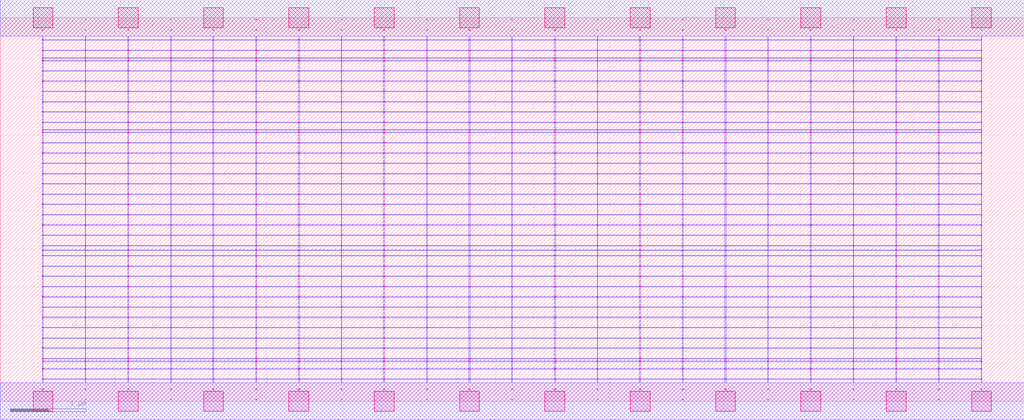
<source format=lef>
MACRO AAAOAOAI222111_DEBUG
 CLASS CORE ;
 FOREIGN AAAOAOAI222111_DEBUG 0 0 ;
 SIZE 13.44 BY 5.04 ;
 ORIGIN 0 0 ;
 SYMMETRY X Y R90 ;
 SITE unit ;

 OBS
    LAYER polycont ;
     RECT 6.71600000 2.58300000 6.72400000 2.59100000 ;
     RECT 6.71600000 2.71800000 6.72400000 2.72600000 ;
     RECT 6.71600000 2.85300000 6.72400000 2.86100000 ;
     RECT 6.71600000 2.98800000 6.72400000 2.99600000 ;
     RECT 8.95600000 2.58300000 8.96400000 2.59100000 ;
     RECT 9.51100000 2.58300000 9.52900000 2.59100000 ;
     RECT 10.07600000 2.58300000 10.08400000 2.59100000 ;
     RECT 10.63100000 2.58300000 10.64900000 2.59100000 ;
     RECT 11.19600000 2.58300000 11.20400000 2.59100000 ;
     RECT 11.75600000 2.58300000 11.76900000 2.59100000 ;
     RECT 12.31600000 2.58300000 12.32400000 2.59100000 ;
     RECT 12.87600000 2.58300000 12.88400000 2.59100000 ;
     RECT 7.27100000 2.58300000 7.28900000 2.59100000 ;
     RECT 7.27100000 2.71800000 7.28900000 2.72600000 ;
     RECT 7.83600000 2.71800000 7.84400000 2.72600000 ;
     RECT 8.39100000 2.71800000 8.40900000 2.72600000 ;
     RECT 8.95600000 2.71800000 8.96400000 2.72600000 ;
     RECT 9.51100000 2.71800000 9.52900000 2.72600000 ;
     RECT 10.07600000 2.71800000 10.08400000 2.72600000 ;
     RECT 10.63100000 2.71800000 10.64900000 2.72600000 ;
     RECT 11.19600000 2.71800000 11.20400000 2.72600000 ;
     RECT 11.75600000 2.71800000 11.76900000 2.72600000 ;
     RECT 12.31600000 2.71800000 12.32400000 2.72600000 ;
     RECT 12.87600000 2.71800000 12.88400000 2.72600000 ;
     RECT 7.83600000 2.58300000 7.84400000 2.59100000 ;
     RECT 7.27100000 2.85300000 7.28900000 2.86100000 ;
     RECT 7.83600000 2.85300000 7.84400000 2.86100000 ;
     RECT 8.39100000 2.85300000 8.40900000 2.86100000 ;
     RECT 8.95600000 2.85300000 8.96400000 2.86100000 ;
     RECT 9.51100000 2.85300000 9.52900000 2.86100000 ;
     RECT 10.07600000 2.85300000 10.08400000 2.86100000 ;
     RECT 10.63100000 2.85300000 10.64900000 2.86100000 ;
     RECT 11.19600000 2.85300000 11.20400000 2.86100000 ;
     RECT 11.75600000 2.85300000 11.76900000 2.86100000 ;
     RECT 12.31600000 2.85300000 12.32400000 2.86100000 ;
     RECT 12.87600000 2.85300000 12.88400000 2.86100000 ;
     RECT 8.39100000 2.58300000 8.40900000 2.59100000 ;
     RECT 7.27100000 2.98800000 7.28900000 2.99600000 ;
     RECT 7.83600000 2.98800000 7.84400000 2.99600000 ;
     RECT 8.39100000 2.98800000 8.40900000 2.99600000 ;
     RECT 8.95600000 2.98800000 8.96400000 2.99600000 ;
     RECT 9.51100000 2.98800000 9.52900000 2.99600000 ;
     RECT 10.07600000 2.98800000 10.08400000 2.99600000 ;
     RECT 10.63100000 2.98800000 10.64900000 2.99600000 ;
     RECT 11.19600000 2.98800000 11.20400000 2.99600000 ;
     RECT 11.75600000 2.98800000 11.76900000 2.99600000 ;
     RECT 12.31600000 2.98800000 12.32400000 2.99600000 ;
     RECT 12.87600000 2.98800000 12.88400000 2.99600000 ;
     RECT 12.31600000 3.12300000 12.32400000 3.13100000 ;
     RECT 12.87600000 3.12300000 12.88400000 3.13100000 ;
     RECT 12.31600000 3.25800000 12.32400000 3.26600000 ;
     RECT 12.87600000 3.25800000 12.88400000 3.26600000 ;
     RECT 12.31600000 3.39300000 12.32400000 3.40100000 ;
     RECT 12.87600000 3.39300000 12.88400000 3.40100000 ;
     RECT 12.31600000 3.52800000 12.32400000 3.53600000 ;
     RECT 12.87600000 3.52800000 12.88400000 3.53600000 ;
     RECT 12.31600000 3.56100000 12.32400000 3.56900000 ;
     RECT 12.87600000 3.56100000 12.88400000 3.56900000 ;
     RECT 12.31600000 3.66300000 12.32400000 3.67100000 ;
     RECT 12.87600000 3.66300000 12.88400000 3.67100000 ;
     RECT 12.31600000 3.79800000 12.32400000 3.80600000 ;
     RECT 12.87600000 3.79800000 12.88400000 3.80600000 ;
     RECT 12.31600000 3.93300000 12.32400000 3.94100000 ;
     RECT 12.87600000 3.93300000 12.88400000 3.94100000 ;
     RECT 12.31600000 4.06800000 12.32400000 4.07600000 ;
     RECT 12.87600000 4.06800000 12.88400000 4.07600000 ;
     RECT 12.31600000 4.20300000 12.32400000 4.21100000 ;
     RECT 12.87600000 4.20300000 12.88400000 4.21100000 ;
     RECT 12.31600000 4.33800000 12.32400000 4.34600000 ;
     RECT 12.87600000 4.33800000 12.88400000 4.34600000 ;
     RECT 12.31600000 4.47300000 12.32400000 4.48100000 ;
     RECT 12.87600000 4.47300000 12.88400000 4.48100000 ;
     RECT 12.31600000 4.51100000 12.32400000 4.51900000 ;
     RECT 12.87600000 4.51100000 12.88400000 4.51900000 ;
     RECT 12.31600000 4.60800000 12.32400000 4.61600000 ;
     RECT 12.87600000 4.60800000 12.88400000 4.61600000 ;
     RECT 12.31600000 4.74300000 12.32400000 4.75100000 ;
     RECT 12.87600000 4.74300000 12.88400000 4.75100000 ;
     RECT 12.31600000 4.87800000 12.32400000 4.88600000 ;
     RECT 12.87600000 4.87800000 12.88400000 4.88600000 ;
     RECT 2.23600000 2.58300000 2.24400000 2.59100000 ;
     RECT 2.79100000 2.58300000 2.80400000 2.59100000 ;
     RECT 3.35600000 2.58300000 3.36400000 2.59100000 ;
     RECT 3.91100000 2.58300000 3.92900000 2.59100000 ;
     RECT 4.47600000 2.58300000 4.48400000 2.59100000 ;
     RECT 5.03100000 2.58300000 5.04900000 2.59100000 ;
     RECT 5.59600000 2.58300000 5.60400000 2.59100000 ;
     RECT 6.15100000 2.58300000 6.16900000 2.59100000 ;
     RECT 0.55100000 2.58300000 0.56400000 2.59100000 ;
     RECT 0.55100000 2.71800000 0.56400000 2.72600000 ;
     RECT 0.55100000 2.85300000 0.56400000 2.86100000 ;
     RECT 1.11600000 2.85300000 1.12400000 2.86100000 ;
     RECT 2.23600000 3.12300000 2.24400000 3.13100000 ;
     RECT 1.67600000 2.85300000 1.68900000 2.86100000 ;
     RECT 2.23600000 2.85300000 2.24400000 2.86100000 ;
     RECT 2.23600000 3.25800000 2.24400000 3.26600000 ;
     RECT 2.79100000 2.85300000 2.80400000 2.86100000 ;
     RECT 3.35600000 2.85300000 3.36400000 2.86100000 ;
     RECT 2.23600000 3.39300000 2.24400000 3.40100000 ;
     RECT 3.91100000 2.85300000 3.92900000 2.86100000 ;
     RECT 4.47600000 2.85300000 4.48400000 2.86100000 ;
     RECT 2.23600000 3.52800000 2.24400000 3.53600000 ;
     RECT 5.03100000 2.85300000 5.04900000 2.86100000 ;
     RECT 5.59600000 2.85300000 5.60400000 2.86100000 ;
     RECT 2.23600000 3.56100000 2.24400000 3.56900000 ;
     RECT 6.15100000 2.85300000 6.16900000 2.86100000 ;
     RECT 1.11600000 2.71800000 1.12400000 2.72600000 ;
     RECT 2.23600000 3.66300000 2.24400000 3.67100000 ;
     RECT 1.67600000 2.71800000 1.68900000 2.72600000 ;
     RECT 2.23600000 2.71800000 2.24400000 2.72600000 ;
     RECT 2.23600000 3.79800000 2.24400000 3.80600000 ;
     RECT 2.79100000 2.71800000 2.80400000 2.72600000 ;
     RECT 3.35600000 2.71800000 3.36400000 2.72600000 ;
     RECT 2.23600000 3.93300000 2.24400000 3.94100000 ;
     RECT 3.91100000 2.71800000 3.92900000 2.72600000 ;
     RECT 4.47600000 2.71800000 4.48400000 2.72600000 ;
     RECT 2.23600000 4.06800000 2.24400000 4.07600000 ;
     RECT 5.03100000 2.71800000 5.04900000 2.72600000 ;
     RECT 5.59600000 2.71800000 5.60400000 2.72600000 ;
     RECT 2.23600000 4.20300000 2.24400000 4.21100000 ;
     RECT 6.15100000 2.71800000 6.16900000 2.72600000 ;
     RECT 1.11600000 2.58300000 1.12400000 2.59100000 ;
     RECT 2.23600000 4.33800000 2.24400000 4.34600000 ;
     RECT 1.67600000 2.58300000 1.68900000 2.59100000 ;
     RECT 0.55100000 2.98800000 0.56400000 2.99600000 ;
     RECT 2.23600000 4.47300000 2.24400000 4.48100000 ;
     RECT 1.11600000 2.98800000 1.12400000 2.99600000 ;
     RECT 1.67600000 2.98800000 1.68900000 2.99600000 ;
     RECT 2.23600000 4.51100000 2.24400000 4.51900000 ;
     RECT 2.23600000 2.98800000 2.24400000 2.99600000 ;
     RECT 2.79100000 2.98800000 2.80400000 2.99600000 ;
     RECT 2.23600000 4.60800000 2.24400000 4.61600000 ;
     RECT 3.35600000 2.98800000 3.36400000 2.99600000 ;
     RECT 3.91100000 2.98800000 3.92900000 2.99600000 ;
     RECT 2.23600000 4.74300000 2.24400000 4.75100000 ;
     RECT 4.47600000 2.98800000 4.48400000 2.99600000 ;
     RECT 5.03100000 2.98800000 5.04900000 2.99600000 ;
     RECT 2.23600000 4.87800000 2.24400000 4.88600000 ;
     RECT 5.59600000 2.98800000 5.60400000 2.99600000 ;
     RECT 6.15100000 2.98800000 6.16900000 2.99600000 ;
     RECT 3.35600000 0.15300000 3.36400000 0.16100000 ;
     RECT 3.35600000 0.28800000 3.36400000 0.29600000 ;
     RECT 3.35600000 0.42300000 3.36400000 0.43100000 ;
     RECT 3.35600000 0.52100000 3.36400000 0.52900000 ;
     RECT 3.35600000 0.55800000 3.36400000 0.56600000 ;
     RECT 3.35600000 0.69300000 3.36400000 0.70100000 ;
     RECT 3.35600000 0.82800000 3.36400000 0.83600000 ;
     RECT 3.35600000 0.96300000 3.36400000 0.97100000 ;
     RECT 3.35600000 1.09800000 3.36400000 1.10600000 ;
     RECT 3.35600000 1.23300000 3.36400000 1.24100000 ;
     RECT 3.35600000 1.36800000 3.36400000 1.37600000 ;
     RECT 3.35600000 1.50300000 3.36400000 1.51100000 ;
     RECT 3.35600000 1.63800000 3.36400000 1.64600000 ;
     RECT 3.35600000 1.77300000 3.36400000 1.78100000 ;
     RECT 3.35600000 1.90800000 3.36400000 1.91600000 ;
     RECT 3.35600000 1.98100000 3.36400000 1.98900000 ;
     RECT 3.35600000 2.04300000 3.36400000 2.05100000 ;
     RECT 3.35600000 2.17800000 3.36400000 2.18600000 ;
     RECT 3.35600000 2.31300000 3.36400000 2.32100000 ;
     RECT 3.35600000 2.44800000 3.36400000 2.45600000 ;
     RECT 7.83600000 0.42300000 7.84400000 0.43100000 ;
     RECT 7.83600000 1.36800000 7.84400000 1.37600000 ;
     RECT 7.83600000 0.69300000 7.84400000 0.70100000 ;
     RECT 7.83600000 1.50300000 7.84400000 1.51100000 ;
     RECT 7.83600000 0.28800000 7.84400000 0.29600000 ;
     RECT 7.83600000 1.63800000 7.84400000 1.64600000 ;
     RECT 7.83600000 0.82800000 7.84400000 0.83600000 ;
     RECT 7.83600000 1.77300000 7.84400000 1.78100000 ;
     RECT 7.83600000 0.52100000 7.84400000 0.52900000 ;
     RECT 7.83600000 1.90800000 7.84400000 1.91600000 ;
     RECT 7.83600000 0.96300000 7.84400000 0.97100000 ;
     RECT 7.83600000 1.98100000 7.84400000 1.98900000 ;
     RECT 7.83600000 0.15300000 7.84400000 0.16100000 ;
     RECT 7.83600000 2.04300000 7.84400000 2.05100000 ;
     RECT 7.83600000 1.09800000 7.84400000 1.10600000 ;
     RECT 7.83600000 2.17800000 7.84400000 2.18600000 ;
     RECT 7.83600000 0.55800000 7.84400000 0.56600000 ;
     RECT 7.83600000 2.31300000 7.84400000 2.32100000 ;
     RECT 7.83600000 1.23300000 7.84400000 1.24100000 ;
     RECT 7.83600000 2.44800000 7.84400000 2.45600000 ;

    LAYER pdiffc ;
     RECT 0.55100000 3.39300000 0.55900000 3.40100000 ;
     RECT 1.68100000 3.39300000 1.68900000 3.40100000 ;
     RECT 2.79100000 3.39300000 2.79900000 3.40100000 ;
     RECT 11.76100000 3.39300000 11.76900000 3.40100000 ;
     RECT 0.55100000 3.52800000 0.55900000 3.53600000 ;
     RECT 1.68100000 3.52800000 1.68900000 3.53600000 ;
     RECT 2.79100000 3.52800000 2.79900000 3.53600000 ;
     RECT 11.76100000 3.52800000 11.76900000 3.53600000 ;
     RECT 0.55100000 3.56100000 0.55900000 3.56900000 ;
     RECT 1.68100000 3.56100000 1.68900000 3.56900000 ;
     RECT 2.79100000 3.56100000 2.79900000 3.56900000 ;
     RECT 11.76100000 3.56100000 11.76900000 3.56900000 ;
     RECT 0.55100000 3.66300000 0.55900000 3.67100000 ;
     RECT 1.68100000 3.66300000 1.68900000 3.67100000 ;
     RECT 2.79100000 3.66300000 2.79900000 3.67100000 ;
     RECT 11.76100000 3.66300000 11.76900000 3.67100000 ;
     RECT 0.55100000 3.79800000 0.55900000 3.80600000 ;
     RECT 1.68100000 3.79800000 1.68900000 3.80600000 ;
     RECT 2.79100000 3.79800000 2.79900000 3.80600000 ;
     RECT 11.76100000 3.79800000 11.76900000 3.80600000 ;
     RECT 0.55100000 3.93300000 0.55900000 3.94100000 ;
     RECT 1.68100000 3.93300000 1.68900000 3.94100000 ;
     RECT 2.79100000 3.93300000 2.79900000 3.94100000 ;
     RECT 11.76100000 3.93300000 11.76900000 3.94100000 ;
     RECT 0.55100000 4.06800000 0.55900000 4.07600000 ;
     RECT 1.68100000 4.06800000 1.68900000 4.07600000 ;
     RECT 2.79100000 4.06800000 2.79900000 4.07600000 ;
     RECT 11.76100000 4.06800000 11.76900000 4.07600000 ;
     RECT 0.55100000 4.20300000 0.55900000 4.21100000 ;
     RECT 1.68100000 4.20300000 1.68900000 4.21100000 ;
     RECT 2.79100000 4.20300000 2.79900000 4.21100000 ;
     RECT 11.76100000 4.20300000 11.76900000 4.21100000 ;
     RECT 0.55100000 4.33800000 0.55900000 4.34600000 ;
     RECT 1.68100000 4.33800000 1.68900000 4.34600000 ;
     RECT 2.79100000 4.33800000 2.79900000 4.34600000 ;
     RECT 11.76100000 4.33800000 11.76900000 4.34600000 ;
     RECT 0.55100000 4.47300000 0.55900000 4.48100000 ;
     RECT 1.68100000 4.47300000 1.68900000 4.48100000 ;
     RECT 2.79100000 4.47300000 2.79900000 4.48100000 ;
     RECT 11.76100000 4.47300000 11.76900000 4.48100000 ;
     RECT 0.55100000 4.51100000 0.55900000 4.51900000 ;
     RECT 1.68100000 4.51100000 1.68900000 4.51900000 ;
     RECT 2.79100000 4.51100000 2.79900000 4.51900000 ;
     RECT 11.76100000 4.51100000 11.76900000 4.51900000 ;
     RECT 0.55100000 4.60800000 0.55900000 4.61600000 ;
     RECT 1.68100000 4.60800000 1.68900000 4.61600000 ;
     RECT 2.79100000 4.60800000 2.79900000 4.61600000 ;
     RECT 11.76100000 4.60800000 11.76900000 4.61600000 ;

    LAYER ndiffc ;
     RECT 7.27100000 0.42300000 7.28900000 0.43100000 ;
     RECT 8.39100000 0.42300000 8.40900000 0.43100000 ;
     RECT 9.51100000 0.42300000 9.52900000 0.43100000 ;
     RECT 10.63100000 0.42300000 10.64900000 0.43100000 ;
     RECT 11.75600000 0.42300000 11.76900000 0.43100000 ;
     RECT 12.87600000 0.42300000 12.88400000 0.43100000 ;
     RECT 7.27100000 0.52100000 7.28900000 0.52900000 ;
     RECT 8.39100000 0.52100000 8.40900000 0.52900000 ;
     RECT 9.51100000 0.52100000 9.52900000 0.52900000 ;
     RECT 10.63100000 0.52100000 10.64900000 0.52900000 ;
     RECT 11.75600000 0.52100000 11.76900000 0.52900000 ;
     RECT 12.87600000 0.52100000 12.88400000 0.52900000 ;
     RECT 7.27100000 0.55800000 7.28900000 0.56600000 ;
     RECT 8.39100000 0.55800000 8.40900000 0.56600000 ;
     RECT 9.51100000 0.55800000 9.52900000 0.56600000 ;
     RECT 10.63100000 0.55800000 10.64900000 0.56600000 ;
     RECT 11.75600000 0.55800000 11.76900000 0.56600000 ;
     RECT 12.87600000 0.55800000 12.88400000 0.56600000 ;
     RECT 7.27100000 0.69300000 7.28900000 0.70100000 ;
     RECT 8.39100000 0.69300000 8.40900000 0.70100000 ;
     RECT 9.51100000 0.69300000 9.52900000 0.70100000 ;
     RECT 10.63100000 0.69300000 10.64900000 0.70100000 ;
     RECT 11.75600000 0.69300000 11.76900000 0.70100000 ;
     RECT 12.87600000 0.69300000 12.88400000 0.70100000 ;
     RECT 7.27100000 0.82800000 7.28900000 0.83600000 ;
     RECT 8.39100000 0.82800000 8.40900000 0.83600000 ;
     RECT 9.51100000 0.82800000 9.52900000 0.83600000 ;
     RECT 10.63100000 0.82800000 10.64900000 0.83600000 ;
     RECT 11.75600000 0.82800000 11.76900000 0.83600000 ;
     RECT 12.87600000 0.82800000 12.88400000 0.83600000 ;
     RECT 7.27100000 0.96300000 7.28900000 0.97100000 ;
     RECT 8.39100000 0.96300000 8.40900000 0.97100000 ;
     RECT 9.51100000 0.96300000 9.52900000 0.97100000 ;
     RECT 10.63100000 0.96300000 10.64900000 0.97100000 ;
     RECT 11.75600000 0.96300000 11.76900000 0.97100000 ;
     RECT 12.87600000 0.96300000 12.88400000 0.97100000 ;
     RECT 7.27100000 1.09800000 7.28900000 1.10600000 ;
     RECT 8.39100000 1.09800000 8.40900000 1.10600000 ;
     RECT 9.51100000 1.09800000 9.52900000 1.10600000 ;
     RECT 10.63100000 1.09800000 10.64900000 1.10600000 ;
     RECT 11.75600000 1.09800000 11.76900000 1.10600000 ;
     RECT 12.87600000 1.09800000 12.88400000 1.10600000 ;
     RECT 7.27100000 1.23300000 7.28900000 1.24100000 ;
     RECT 8.39100000 1.23300000 8.40900000 1.24100000 ;
     RECT 9.51100000 1.23300000 9.52900000 1.24100000 ;
     RECT 10.63100000 1.23300000 10.64900000 1.24100000 ;
     RECT 11.75600000 1.23300000 11.76900000 1.24100000 ;
     RECT 12.87600000 1.23300000 12.88400000 1.24100000 ;
     RECT 7.27100000 1.36800000 7.28900000 1.37600000 ;
     RECT 8.39100000 1.36800000 8.40900000 1.37600000 ;
     RECT 9.51100000 1.36800000 9.52900000 1.37600000 ;
     RECT 10.63100000 1.36800000 10.64900000 1.37600000 ;
     RECT 11.75600000 1.36800000 11.76900000 1.37600000 ;
     RECT 12.87600000 1.36800000 12.88400000 1.37600000 ;
     RECT 7.27100000 1.50300000 7.28900000 1.51100000 ;
     RECT 8.39100000 1.50300000 8.40900000 1.51100000 ;
     RECT 9.51100000 1.50300000 9.52900000 1.51100000 ;
     RECT 10.63100000 1.50300000 10.64900000 1.51100000 ;
     RECT 11.75600000 1.50300000 11.76900000 1.51100000 ;
     RECT 12.87600000 1.50300000 12.88400000 1.51100000 ;
     RECT 7.27100000 1.63800000 7.28900000 1.64600000 ;
     RECT 8.39100000 1.63800000 8.40900000 1.64600000 ;
     RECT 9.51100000 1.63800000 9.52900000 1.64600000 ;
     RECT 10.63100000 1.63800000 10.64900000 1.64600000 ;
     RECT 11.75600000 1.63800000 11.76900000 1.64600000 ;
     RECT 12.87600000 1.63800000 12.88400000 1.64600000 ;
     RECT 7.27100000 1.77300000 7.28900000 1.78100000 ;
     RECT 8.39100000 1.77300000 8.40900000 1.78100000 ;
     RECT 9.51100000 1.77300000 9.52900000 1.78100000 ;
     RECT 10.63100000 1.77300000 10.64900000 1.78100000 ;
     RECT 11.75600000 1.77300000 11.76900000 1.78100000 ;
     RECT 12.87600000 1.77300000 12.88400000 1.78100000 ;
     RECT 7.27100000 1.90800000 7.28900000 1.91600000 ;
     RECT 8.39100000 1.90800000 8.40900000 1.91600000 ;
     RECT 9.51100000 1.90800000 9.52900000 1.91600000 ;
     RECT 10.63100000 1.90800000 10.64900000 1.91600000 ;
     RECT 11.75600000 1.90800000 11.76900000 1.91600000 ;
     RECT 12.87600000 1.90800000 12.88400000 1.91600000 ;
     RECT 7.27100000 1.98100000 7.28900000 1.98900000 ;
     RECT 8.39100000 1.98100000 8.40900000 1.98900000 ;
     RECT 9.51100000 1.98100000 9.52900000 1.98900000 ;
     RECT 10.63100000 1.98100000 10.64900000 1.98900000 ;
     RECT 11.75600000 1.98100000 11.76900000 1.98900000 ;
     RECT 12.87600000 1.98100000 12.88400000 1.98900000 ;
     RECT 7.27100000 2.04300000 7.28900000 2.05100000 ;
     RECT 8.39100000 2.04300000 8.40900000 2.05100000 ;
     RECT 9.51100000 2.04300000 9.52900000 2.05100000 ;
     RECT 10.63100000 2.04300000 10.64900000 2.05100000 ;
     RECT 11.75600000 2.04300000 11.76900000 2.05100000 ;
     RECT 12.87600000 2.04300000 12.88400000 2.05100000 ;
     RECT 0.55100000 0.42300000 0.56400000 0.43100000 ;
     RECT 1.67600000 0.42300000 1.68900000 0.43100000 ;
     RECT 2.79100000 0.42300000 2.80400000 0.43100000 ;
     RECT 3.91100000 0.42300000 3.92900000 0.43100000 ;
     RECT 5.03100000 0.42300000 5.04900000 0.43100000 ;
     RECT 6.15100000 0.42300000 6.16900000 0.43100000 ;
     RECT 0.55100000 1.36800000 0.56400000 1.37600000 ;
     RECT 1.67600000 1.36800000 1.68900000 1.37600000 ;
     RECT 2.79100000 1.36800000 2.80400000 1.37600000 ;
     RECT 3.91100000 1.36800000 3.92900000 1.37600000 ;
     RECT 5.03100000 1.36800000 5.04900000 1.37600000 ;
     RECT 6.15100000 1.36800000 6.16900000 1.37600000 ;
     RECT 0.55100000 0.82800000 0.56400000 0.83600000 ;
     RECT 1.67600000 0.82800000 1.68900000 0.83600000 ;
     RECT 2.79100000 0.82800000 2.80400000 0.83600000 ;
     RECT 3.91100000 0.82800000 3.92900000 0.83600000 ;
     RECT 5.03100000 0.82800000 5.04900000 0.83600000 ;
     RECT 6.15100000 0.82800000 6.16900000 0.83600000 ;
     RECT 0.55100000 1.50300000 0.56400000 1.51100000 ;
     RECT 1.67600000 1.50300000 1.68900000 1.51100000 ;
     RECT 2.79100000 1.50300000 2.80400000 1.51100000 ;
     RECT 3.91100000 1.50300000 3.92900000 1.51100000 ;
     RECT 5.03100000 1.50300000 5.04900000 1.51100000 ;
     RECT 6.15100000 1.50300000 6.16900000 1.51100000 ;
     RECT 0.55100000 0.55800000 0.56400000 0.56600000 ;
     RECT 1.67600000 0.55800000 1.68900000 0.56600000 ;
     RECT 2.79100000 0.55800000 2.80400000 0.56600000 ;
     RECT 3.91100000 0.55800000 3.92900000 0.56600000 ;
     RECT 5.03100000 0.55800000 5.04900000 0.56600000 ;
     RECT 6.15100000 0.55800000 6.16900000 0.56600000 ;
     RECT 0.55100000 1.63800000 0.56400000 1.64600000 ;
     RECT 1.67600000 1.63800000 1.68900000 1.64600000 ;
     RECT 2.79100000 1.63800000 2.80400000 1.64600000 ;
     RECT 3.91100000 1.63800000 3.92900000 1.64600000 ;
     RECT 5.03100000 1.63800000 5.04900000 1.64600000 ;
     RECT 6.15100000 1.63800000 6.16900000 1.64600000 ;
     RECT 0.55100000 0.96300000 0.56400000 0.97100000 ;
     RECT 1.67600000 0.96300000 1.68900000 0.97100000 ;
     RECT 2.79100000 0.96300000 2.80400000 0.97100000 ;
     RECT 3.91100000 0.96300000 3.92900000 0.97100000 ;
     RECT 5.03100000 0.96300000 5.04900000 0.97100000 ;
     RECT 6.15100000 0.96300000 6.16900000 0.97100000 ;
     RECT 0.55100000 1.77300000 0.56400000 1.78100000 ;
     RECT 1.67600000 1.77300000 1.68900000 1.78100000 ;
     RECT 2.79100000 1.77300000 2.80400000 1.78100000 ;
     RECT 3.91100000 1.77300000 3.92900000 1.78100000 ;
     RECT 5.03100000 1.77300000 5.04900000 1.78100000 ;
     RECT 6.15100000 1.77300000 6.16900000 1.78100000 ;
     RECT 0.55100000 0.52100000 0.56400000 0.52900000 ;
     RECT 1.67600000 0.52100000 1.68900000 0.52900000 ;
     RECT 2.79100000 0.52100000 2.80400000 0.52900000 ;
     RECT 3.91100000 0.52100000 3.92900000 0.52900000 ;
     RECT 5.03100000 0.52100000 5.04900000 0.52900000 ;
     RECT 6.15100000 0.52100000 6.16900000 0.52900000 ;
     RECT 0.55100000 1.90800000 0.56400000 1.91600000 ;
     RECT 1.67600000 1.90800000 1.68900000 1.91600000 ;
     RECT 2.79100000 1.90800000 2.80400000 1.91600000 ;
     RECT 3.91100000 1.90800000 3.92900000 1.91600000 ;
     RECT 5.03100000 1.90800000 5.04900000 1.91600000 ;
     RECT 6.15100000 1.90800000 6.16900000 1.91600000 ;
     RECT 0.55100000 1.09800000 0.56400000 1.10600000 ;
     RECT 1.67600000 1.09800000 1.68900000 1.10600000 ;
     RECT 2.79100000 1.09800000 2.80400000 1.10600000 ;
     RECT 3.91100000 1.09800000 3.92900000 1.10600000 ;
     RECT 5.03100000 1.09800000 5.04900000 1.10600000 ;
     RECT 6.15100000 1.09800000 6.16900000 1.10600000 ;
     RECT 0.55100000 1.98100000 0.56400000 1.98900000 ;
     RECT 1.67600000 1.98100000 1.68900000 1.98900000 ;
     RECT 2.79100000 1.98100000 2.80400000 1.98900000 ;
     RECT 3.91100000 1.98100000 3.92900000 1.98900000 ;
     RECT 5.03100000 1.98100000 5.04900000 1.98900000 ;
     RECT 6.15100000 1.98100000 6.16900000 1.98900000 ;
     RECT 0.55100000 0.69300000 0.56400000 0.70100000 ;
     RECT 1.67600000 0.69300000 1.68900000 0.70100000 ;
     RECT 2.79100000 0.69300000 2.80400000 0.70100000 ;
     RECT 3.91100000 0.69300000 3.92900000 0.70100000 ;
     RECT 5.03100000 0.69300000 5.04900000 0.70100000 ;
     RECT 6.15100000 0.69300000 6.16900000 0.70100000 ;
     RECT 0.55100000 2.04300000 0.56400000 2.05100000 ;
     RECT 1.67600000 2.04300000 1.68900000 2.05100000 ;
     RECT 2.79100000 2.04300000 2.80400000 2.05100000 ;
     RECT 3.91100000 2.04300000 3.92900000 2.05100000 ;
     RECT 5.03100000 2.04300000 5.04900000 2.05100000 ;
     RECT 6.15100000 2.04300000 6.16900000 2.05100000 ;
     RECT 0.55100000 1.23300000 0.56400000 1.24100000 ;
     RECT 1.67600000 1.23300000 1.68900000 1.24100000 ;
     RECT 2.79100000 1.23300000 2.80400000 1.24100000 ;
     RECT 3.91100000 1.23300000 3.92900000 1.24100000 ;
     RECT 5.03100000 1.23300000 5.04900000 1.24100000 ;
     RECT 6.15100000 1.23300000 6.16900000 1.24100000 ;

    LAYER met1 ;
     RECT 0.00000000 -0.24000000 13.44000000 0.24000000 ;
     RECT 6.71600000 0.24000000 6.72400000 0.28800000 ;
     RECT 0.55100000 0.28800000 12.88400000 0.29600000 ;
     RECT 6.71600000 0.29600000 6.72400000 0.42300000 ;
     RECT 0.55100000 0.42300000 12.88400000 0.43100000 ;
     RECT 6.71600000 0.43100000 6.72400000 0.52100000 ;
     RECT 0.55100000 0.52100000 12.88400000 0.52900000 ;
     RECT 6.71600000 0.52900000 6.72400000 0.55800000 ;
     RECT 0.55100000 0.55800000 12.88400000 0.56600000 ;
     RECT 6.71600000 0.56600000 6.72400000 0.69300000 ;
     RECT 0.55100000 0.69300000 12.88400000 0.70100000 ;
     RECT 6.71600000 0.70100000 6.72400000 0.82800000 ;
     RECT 0.55100000 0.82800000 12.88400000 0.83600000 ;
     RECT 6.71600000 0.83600000 6.72400000 0.96300000 ;
     RECT 0.55100000 0.96300000 12.88400000 0.97100000 ;
     RECT 6.71600000 0.97100000 6.72400000 1.09800000 ;
     RECT 0.55100000 1.09800000 12.88400000 1.10600000 ;
     RECT 6.71600000 1.10600000 6.72400000 1.23300000 ;
     RECT 0.55100000 1.23300000 12.88400000 1.24100000 ;
     RECT 6.71600000 1.24100000 6.72400000 1.36800000 ;
     RECT 0.55100000 1.36800000 12.88400000 1.37600000 ;
     RECT 6.71600000 1.37600000 6.72400000 1.50300000 ;
     RECT 0.55100000 1.50300000 12.88400000 1.51100000 ;
     RECT 6.71600000 1.51100000 6.72400000 1.63800000 ;
     RECT 0.55100000 1.63800000 12.88400000 1.64600000 ;
     RECT 6.71600000 1.64600000 6.72400000 1.77300000 ;
     RECT 0.55100000 1.77300000 12.88400000 1.78100000 ;
     RECT 6.71600000 1.78100000 6.72400000 1.90800000 ;
     RECT 0.55100000 1.90800000 12.88400000 1.91600000 ;
     RECT 6.71600000 1.91600000 6.72400000 1.98100000 ;
     RECT 0.55100000 1.98100000 12.88400000 1.98900000 ;
     RECT 6.71600000 1.98900000 6.72400000 2.04300000 ;
     RECT 0.55100000 2.04300000 12.88400000 2.05100000 ;
     RECT 6.71600000 2.05100000 6.72400000 2.17800000 ;
     RECT 0.55100000 2.17800000 12.88400000 2.18600000 ;
     RECT 6.71600000 2.18600000 6.72400000 2.31300000 ;
     RECT 0.55100000 2.31300000 12.88400000 2.32100000 ;
     RECT 6.71600000 2.32100000 6.72400000 2.44800000 ;
     RECT 0.55100000 2.44800000 12.88400000 2.45600000 ;
     RECT 0.55100000 2.45600000 0.56400000 2.58300000 ;
     RECT 1.11600000 2.45600000 1.12400000 2.58300000 ;
     RECT 1.67600000 2.45600000 1.68900000 2.58300000 ;
     RECT 2.23600000 2.45600000 2.24400000 2.58300000 ;
     RECT 2.79100000 2.45600000 2.80400000 2.58300000 ;
     RECT 3.35600000 2.45600000 3.36400000 2.58300000 ;
     RECT 3.91100000 2.45600000 3.92900000 2.58300000 ;
     RECT 4.47600000 2.45600000 4.48400000 2.58300000 ;
     RECT 5.03100000 2.45600000 5.04900000 2.58300000 ;
     RECT 5.59600000 2.45600000 5.60400000 2.58300000 ;
     RECT 6.15100000 2.45600000 6.16900000 2.58300000 ;
     RECT 6.71600000 2.45600000 6.72400000 2.58300000 ;
     RECT 7.27100000 2.45600000 7.28900000 2.58300000 ;
     RECT 7.83600000 2.45600000 7.84400000 2.58300000 ;
     RECT 8.39100000 2.45600000 8.40900000 2.58300000 ;
     RECT 8.95600000 2.45600000 8.96400000 2.58300000 ;
     RECT 9.51100000 2.45600000 9.52900000 2.58300000 ;
     RECT 10.07600000 2.45600000 10.08400000 2.58300000 ;
     RECT 10.63100000 2.45600000 10.64900000 2.58300000 ;
     RECT 11.19600000 2.45600000 11.20400000 2.58300000 ;
     RECT 11.75600000 2.45600000 11.76900000 2.58300000 ;
     RECT 12.31600000 2.45600000 12.32400000 2.58300000 ;
     RECT 12.87600000 2.45600000 12.88400000 2.58300000 ;
     RECT 0.55100000 2.58300000 12.88400000 2.59100000 ;
     RECT 6.71600000 2.59100000 6.72400000 2.71800000 ;
     RECT 0.55100000 2.71800000 12.88400000 2.72600000 ;
     RECT 6.71600000 2.72600000 6.72400000 2.85300000 ;
     RECT 0.55100000 2.85300000 12.88400000 2.86100000 ;
     RECT 6.71600000 2.86100000 6.72400000 2.98800000 ;
     RECT 0.55100000 2.98800000 12.88400000 2.99600000 ;
     RECT 6.71600000 2.99600000 6.72400000 3.12300000 ;
     RECT 0.55100000 3.12300000 12.88400000 3.13100000 ;
     RECT 6.71600000 3.13100000 6.72400000 3.25800000 ;
     RECT 0.55100000 3.25800000 12.88400000 3.26600000 ;
     RECT 6.71600000 3.26600000 6.72400000 3.39300000 ;
     RECT 0.55100000 3.39300000 12.88400000 3.40100000 ;
     RECT 6.71600000 3.40100000 6.72400000 3.52800000 ;
     RECT 0.55100000 3.52800000 12.88400000 3.53600000 ;
     RECT 6.71600000 3.53600000 6.72400000 3.56100000 ;
     RECT 0.55100000 3.56100000 12.88400000 3.56900000 ;
     RECT 6.71600000 3.56900000 6.72400000 3.66300000 ;
     RECT 0.55100000 3.66300000 12.88400000 3.67100000 ;
     RECT 6.71600000 3.67100000 6.72400000 3.79800000 ;
     RECT 0.55100000 3.79800000 12.88400000 3.80600000 ;
     RECT 6.71600000 3.80600000 6.72400000 3.93300000 ;
     RECT 0.55100000 3.93300000 12.88400000 3.94100000 ;
     RECT 6.71600000 3.94100000 6.72400000 4.06800000 ;
     RECT 0.55100000 4.06800000 12.88400000 4.07600000 ;
     RECT 6.71600000 4.07600000 6.72400000 4.20300000 ;
     RECT 0.55100000 4.20300000 12.88400000 4.21100000 ;
     RECT 6.71600000 4.21100000 6.72400000 4.33800000 ;
     RECT 0.55100000 4.33800000 12.88400000 4.34600000 ;
     RECT 6.71600000 4.34600000 6.72400000 4.47300000 ;
     RECT 0.55100000 4.47300000 12.88400000 4.48100000 ;
     RECT 6.71600000 4.48100000 6.72400000 4.51100000 ;
     RECT 0.55100000 4.51100000 12.88400000 4.51900000 ;
     RECT 6.71600000 4.51900000 6.72400000 4.60800000 ;
     RECT 0.55100000 4.60800000 12.88400000 4.61600000 ;
     RECT 6.71600000 4.61600000 6.72400000 4.74300000 ;
     RECT 0.55100000 4.74300000 12.88400000 4.75100000 ;
     RECT 6.71600000 4.75100000 6.72400000 4.80000000 ;
     RECT 0.00000000 4.80000000 13.44000000 5.28000000 ;
     RECT 10.07600000 2.59100000 10.08400000 2.71800000 ;
     RECT 10.07600000 2.99600000 10.08400000 3.12300000 ;
     RECT 10.07600000 3.13100000 10.08400000 3.25800000 ;
     RECT 10.07600000 3.26600000 10.08400000 3.39300000 ;
     RECT 10.07600000 3.40100000 10.08400000 3.52800000 ;
     RECT 10.07600000 3.53600000 10.08400000 3.56100000 ;
     RECT 10.07600000 3.56900000 10.08400000 3.66300000 ;
     RECT 10.07600000 3.67100000 10.08400000 3.79800000 ;
     RECT 10.07600000 2.72600000 10.08400000 2.85300000 ;
     RECT 7.27100000 3.80600000 7.28900000 3.93300000 ;
     RECT 7.83600000 3.80600000 7.84400000 3.93300000 ;
     RECT 8.39100000 3.80600000 8.40900000 3.93300000 ;
     RECT 8.95600000 3.80600000 8.96400000 3.93300000 ;
     RECT 9.51100000 3.80600000 9.52900000 3.93300000 ;
     RECT 10.07600000 3.80600000 10.08400000 3.93300000 ;
     RECT 10.63100000 3.80600000 10.64900000 3.93300000 ;
     RECT 11.19600000 3.80600000 11.20400000 3.93300000 ;
     RECT 11.75600000 3.80600000 11.76900000 3.93300000 ;
     RECT 12.31600000 3.80600000 12.32400000 3.93300000 ;
     RECT 12.87600000 3.80600000 12.88400000 3.93300000 ;
     RECT 10.07600000 3.94100000 10.08400000 4.06800000 ;
     RECT 10.07600000 4.07600000 10.08400000 4.20300000 ;
     RECT 10.07600000 4.21100000 10.08400000 4.33800000 ;
     RECT 10.07600000 4.34600000 10.08400000 4.47300000 ;
     RECT 10.07600000 4.48100000 10.08400000 4.51100000 ;
     RECT 10.07600000 2.86100000 10.08400000 2.98800000 ;
     RECT 10.07600000 4.51900000 10.08400000 4.60800000 ;
     RECT 10.07600000 4.61600000 10.08400000 4.74300000 ;
     RECT 10.07600000 4.75100000 10.08400000 4.80000000 ;
     RECT 11.75600000 4.07600000 11.76900000 4.20300000 ;
     RECT 12.31600000 4.07600000 12.32400000 4.20300000 ;
     RECT 12.87600000 4.07600000 12.88400000 4.20300000 ;
     RECT 11.19600000 3.94100000 11.20400000 4.06800000 ;
     RECT 10.63100000 4.21100000 10.64900000 4.33800000 ;
     RECT 11.19600000 4.21100000 11.20400000 4.33800000 ;
     RECT 11.75600000 4.21100000 11.76900000 4.33800000 ;
     RECT 12.31600000 4.21100000 12.32400000 4.33800000 ;
     RECT 12.87600000 4.21100000 12.88400000 4.33800000 ;
     RECT 11.75600000 3.94100000 11.76900000 4.06800000 ;
     RECT 10.63100000 4.34600000 10.64900000 4.47300000 ;
     RECT 11.19600000 4.34600000 11.20400000 4.47300000 ;
     RECT 11.75600000 4.34600000 11.76900000 4.47300000 ;
     RECT 12.31600000 4.34600000 12.32400000 4.47300000 ;
     RECT 12.87600000 4.34600000 12.88400000 4.47300000 ;
     RECT 12.31600000 3.94100000 12.32400000 4.06800000 ;
     RECT 10.63100000 4.48100000 10.64900000 4.51100000 ;
     RECT 11.19600000 4.48100000 11.20400000 4.51100000 ;
     RECT 11.75600000 4.48100000 11.76900000 4.51100000 ;
     RECT 12.31600000 4.48100000 12.32400000 4.51100000 ;
     RECT 12.87600000 4.48100000 12.88400000 4.51100000 ;
     RECT 12.87600000 3.94100000 12.88400000 4.06800000 ;
     RECT 10.63100000 3.94100000 10.64900000 4.06800000 ;
     RECT 10.63100000 4.51900000 10.64900000 4.60800000 ;
     RECT 11.19600000 4.51900000 11.20400000 4.60800000 ;
     RECT 11.75600000 4.51900000 11.76900000 4.60800000 ;
     RECT 12.31600000 4.51900000 12.32400000 4.60800000 ;
     RECT 12.87600000 4.51900000 12.88400000 4.60800000 ;
     RECT 10.63100000 4.07600000 10.64900000 4.20300000 ;
     RECT 10.63100000 4.61600000 10.64900000 4.74300000 ;
     RECT 11.19600000 4.61600000 11.20400000 4.74300000 ;
     RECT 11.75600000 4.61600000 11.76900000 4.74300000 ;
     RECT 12.31600000 4.61600000 12.32400000 4.74300000 ;
     RECT 12.87600000 4.61600000 12.88400000 4.74300000 ;
     RECT 11.19600000 4.07600000 11.20400000 4.20300000 ;
     RECT 10.63100000 4.75100000 10.64900000 4.80000000 ;
     RECT 11.19600000 4.75100000 11.20400000 4.80000000 ;
     RECT 11.75600000 4.75100000 11.76900000 4.80000000 ;
     RECT 12.31600000 4.75100000 12.32400000 4.80000000 ;
     RECT 12.87600000 4.75100000 12.88400000 4.80000000 ;
     RECT 8.39100000 4.21100000 8.40900000 4.33800000 ;
     RECT 8.95600000 4.21100000 8.96400000 4.33800000 ;
     RECT 9.51100000 4.21100000 9.52900000 4.33800000 ;
     RECT 7.83600000 4.07600000 7.84400000 4.20300000 ;
     RECT 8.39100000 4.07600000 8.40900000 4.20300000 ;
     RECT 8.95600000 4.07600000 8.96400000 4.20300000 ;
     RECT 9.51100000 4.07600000 9.52900000 4.20300000 ;
     RECT 7.27100000 4.51900000 7.28900000 4.60800000 ;
     RECT 7.83600000 4.51900000 7.84400000 4.60800000 ;
     RECT 8.39100000 4.51900000 8.40900000 4.60800000 ;
     RECT 8.95600000 4.51900000 8.96400000 4.60800000 ;
     RECT 9.51100000 4.51900000 9.52900000 4.60800000 ;
     RECT 7.83600000 3.94100000 7.84400000 4.06800000 ;
     RECT 8.39100000 3.94100000 8.40900000 4.06800000 ;
     RECT 7.27100000 4.34600000 7.28900000 4.47300000 ;
     RECT 7.83600000 4.34600000 7.84400000 4.47300000 ;
     RECT 8.39100000 4.34600000 8.40900000 4.47300000 ;
     RECT 8.95600000 4.34600000 8.96400000 4.47300000 ;
     RECT 7.27100000 4.61600000 7.28900000 4.74300000 ;
     RECT 7.83600000 4.61600000 7.84400000 4.74300000 ;
     RECT 8.39100000 4.61600000 8.40900000 4.74300000 ;
     RECT 8.95600000 4.61600000 8.96400000 4.74300000 ;
     RECT 9.51100000 4.61600000 9.52900000 4.74300000 ;
     RECT 9.51100000 4.34600000 9.52900000 4.47300000 ;
     RECT 8.95600000 3.94100000 8.96400000 4.06800000 ;
     RECT 9.51100000 3.94100000 9.52900000 4.06800000 ;
     RECT 7.27100000 3.94100000 7.28900000 4.06800000 ;
     RECT 7.27100000 4.07600000 7.28900000 4.20300000 ;
     RECT 7.27100000 4.21100000 7.28900000 4.33800000 ;
     RECT 7.27100000 4.75100000 7.28900000 4.80000000 ;
     RECT 7.83600000 4.75100000 7.84400000 4.80000000 ;
     RECT 8.39100000 4.75100000 8.40900000 4.80000000 ;
     RECT 8.95600000 4.75100000 8.96400000 4.80000000 ;
     RECT 9.51100000 4.75100000 9.52900000 4.80000000 ;
     RECT 7.83600000 4.21100000 7.84400000 4.33800000 ;
     RECT 7.27100000 4.48100000 7.28900000 4.51100000 ;
     RECT 7.83600000 4.48100000 7.84400000 4.51100000 ;
     RECT 8.39100000 4.48100000 8.40900000 4.51100000 ;
     RECT 8.95600000 4.48100000 8.96400000 4.51100000 ;
     RECT 9.51100000 4.48100000 9.52900000 4.51100000 ;
     RECT 7.83600000 2.99600000 7.84400000 3.12300000 ;
     RECT 7.27100000 2.59100000 7.28900000 2.71800000 ;
     RECT 8.39100000 2.86100000 8.40900000 2.98800000 ;
     RECT 8.95600000 2.86100000 8.96400000 2.98800000 ;
     RECT 7.27100000 3.40100000 7.28900000 3.52800000 ;
     RECT 7.83600000 3.40100000 7.84400000 3.52800000 ;
     RECT 8.39100000 3.40100000 8.40900000 3.52800000 ;
     RECT 8.95600000 3.40100000 8.96400000 3.52800000 ;
     RECT 9.51100000 3.40100000 9.52900000 3.52800000 ;
     RECT 8.39100000 2.99600000 8.40900000 3.12300000 ;
     RECT 7.83600000 2.59100000 7.84400000 2.71800000 ;
     RECT 7.27100000 2.72600000 7.28900000 2.85300000 ;
     RECT 7.27100000 3.53600000 7.28900000 3.56100000 ;
     RECT 7.83600000 3.53600000 7.84400000 3.56100000 ;
     RECT 8.39100000 3.53600000 8.40900000 3.56100000 ;
     RECT 9.51100000 2.86100000 9.52900000 2.98800000 ;
     RECT 8.95600000 3.53600000 8.96400000 3.56100000 ;
     RECT 9.51100000 3.53600000 9.52900000 3.56100000 ;
     RECT 8.95600000 2.99600000 8.96400000 3.12300000 ;
     RECT 7.83600000 2.72600000 7.84400000 2.85300000 ;
     RECT 8.39100000 2.72600000 8.40900000 2.85300000 ;
     RECT 7.27100000 3.56900000 7.28900000 3.66300000 ;
     RECT 7.83600000 3.56900000 7.84400000 3.66300000 ;
     RECT 8.39100000 3.56900000 8.40900000 3.66300000 ;
     RECT 8.95600000 3.56900000 8.96400000 3.66300000 ;
     RECT 9.51100000 3.56900000 9.52900000 3.66300000 ;
     RECT 8.39100000 2.59100000 8.40900000 2.71800000 ;
     RECT 8.95600000 2.59100000 8.96400000 2.71800000 ;
     RECT 9.51100000 2.99600000 9.52900000 3.12300000 ;
     RECT 8.95600000 2.72600000 8.96400000 2.85300000 ;
     RECT 9.51100000 2.72600000 9.52900000 2.85300000 ;
     RECT 7.27100000 3.67100000 7.28900000 3.79800000 ;
     RECT 7.83600000 3.67100000 7.84400000 3.79800000 ;
     RECT 8.39100000 3.67100000 8.40900000 3.79800000 ;
     RECT 8.95600000 3.67100000 8.96400000 3.79800000 ;
     RECT 9.51100000 3.67100000 9.52900000 3.79800000 ;
     RECT 9.51100000 2.59100000 9.52900000 2.71800000 ;
     RECT 7.27100000 3.13100000 7.28900000 3.25800000 ;
     RECT 7.83600000 3.13100000 7.84400000 3.25800000 ;
     RECT 7.27100000 2.86100000 7.28900000 2.98800000 ;
     RECT 7.83600000 2.86100000 7.84400000 2.98800000 ;
     RECT 8.39100000 3.13100000 8.40900000 3.25800000 ;
     RECT 8.95600000 3.13100000 8.96400000 3.25800000 ;
     RECT 9.51100000 3.13100000 9.52900000 3.25800000 ;
     RECT 7.27100000 2.99600000 7.28900000 3.12300000 ;
     RECT 7.27100000 3.26600000 7.28900000 3.39300000 ;
     RECT 7.83600000 3.26600000 7.84400000 3.39300000 ;
     RECT 8.39100000 3.26600000 8.40900000 3.39300000 ;
     RECT 8.95600000 3.26600000 8.96400000 3.39300000 ;
     RECT 9.51100000 3.26600000 9.52900000 3.39300000 ;
     RECT 10.63100000 3.13100000 10.64900000 3.25800000 ;
     RECT 11.19600000 3.13100000 11.20400000 3.25800000 ;
     RECT 10.63100000 3.56900000 10.64900000 3.66300000 ;
     RECT 12.31600000 2.72600000 12.32400000 2.85300000 ;
     RECT 12.87600000 2.72600000 12.88400000 2.85300000 ;
     RECT 11.19600000 3.56900000 11.20400000 3.66300000 ;
     RECT 11.75600000 3.56900000 11.76900000 3.66300000 ;
     RECT 12.31600000 3.56900000 12.32400000 3.66300000 ;
     RECT 12.87600000 3.56900000 12.88400000 3.66300000 ;
     RECT 11.75600000 3.13100000 11.76900000 3.25800000 ;
     RECT 12.31600000 3.13100000 12.32400000 3.25800000 ;
     RECT 12.87600000 3.13100000 12.88400000 3.25800000 ;
     RECT 11.75600000 2.59100000 11.76900000 2.71800000 ;
     RECT 10.63100000 3.40100000 10.64900000 3.52800000 ;
     RECT 11.19600000 3.40100000 11.20400000 3.52800000 ;
     RECT 11.75600000 3.40100000 11.76900000 3.52800000 ;
     RECT 12.31600000 3.40100000 12.32400000 3.52800000 ;
     RECT 10.63100000 3.67100000 10.64900000 3.79800000 ;
     RECT 11.19600000 3.67100000 11.20400000 3.79800000 ;
     RECT 11.75600000 3.67100000 11.76900000 3.79800000 ;
     RECT 12.31600000 3.67100000 12.32400000 3.79800000 ;
     RECT 12.87600000 3.67100000 12.88400000 3.79800000 ;
     RECT 12.87600000 3.40100000 12.88400000 3.52800000 ;
     RECT 10.63100000 2.86100000 10.64900000 2.98800000 ;
     RECT 11.19600000 2.86100000 11.20400000 2.98800000 ;
     RECT 10.63100000 2.72600000 10.64900000 2.85300000 ;
     RECT 12.31600000 2.59100000 12.32400000 2.71800000 ;
     RECT 11.19600000 2.59100000 11.20400000 2.71800000 ;
     RECT 10.63100000 2.99600000 10.64900000 3.12300000 ;
     RECT 11.19600000 2.99600000 11.20400000 3.12300000 ;
     RECT 11.75600000 2.99600000 11.76900000 3.12300000 ;
     RECT 12.31600000 2.99600000 12.32400000 3.12300000 ;
     RECT 12.87600000 2.99600000 12.88400000 3.12300000 ;
     RECT 10.63100000 3.26600000 10.64900000 3.39300000 ;
     RECT 10.63100000 3.53600000 10.64900000 3.56100000 ;
     RECT 11.19600000 3.53600000 11.20400000 3.56100000 ;
     RECT 11.75600000 2.86100000 11.76900000 2.98800000 ;
     RECT 12.31600000 2.86100000 12.32400000 2.98800000 ;
     RECT 11.75600000 3.53600000 11.76900000 3.56100000 ;
     RECT 11.19600000 2.72600000 11.20400000 2.85300000 ;
     RECT 11.75600000 2.72600000 11.76900000 2.85300000 ;
     RECT 12.31600000 3.53600000 12.32400000 3.56100000 ;
     RECT 12.87600000 3.53600000 12.88400000 3.56100000 ;
     RECT 11.19600000 3.26600000 11.20400000 3.39300000 ;
     RECT 11.75600000 3.26600000 11.76900000 3.39300000 ;
     RECT 12.31600000 3.26600000 12.32400000 3.39300000 ;
     RECT 12.87600000 3.26600000 12.88400000 3.39300000 ;
     RECT 12.87600000 2.59100000 12.88400000 2.71800000 ;
     RECT 10.63100000 2.59100000 10.64900000 2.71800000 ;
     RECT 12.87600000 2.86100000 12.88400000 2.98800000 ;
     RECT 4.47600000 3.80600000 4.48400000 3.93300000 ;
     RECT 5.03100000 3.80600000 5.04900000 3.93300000 ;
     RECT 5.59600000 3.80600000 5.60400000 3.93300000 ;
     RECT 6.15100000 3.80600000 6.16900000 3.93300000 ;
     RECT 3.35600000 2.59100000 3.36400000 2.71800000 ;
     RECT 3.35600000 3.94100000 3.36400000 4.06800000 ;
     RECT 3.35600000 2.99600000 3.36400000 3.12300000 ;
     RECT 3.35600000 3.40100000 3.36400000 3.52800000 ;
     RECT 3.35600000 4.07600000 3.36400000 4.20300000 ;
     RECT 3.35600000 4.21100000 3.36400000 4.33800000 ;
     RECT 3.35600000 3.53600000 3.36400000 3.56100000 ;
     RECT 3.35600000 4.34600000 3.36400000 4.47300000 ;
     RECT 3.35600000 3.13100000 3.36400000 3.25800000 ;
     RECT 3.35600000 4.48100000 3.36400000 4.51100000 ;
     RECT 3.35600000 3.56900000 3.36400000 3.66300000 ;
     RECT 3.35600000 2.86100000 3.36400000 2.98800000 ;
     RECT 3.35600000 4.51900000 3.36400000 4.60800000 ;
     RECT 3.35600000 4.61600000 3.36400000 4.74300000 ;
     RECT 3.35600000 3.67100000 3.36400000 3.79800000 ;
     RECT 3.35600000 2.72600000 3.36400000 2.85300000 ;
     RECT 3.35600000 4.75100000 3.36400000 4.80000000 ;
     RECT 3.35600000 3.26600000 3.36400000 3.39300000 ;
     RECT 0.55100000 3.80600000 0.56400000 3.93300000 ;
     RECT 1.11600000 3.80600000 1.12400000 3.93300000 ;
     RECT 1.67600000 3.80600000 1.68900000 3.93300000 ;
     RECT 2.23600000 3.80600000 2.24400000 3.93300000 ;
     RECT 2.79100000 3.80600000 2.80400000 3.93300000 ;
     RECT 3.35600000 3.80600000 3.36400000 3.93300000 ;
     RECT 3.91100000 3.80600000 3.92900000 3.93300000 ;
     RECT 5.03100000 4.34600000 5.04900000 4.47300000 ;
     RECT 5.59600000 4.34600000 5.60400000 4.47300000 ;
     RECT 6.15100000 4.34600000 6.16900000 4.47300000 ;
     RECT 4.47600000 3.94100000 4.48400000 4.06800000 ;
     RECT 5.03100000 3.94100000 5.04900000 4.06800000 ;
     RECT 3.91100000 4.48100000 3.92900000 4.51100000 ;
     RECT 4.47600000 4.48100000 4.48400000 4.51100000 ;
     RECT 5.03100000 4.48100000 5.04900000 4.51100000 ;
     RECT 5.59600000 4.48100000 5.60400000 4.51100000 ;
     RECT 6.15100000 4.48100000 6.16900000 4.51100000 ;
     RECT 3.91100000 4.07600000 3.92900000 4.20300000 ;
     RECT 4.47600000 4.07600000 4.48400000 4.20300000 ;
     RECT 5.03100000 4.07600000 5.04900000 4.20300000 ;
     RECT 3.91100000 4.51900000 3.92900000 4.60800000 ;
     RECT 4.47600000 4.51900000 4.48400000 4.60800000 ;
     RECT 5.03100000 4.51900000 5.04900000 4.60800000 ;
     RECT 5.59600000 4.51900000 5.60400000 4.60800000 ;
     RECT 6.15100000 4.51900000 6.16900000 4.60800000 ;
     RECT 5.59600000 4.07600000 5.60400000 4.20300000 ;
     RECT 3.91100000 4.61600000 3.92900000 4.74300000 ;
     RECT 4.47600000 4.61600000 4.48400000 4.74300000 ;
     RECT 5.03100000 4.61600000 5.04900000 4.74300000 ;
     RECT 5.59600000 4.61600000 5.60400000 4.74300000 ;
     RECT 6.15100000 4.61600000 6.16900000 4.74300000 ;
     RECT 6.15100000 4.07600000 6.16900000 4.20300000 ;
     RECT 5.59600000 3.94100000 5.60400000 4.06800000 ;
     RECT 3.91100000 4.21100000 3.92900000 4.33800000 ;
     RECT 3.91100000 4.75100000 3.92900000 4.80000000 ;
     RECT 4.47600000 4.75100000 4.48400000 4.80000000 ;
     RECT 5.03100000 4.75100000 5.04900000 4.80000000 ;
     RECT 5.59600000 4.75100000 5.60400000 4.80000000 ;
     RECT 6.15100000 4.75100000 6.16900000 4.80000000 ;
     RECT 4.47600000 4.21100000 4.48400000 4.33800000 ;
     RECT 5.03100000 4.21100000 5.04900000 4.33800000 ;
     RECT 5.59600000 4.21100000 5.60400000 4.33800000 ;
     RECT 6.15100000 4.21100000 6.16900000 4.33800000 ;
     RECT 6.15100000 3.94100000 6.16900000 4.06800000 ;
     RECT 3.91100000 3.94100000 3.92900000 4.06800000 ;
     RECT 3.91100000 4.34600000 3.92900000 4.47300000 ;
     RECT 4.47600000 4.34600000 4.48400000 4.47300000 ;
     RECT 2.23600000 4.51900000 2.24400000 4.60800000 ;
     RECT 2.79100000 4.51900000 2.80400000 4.60800000 ;
     RECT 0.55100000 4.34600000 0.56400000 4.47300000 ;
     RECT 1.11600000 4.34600000 1.12400000 4.47300000 ;
     RECT 1.67600000 4.34600000 1.68900000 4.47300000 ;
     RECT 2.23600000 4.34600000 2.24400000 4.47300000 ;
     RECT 2.79100000 4.34600000 2.80400000 4.47300000 ;
     RECT 1.11600000 3.94100000 1.12400000 4.06800000 ;
     RECT 0.55100000 4.61600000 0.56400000 4.74300000 ;
     RECT 1.11600000 4.61600000 1.12400000 4.74300000 ;
     RECT 1.67600000 4.61600000 1.68900000 4.74300000 ;
     RECT 2.23600000 4.61600000 2.24400000 4.74300000 ;
     RECT 2.79100000 4.61600000 2.80400000 4.74300000 ;
     RECT 1.67600000 3.94100000 1.68900000 4.06800000 ;
     RECT 0.55100000 4.07600000 0.56400000 4.20300000 ;
     RECT 0.55100000 4.21100000 0.56400000 4.33800000 ;
     RECT 1.11600000 4.21100000 1.12400000 4.33800000 ;
     RECT 1.67600000 4.21100000 1.68900000 4.33800000 ;
     RECT 2.23600000 4.21100000 2.24400000 4.33800000 ;
     RECT 0.55100000 4.48100000 0.56400000 4.51100000 ;
     RECT 1.11600000 4.48100000 1.12400000 4.51100000 ;
     RECT 0.55100000 4.75100000 0.56400000 4.80000000 ;
     RECT 1.11600000 4.75100000 1.12400000 4.80000000 ;
     RECT 1.67600000 4.75100000 1.68900000 4.80000000 ;
     RECT 2.23600000 4.75100000 2.24400000 4.80000000 ;
     RECT 2.79100000 4.75100000 2.80400000 4.80000000 ;
     RECT 1.67600000 4.48100000 1.68900000 4.51100000 ;
     RECT 2.23600000 4.48100000 2.24400000 4.51100000 ;
     RECT 2.79100000 4.48100000 2.80400000 4.51100000 ;
     RECT 2.79100000 4.21100000 2.80400000 4.33800000 ;
     RECT 1.11600000 4.07600000 1.12400000 4.20300000 ;
     RECT 1.67600000 4.07600000 1.68900000 4.20300000 ;
     RECT 2.23600000 4.07600000 2.24400000 4.20300000 ;
     RECT 2.79100000 4.07600000 2.80400000 4.20300000 ;
     RECT 2.23600000 3.94100000 2.24400000 4.06800000 ;
     RECT 2.79100000 3.94100000 2.80400000 4.06800000 ;
     RECT 0.55100000 3.94100000 0.56400000 4.06800000 ;
     RECT 0.55100000 4.51900000 0.56400000 4.60800000 ;
     RECT 1.11600000 4.51900000 1.12400000 4.60800000 ;
     RECT 1.67600000 4.51900000 1.68900000 4.60800000 ;
     RECT 1.67600000 2.99600000 1.68900000 3.12300000 ;
     RECT 2.23600000 2.99600000 2.24400000 3.12300000 ;
     RECT 2.79100000 2.99600000 2.80400000 3.12300000 ;
     RECT 2.23600000 2.59100000 2.24400000 2.71800000 ;
     RECT 1.67600000 2.86100000 1.68900000 2.98800000 ;
     RECT 1.67600000 2.72600000 1.68900000 2.85300000 ;
     RECT 2.23600000 2.72600000 2.24400000 2.85300000 ;
     RECT 2.79100000 2.72600000 2.80400000 2.85300000 ;
     RECT 0.55100000 3.67100000 0.56400000 3.79800000 ;
     RECT 1.11600000 3.67100000 1.12400000 3.79800000 ;
     RECT 1.67600000 3.67100000 1.68900000 3.79800000 ;
     RECT 2.23600000 3.67100000 2.24400000 3.79800000 ;
     RECT 2.79100000 3.67100000 2.80400000 3.79800000 ;
     RECT 2.23600000 2.86100000 2.24400000 2.98800000 ;
     RECT 0.55100000 3.13100000 0.56400000 3.25800000 ;
     RECT 1.11600000 3.13100000 1.12400000 3.25800000 ;
     RECT 1.67600000 3.13100000 1.68900000 3.25800000 ;
     RECT 2.23600000 3.13100000 2.24400000 3.25800000 ;
     RECT 2.79100000 3.13100000 2.80400000 3.25800000 ;
     RECT 2.79100000 2.59100000 2.80400000 2.71800000 ;
     RECT 0.55100000 3.56900000 0.56400000 3.66300000 ;
     RECT 1.11600000 3.56900000 1.12400000 3.66300000 ;
     RECT 1.67600000 3.56900000 1.68900000 3.66300000 ;
     RECT 1.67600000 2.59100000 1.68900000 2.71800000 ;
     RECT 0.55100000 2.99600000 0.56400000 3.12300000 ;
     RECT 0.55100000 3.40100000 0.56400000 3.52800000 ;
     RECT 0.55100000 3.26600000 0.56400000 3.39300000 ;
     RECT 1.11600000 3.26600000 1.12400000 3.39300000 ;
     RECT 1.67600000 3.26600000 1.68900000 3.39300000 ;
     RECT 2.23600000 3.26600000 2.24400000 3.39300000 ;
     RECT 1.11600000 3.40100000 1.12400000 3.52800000 ;
     RECT 1.11600000 3.53600000 1.12400000 3.56100000 ;
     RECT 1.67600000 3.53600000 1.68900000 3.56100000 ;
     RECT 2.23600000 3.53600000 2.24400000 3.56100000 ;
     RECT 2.79100000 3.53600000 2.80400000 3.56100000 ;
     RECT 1.67600000 3.40100000 1.68900000 3.52800000 ;
     RECT 1.11600000 2.72600000 1.12400000 2.85300000 ;
     RECT 0.55100000 2.86100000 0.56400000 2.98800000 ;
     RECT 2.23600000 3.56900000 2.24400000 3.66300000 ;
     RECT 2.79100000 3.56900000 2.80400000 3.66300000 ;
     RECT 1.11600000 2.86100000 1.12400000 2.98800000 ;
     RECT 2.79100000 3.26600000 2.80400000 3.39300000 ;
     RECT 2.79100000 2.86100000 2.80400000 2.98800000 ;
     RECT 2.23600000 3.40100000 2.24400000 3.52800000 ;
     RECT 0.55100000 2.59100000 0.56400000 2.71800000 ;
     RECT 1.11600000 2.59100000 1.12400000 2.71800000 ;
     RECT 0.55100000 2.72600000 0.56400000 2.85300000 ;
     RECT 0.55100000 3.53600000 0.56400000 3.56100000 ;
     RECT 2.79100000 3.40100000 2.80400000 3.52800000 ;
     RECT 1.11600000 2.99600000 1.12400000 3.12300000 ;
     RECT 6.15100000 2.72600000 6.16900000 2.85300000 ;
     RECT 4.47600000 2.99600000 4.48400000 3.12300000 ;
     RECT 5.03100000 2.99600000 5.04900000 3.12300000 ;
     RECT 5.59600000 2.99600000 5.60400000 3.12300000 ;
     RECT 6.15100000 2.99600000 6.16900000 3.12300000 ;
     RECT 3.91100000 2.59100000 3.92900000 2.71800000 ;
     RECT 4.47600000 2.59100000 4.48400000 2.71800000 ;
     RECT 3.91100000 3.56900000 3.92900000 3.66300000 ;
     RECT 4.47600000 3.56900000 4.48400000 3.66300000 ;
     RECT 5.03100000 3.56900000 5.04900000 3.66300000 ;
     RECT 5.59600000 3.56900000 5.60400000 3.66300000 ;
     RECT 6.15100000 3.56900000 6.16900000 3.66300000 ;
     RECT 5.03100000 3.13100000 5.04900000 3.25800000 ;
     RECT 5.59600000 3.13100000 5.60400000 3.25800000 ;
     RECT 3.91100000 3.67100000 3.92900000 3.79800000 ;
     RECT 4.47600000 3.67100000 4.48400000 3.79800000 ;
     RECT 5.03100000 3.67100000 5.04900000 3.79800000 ;
     RECT 5.59600000 3.67100000 5.60400000 3.79800000 ;
     RECT 6.15100000 3.67100000 6.16900000 3.79800000 ;
     RECT 6.15100000 3.13100000 6.16900000 3.25800000 ;
     RECT 3.91100000 2.72600000 3.92900000 2.85300000 ;
     RECT 4.47600000 2.72600000 4.48400000 2.85300000 ;
     RECT 5.03100000 2.59100000 5.04900000 2.71800000 ;
     RECT 5.59600000 2.59100000 5.60400000 2.71800000 ;
     RECT 6.15100000 2.59100000 6.16900000 2.71800000 ;
     RECT 6.15100000 3.26600000 6.16900000 3.39300000 ;
     RECT 3.91100000 3.53600000 3.92900000 3.56100000 ;
     RECT 4.47600000 3.53600000 4.48400000 3.56100000 ;
     RECT 5.03100000 3.53600000 5.04900000 3.56100000 ;
     RECT 3.91100000 3.13100000 3.92900000 3.25800000 ;
     RECT 4.47600000 3.13100000 4.48400000 3.25800000 ;
     RECT 5.59600000 3.53600000 5.60400000 3.56100000 ;
     RECT 6.15100000 3.53600000 6.16900000 3.56100000 ;
     RECT 5.03100000 2.72600000 5.04900000 2.85300000 ;
     RECT 5.59600000 2.72600000 5.60400000 2.85300000 ;
     RECT 3.91100000 2.86100000 3.92900000 2.98800000 ;
     RECT 4.47600000 2.86100000 4.48400000 2.98800000 ;
     RECT 5.03100000 2.86100000 5.04900000 2.98800000 ;
     RECT 5.59600000 2.86100000 5.60400000 2.98800000 ;
     RECT 3.91100000 3.26600000 3.92900000 3.39300000 ;
     RECT 4.47600000 3.26600000 4.48400000 3.39300000 ;
     RECT 5.03100000 3.26600000 5.04900000 3.39300000 ;
     RECT 5.59600000 3.26600000 5.60400000 3.39300000 ;
     RECT 6.15100000 2.86100000 6.16900000 2.98800000 ;
     RECT 3.91100000 3.40100000 3.92900000 3.52800000 ;
     RECT 4.47600000 3.40100000 4.48400000 3.52800000 ;
     RECT 5.03100000 3.40100000 5.04900000 3.52800000 ;
     RECT 5.59600000 3.40100000 5.60400000 3.52800000 ;
     RECT 6.15100000 3.40100000 6.16900000 3.52800000 ;
     RECT 3.91100000 2.99600000 3.92900000 3.12300000 ;
     RECT 0.55100000 1.10600000 0.56400000 1.23300000 ;
     RECT 1.11600000 1.10600000 1.12400000 1.23300000 ;
     RECT 1.67600000 1.10600000 1.68900000 1.23300000 ;
     RECT 2.23600000 1.10600000 2.24400000 1.23300000 ;
     RECT 2.79100000 1.10600000 2.80400000 1.23300000 ;
     RECT 3.35600000 1.10600000 3.36400000 1.23300000 ;
     RECT 3.91100000 1.10600000 3.92900000 1.23300000 ;
     RECT 4.47600000 1.10600000 4.48400000 1.23300000 ;
     RECT 5.03100000 1.10600000 5.04900000 1.23300000 ;
     RECT 5.59600000 1.10600000 5.60400000 1.23300000 ;
     RECT 6.15100000 1.10600000 6.16900000 1.23300000 ;
     RECT 3.35600000 1.24100000 3.36400000 1.36800000 ;
     RECT 3.35600000 0.29600000 3.36400000 0.42300000 ;
     RECT 3.35600000 1.37600000 3.36400000 1.50300000 ;
     RECT 3.35600000 1.51100000 3.36400000 1.63800000 ;
     RECT 3.35600000 1.64600000 3.36400000 1.77300000 ;
     RECT 3.35600000 1.78100000 3.36400000 1.90800000 ;
     RECT 3.35600000 1.91600000 3.36400000 1.98100000 ;
     RECT 3.35600000 1.98900000 3.36400000 2.04300000 ;
     RECT 3.35600000 0.43100000 3.36400000 0.52100000 ;
     RECT 3.35600000 2.05100000 3.36400000 2.17800000 ;
     RECT 3.35600000 2.18600000 3.36400000 2.31300000 ;
     RECT 3.35600000 2.32100000 3.36400000 2.44800000 ;
     RECT 3.35600000 0.24000000 3.36400000 0.28800000 ;
     RECT 3.35600000 0.52900000 3.36400000 0.55800000 ;
     RECT 3.35600000 0.56600000 3.36400000 0.69300000 ;
     RECT 3.35600000 0.70100000 3.36400000 0.82800000 ;
     RECT 3.35600000 0.83600000 3.36400000 0.96300000 ;
     RECT 3.35600000 0.97100000 3.36400000 1.09800000 ;
     RECT 6.15100000 1.51100000 6.16900000 1.63800000 ;
     RECT 5.59600000 1.24100000 5.60400000 1.36800000 ;
     RECT 3.91100000 1.64600000 3.92900000 1.77300000 ;
     RECT 4.47600000 1.64600000 4.48400000 1.77300000 ;
     RECT 5.03100000 1.64600000 5.04900000 1.77300000 ;
     RECT 5.59600000 1.64600000 5.60400000 1.77300000 ;
     RECT 6.15100000 1.64600000 6.16900000 1.77300000 ;
     RECT 6.15100000 1.24100000 6.16900000 1.36800000 ;
     RECT 3.91100000 1.78100000 3.92900000 1.90800000 ;
     RECT 4.47600000 1.78100000 4.48400000 1.90800000 ;
     RECT 5.03100000 1.78100000 5.04900000 1.90800000 ;
     RECT 5.59600000 1.78100000 5.60400000 1.90800000 ;
     RECT 6.15100000 1.78100000 6.16900000 1.90800000 ;
     RECT 3.91100000 1.24100000 3.92900000 1.36800000 ;
     RECT 3.91100000 1.91600000 3.92900000 1.98100000 ;
     RECT 4.47600000 1.91600000 4.48400000 1.98100000 ;
     RECT 5.03100000 1.91600000 5.04900000 1.98100000 ;
     RECT 5.59600000 1.91600000 5.60400000 1.98100000 ;
     RECT 6.15100000 1.91600000 6.16900000 1.98100000 ;
     RECT 4.47600000 1.24100000 4.48400000 1.36800000 ;
     RECT 3.91100000 1.98900000 3.92900000 2.04300000 ;
     RECT 4.47600000 1.98900000 4.48400000 2.04300000 ;
     RECT 5.03100000 1.98900000 5.04900000 2.04300000 ;
     RECT 5.59600000 1.98900000 5.60400000 2.04300000 ;
     RECT 6.15100000 1.98900000 6.16900000 2.04300000 ;
     RECT 3.91100000 1.37600000 3.92900000 1.50300000 ;
     RECT 4.47600000 1.37600000 4.48400000 1.50300000 ;
     RECT 3.91100000 2.05100000 3.92900000 2.17800000 ;
     RECT 4.47600000 2.05100000 4.48400000 2.17800000 ;
     RECT 5.03100000 2.05100000 5.04900000 2.17800000 ;
     RECT 5.59600000 2.05100000 5.60400000 2.17800000 ;
     RECT 6.15100000 2.05100000 6.16900000 2.17800000 ;
     RECT 5.03100000 1.37600000 5.04900000 1.50300000 ;
     RECT 3.91100000 2.18600000 3.92900000 2.31300000 ;
     RECT 4.47600000 2.18600000 4.48400000 2.31300000 ;
     RECT 5.03100000 2.18600000 5.04900000 2.31300000 ;
     RECT 5.59600000 2.18600000 5.60400000 2.31300000 ;
     RECT 6.15100000 2.18600000 6.16900000 2.31300000 ;
     RECT 5.59600000 1.37600000 5.60400000 1.50300000 ;
     RECT 3.91100000 2.32100000 3.92900000 2.44800000 ;
     RECT 4.47600000 2.32100000 4.48400000 2.44800000 ;
     RECT 5.03100000 2.32100000 5.04900000 2.44800000 ;
     RECT 5.59600000 2.32100000 5.60400000 2.44800000 ;
     RECT 6.15100000 2.32100000 6.16900000 2.44800000 ;
     RECT 6.15100000 1.37600000 6.16900000 1.50300000 ;
     RECT 5.03100000 1.24100000 5.04900000 1.36800000 ;
     RECT 3.91100000 1.51100000 3.92900000 1.63800000 ;
     RECT 4.47600000 1.51100000 4.48400000 1.63800000 ;
     RECT 5.03100000 1.51100000 5.04900000 1.63800000 ;
     RECT 5.59600000 1.51100000 5.60400000 1.63800000 ;
     RECT 1.11600000 1.98900000 1.12400000 2.04300000 ;
     RECT 1.67600000 1.98900000 1.68900000 2.04300000 ;
     RECT 2.23600000 1.98900000 2.24400000 2.04300000 ;
     RECT 2.79100000 1.98900000 2.80400000 2.04300000 ;
     RECT 2.23600000 1.64600000 2.24400000 1.77300000 ;
     RECT 2.79100000 1.64600000 2.80400000 1.77300000 ;
     RECT 2.79100000 1.24100000 2.80400000 1.36800000 ;
     RECT 0.55100000 1.24100000 0.56400000 1.36800000 ;
     RECT 1.11600000 1.24100000 1.12400000 1.36800000 ;
     RECT 0.55100000 1.37600000 0.56400000 1.50300000 ;
     RECT 0.55100000 1.51100000 0.56400000 1.63800000 ;
     RECT 0.55100000 2.05100000 0.56400000 2.17800000 ;
     RECT 1.11600000 2.05100000 1.12400000 2.17800000 ;
     RECT 1.67600000 2.05100000 1.68900000 2.17800000 ;
     RECT 2.23600000 2.05100000 2.24400000 2.17800000 ;
     RECT 2.79100000 2.05100000 2.80400000 2.17800000 ;
     RECT 1.11600000 1.51100000 1.12400000 1.63800000 ;
     RECT 0.55100000 1.78100000 0.56400000 1.90800000 ;
     RECT 1.11600000 1.78100000 1.12400000 1.90800000 ;
     RECT 1.67600000 1.78100000 1.68900000 1.90800000 ;
     RECT 2.23600000 1.78100000 2.24400000 1.90800000 ;
     RECT 2.79100000 1.78100000 2.80400000 1.90800000 ;
     RECT 0.55100000 2.18600000 0.56400000 2.31300000 ;
     RECT 1.11600000 2.18600000 1.12400000 2.31300000 ;
     RECT 1.67600000 2.18600000 1.68900000 2.31300000 ;
     RECT 2.23600000 2.18600000 2.24400000 2.31300000 ;
     RECT 2.79100000 2.18600000 2.80400000 2.31300000 ;
     RECT 1.67600000 1.51100000 1.68900000 1.63800000 ;
     RECT 2.23600000 1.51100000 2.24400000 1.63800000 ;
     RECT 2.79100000 1.51100000 2.80400000 1.63800000 ;
     RECT 1.11600000 1.37600000 1.12400000 1.50300000 ;
     RECT 1.67600000 1.37600000 1.68900000 1.50300000 ;
     RECT 2.23600000 1.37600000 2.24400000 1.50300000 ;
     RECT 0.55100000 2.32100000 0.56400000 2.44800000 ;
     RECT 1.11600000 2.32100000 1.12400000 2.44800000 ;
     RECT 1.67600000 2.32100000 1.68900000 2.44800000 ;
     RECT 2.23600000 2.32100000 2.24400000 2.44800000 ;
     RECT 2.79100000 2.32100000 2.80400000 2.44800000 ;
     RECT 0.55100000 1.91600000 0.56400000 1.98100000 ;
     RECT 1.11600000 1.91600000 1.12400000 1.98100000 ;
     RECT 1.67600000 1.91600000 1.68900000 1.98100000 ;
     RECT 2.23600000 1.91600000 2.24400000 1.98100000 ;
     RECT 2.79100000 1.91600000 2.80400000 1.98100000 ;
     RECT 2.79100000 1.37600000 2.80400000 1.50300000 ;
     RECT 1.67600000 1.24100000 1.68900000 1.36800000 ;
     RECT 2.23600000 1.24100000 2.24400000 1.36800000 ;
     RECT 0.55100000 1.64600000 0.56400000 1.77300000 ;
     RECT 1.11600000 1.64600000 1.12400000 1.77300000 ;
     RECT 1.67600000 1.64600000 1.68900000 1.77300000 ;
     RECT 0.55100000 1.98900000 0.56400000 2.04300000 ;
     RECT 1.67600000 0.43100000 1.68900000 0.52100000 ;
     RECT 2.23600000 0.43100000 2.24400000 0.52100000 ;
     RECT 2.79100000 0.29600000 2.80400000 0.42300000 ;
     RECT 2.79100000 0.43100000 2.80400000 0.52100000 ;
     RECT 1.67600000 0.29600000 1.68900000 0.42300000 ;
     RECT 2.79100000 0.24000000 2.80400000 0.28800000 ;
     RECT 1.67600000 0.24000000 1.68900000 0.28800000 ;
     RECT 0.55100000 0.52900000 0.56400000 0.55800000 ;
     RECT 1.11600000 0.52900000 1.12400000 0.55800000 ;
     RECT 1.67600000 0.52900000 1.68900000 0.55800000 ;
     RECT 2.23600000 0.52900000 2.24400000 0.55800000 ;
     RECT 2.79100000 0.52900000 2.80400000 0.55800000 ;
     RECT 0.55100000 0.43100000 0.56400000 0.52100000 ;
     RECT 0.55100000 0.56600000 0.56400000 0.69300000 ;
     RECT 1.11600000 0.56600000 1.12400000 0.69300000 ;
     RECT 1.67600000 0.56600000 1.68900000 0.69300000 ;
     RECT 2.23600000 0.56600000 2.24400000 0.69300000 ;
     RECT 2.79100000 0.56600000 2.80400000 0.69300000 ;
     RECT 1.11600000 0.43100000 1.12400000 0.52100000 ;
     RECT 0.55100000 0.70100000 0.56400000 0.82800000 ;
     RECT 1.11600000 0.70100000 1.12400000 0.82800000 ;
     RECT 1.67600000 0.70100000 1.68900000 0.82800000 ;
     RECT 2.23600000 0.70100000 2.24400000 0.82800000 ;
     RECT 2.79100000 0.70100000 2.80400000 0.82800000 ;
     RECT 2.23600000 0.24000000 2.24400000 0.28800000 ;
     RECT 0.55100000 0.24000000 0.56400000 0.28800000 ;
     RECT 0.55100000 0.83600000 0.56400000 0.96300000 ;
     RECT 1.11600000 0.83600000 1.12400000 0.96300000 ;
     RECT 1.67600000 0.83600000 1.68900000 0.96300000 ;
     RECT 2.23600000 0.83600000 2.24400000 0.96300000 ;
     RECT 2.79100000 0.83600000 2.80400000 0.96300000 ;
     RECT 1.11600000 0.29600000 1.12400000 0.42300000 ;
     RECT 1.11600000 0.24000000 1.12400000 0.28800000 ;
     RECT 0.55100000 0.29600000 0.56400000 0.42300000 ;
     RECT 0.55100000 0.97100000 0.56400000 1.09800000 ;
     RECT 1.11600000 0.97100000 1.12400000 1.09800000 ;
     RECT 1.67600000 0.97100000 1.68900000 1.09800000 ;
     RECT 2.23600000 0.97100000 2.24400000 1.09800000 ;
     RECT 2.79100000 0.97100000 2.80400000 1.09800000 ;
     RECT 2.23600000 0.29600000 2.24400000 0.42300000 ;
     RECT 5.03100000 0.56600000 5.04900000 0.69300000 ;
     RECT 5.59600000 0.56600000 5.60400000 0.69300000 ;
     RECT 6.15100000 0.56600000 6.16900000 0.69300000 ;
     RECT 5.03100000 0.24000000 5.04900000 0.28800000 ;
     RECT 5.59600000 0.24000000 5.60400000 0.28800000 ;
     RECT 3.91100000 0.29600000 3.92900000 0.42300000 ;
     RECT 5.59600000 0.29600000 5.60400000 0.42300000 ;
     RECT 6.15100000 0.29600000 6.16900000 0.42300000 ;
     RECT 3.91100000 0.43100000 3.92900000 0.52100000 ;
     RECT 4.47600000 0.43100000 4.48400000 0.52100000 ;
     RECT 6.15100000 0.97100000 6.16900000 1.09800000 ;
     RECT 3.91100000 0.70100000 3.92900000 0.82800000 ;
     RECT 4.47600000 0.70100000 4.48400000 0.82800000 ;
     RECT 5.03100000 0.70100000 5.04900000 0.82800000 ;
     RECT 5.59600000 0.70100000 5.60400000 0.82800000 ;
     RECT 6.15100000 0.70100000 6.16900000 0.82800000 ;
     RECT 6.15100000 0.24000000 6.16900000 0.28800000 ;
     RECT 3.91100000 0.52900000 3.92900000 0.55800000 ;
     RECT 4.47600000 0.52900000 4.48400000 0.55800000 ;
     RECT 5.03100000 0.52900000 5.04900000 0.55800000 ;
     RECT 5.59600000 0.52900000 5.60400000 0.55800000 ;
     RECT 6.15100000 0.52900000 6.16900000 0.55800000 ;
     RECT 3.91100000 0.24000000 3.92900000 0.28800000 ;
     RECT 4.47600000 0.24000000 4.48400000 0.28800000 ;
     RECT 3.91100000 0.83600000 3.92900000 0.96300000 ;
     RECT 4.47600000 0.83600000 4.48400000 0.96300000 ;
     RECT 5.03100000 0.83600000 5.04900000 0.96300000 ;
     RECT 5.59600000 0.83600000 5.60400000 0.96300000 ;
     RECT 6.15100000 0.83600000 6.16900000 0.96300000 ;
     RECT 5.59600000 0.97100000 5.60400000 1.09800000 ;
     RECT 5.03100000 0.43100000 5.04900000 0.52100000 ;
     RECT 5.59600000 0.43100000 5.60400000 0.52100000 ;
     RECT 6.15100000 0.43100000 6.16900000 0.52100000 ;
     RECT 4.47600000 0.29600000 4.48400000 0.42300000 ;
     RECT 5.03100000 0.29600000 5.04900000 0.42300000 ;
     RECT 3.91100000 0.56600000 3.92900000 0.69300000 ;
     RECT 4.47600000 0.56600000 4.48400000 0.69300000 ;
     RECT 3.91100000 0.97100000 3.92900000 1.09800000 ;
     RECT 4.47600000 0.97100000 4.48400000 1.09800000 ;
     RECT 5.03100000 0.97100000 5.04900000 1.09800000 ;
     RECT 10.07600000 1.78100000 10.08400000 1.90800000 ;
     RECT 10.07600000 0.97100000 10.08400000 1.09800000 ;
     RECT 10.07600000 1.91600000 10.08400000 1.98100000 ;
     RECT 10.07600000 0.56600000 10.08400000 0.69300000 ;
     RECT 7.27100000 1.10600000 7.28900000 1.23300000 ;
     RECT 7.83600000 1.10600000 7.84400000 1.23300000 ;
     RECT 8.39100000 1.10600000 8.40900000 1.23300000 ;
     RECT 10.07600000 1.98900000 10.08400000 2.04300000 ;
     RECT 8.95600000 1.10600000 8.96400000 1.23300000 ;
     RECT 9.51100000 1.10600000 9.52900000 1.23300000 ;
     RECT 10.07600000 1.10600000 10.08400000 1.23300000 ;
     RECT 10.63100000 1.10600000 10.64900000 1.23300000 ;
     RECT 11.19600000 1.10600000 11.20400000 1.23300000 ;
     RECT 11.75600000 1.10600000 11.76900000 1.23300000 ;
     RECT 12.31600000 1.10600000 12.32400000 1.23300000 ;
     RECT 12.87600000 1.10600000 12.88400000 1.23300000 ;
     RECT 10.07600000 0.43100000 10.08400000 0.52100000 ;
     RECT 10.07600000 2.05100000 10.08400000 2.17800000 ;
     RECT 10.07600000 2.18600000 10.08400000 2.31300000 ;
     RECT 10.07600000 1.24100000 10.08400000 1.36800000 ;
     RECT 10.07600000 0.29600000 10.08400000 0.42300000 ;
     RECT 10.07600000 2.32100000 10.08400000 2.44800000 ;
     RECT 10.07600000 0.70100000 10.08400000 0.82800000 ;
     RECT 10.07600000 1.37600000 10.08400000 1.50300000 ;
     RECT 10.07600000 0.24000000 10.08400000 0.28800000 ;
     RECT 10.07600000 1.51100000 10.08400000 1.63800000 ;
     RECT 10.07600000 0.52900000 10.08400000 0.55800000 ;
     RECT 10.07600000 0.83600000 10.08400000 0.96300000 ;
     RECT 10.07600000 1.64600000 10.08400000 1.77300000 ;
     RECT 11.75600000 1.91600000 11.76900000 1.98100000 ;
     RECT 12.31600000 1.91600000 12.32400000 1.98100000 ;
     RECT 12.87600000 1.91600000 12.88400000 1.98100000 ;
     RECT 10.63100000 1.78100000 10.64900000 1.90800000 ;
     RECT 11.19600000 1.78100000 11.20400000 1.90800000 ;
     RECT 11.75600000 1.78100000 11.76900000 1.90800000 ;
     RECT 10.63100000 2.05100000 10.64900000 2.17800000 ;
     RECT 11.19600000 2.05100000 11.20400000 2.17800000 ;
     RECT 11.75600000 2.05100000 11.76900000 2.17800000 ;
     RECT 12.31600000 2.05100000 12.32400000 2.17800000 ;
     RECT 12.87600000 2.05100000 12.88400000 2.17800000 ;
     RECT 12.31600000 1.78100000 12.32400000 1.90800000 ;
     RECT 10.63100000 2.18600000 10.64900000 2.31300000 ;
     RECT 11.19600000 2.18600000 11.20400000 2.31300000 ;
     RECT 11.75600000 2.18600000 11.76900000 2.31300000 ;
     RECT 12.31600000 2.18600000 12.32400000 2.31300000 ;
     RECT 12.87600000 2.18600000 12.88400000 2.31300000 ;
     RECT 12.87600000 1.78100000 12.88400000 1.90800000 ;
     RECT 10.63100000 1.24100000 10.64900000 1.36800000 ;
     RECT 11.19600000 1.24100000 11.20400000 1.36800000 ;
     RECT 11.75600000 1.24100000 11.76900000 1.36800000 ;
     RECT 12.31600000 1.24100000 12.32400000 1.36800000 ;
     RECT 12.87600000 1.24100000 12.88400000 1.36800000 ;
     RECT 10.63100000 1.98900000 10.64900000 2.04300000 ;
     RECT 11.19600000 1.98900000 11.20400000 2.04300000 ;
     RECT 10.63100000 2.32100000 10.64900000 2.44800000 ;
     RECT 11.19600000 2.32100000 11.20400000 2.44800000 ;
     RECT 11.75600000 2.32100000 11.76900000 2.44800000 ;
     RECT 12.31600000 2.32100000 12.32400000 2.44800000 ;
     RECT 12.87600000 2.32100000 12.88400000 2.44800000 ;
     RECT 11.75600000 1.98900000 11.76900000 2.04300000 ;
     RECT 12.31600000 1.98900000 12.32400000 2.04300000 ;
     RECT 10.63100000 1.37600000 10.64900000 1.50300000 ;
     RECT 11.19600000 1.37600000 11.20400000 1.50300000 ;
     RECT 11.75600000 1.37600000 11.76900000 1.50300000 ;
     RECT 12.31600000 1.37600000 12.32400000 1.50300000 ;
     RECT 12.87600000 1.37600000 12.88400000 1.50300000 ;
     RECT 12.87600000 1.98900000 12.88400000 2.04300000 ;
     RECT 12.87600000 1.64600000 12.88400000 1.77300000 ;
     RECT 10.63100000 1.51100000 10.64900000 1.63800000 ;
     RECT 11.19600000 1.51100000 11.20400000 1.63800000 ;
     RECT 11.75600000 1.51100000 11.76900000 1.63800000 ;
     RECT 12.31600000 1.51100000 12.32400000 1.63800000 ;
     RECT 12.87600000 1.51100000 12.88400000 1.63800000 ;
     RECT 12.31600000 1.64600000 12.32400000 1.77300000 ;
     RECT 10.63100000 1.91600000 10.64900000 1.98100000 ;
     RECT 11.19600000 1.91600000 11.20400000 1.98100000 ;
     RECT 10.63100000 1.64600000 10.64900000 1.77300000 ;
     RECT 11.19600000 1.64600000 11.20400000 1.77300000 ;
     RECT 11.75600000 1.64600000 11.76900000 1.77300000 ;
     RECT 7.27100000 2.05100000 7.28900000 2.17800000 ;
     RECT 7.83600000 2.05100000 7.84400000 2.17800000 ;
     RECT 8.39100000 2.05100000 8.40900000 2.17800000 ;
     RECT 8.95600000 2.05100000 8.96400000 2.17800000 ;
     RECT 7.27100000 2.32100000 7.28900000 2.44800000 ;
     RECT 7.83600000 2.32100000 7.84400000 2.44800000 ;
     RECT 8.39100000 2.32100000 8.40900000 2.44800000 ;
     RECT 8.95600000 2.32100000 8.96400000 2.44800000 ;
     RECT 9.51100000 2.32100000 9.52900000 2.44800000 ;
     RECT 9.51100000 2.05100000 9.52900000 2.17800000 ;
     RECT 8.39100000 1.78100000 8.40900000 1.90800000 ;
     RECT 8.95600000 1.78100000 8.96400000 1.90800000 ;
     RECT 9.51100000 1.78100000 9.52900000 1.90800000 ;
     RECT 7.27100000 1.78100000 7.28900000 1.90800000 ;
     RECT 7.83600000 1.78100000 7.84400000 1.90800000 ;
     RECT 7.27100000 1.91600000 7.28900000 1.98100000 ;
     RECT 7.27100000 1.37600000 7.28900000 1.50300000 ;
     RECT 7.83600000 1.37600000 7.84400000 1.50300000 ;
     RECT 8.39100000 1.37600000 8.40900000 1.50300000 ;
     RECT 8.95600000 1.37600000 8.96400000 1.50300000 ;
     RECT 9.51100000 1.37600000 9.52900000 1.50300000 ;
     RECT 7.27100000 1.24100000 7.28900000 1.36800000 ;
     RECT 7.83600000 1.24100000 7.84400000 1.36800000 ;
     RECT 8.39100000 1.24100000 8.40900000 1.36800000 ;
     RECT 8.95600000 1.24100000 8.96400000 1.36800000 ;
     RECT 9.51100000 1.24100000 9.52900000 1.36800000 ;
     RECT 7.27100000 2.18600000 7.28900000 2.31300000 ;
     RECT 7.83600000 2.18600000 7.84400000 2.31300000 ;
     RECT 7.27100000 1.51100000 7.28900000 1.63800000 ;
     RECT 7.83600000 1.51100000 7.84400000 1.63800000 ;
     RECT 8.39100000 1.51100000 8.40900000 1.63800000 ;
     RECT 8.95600000 1.51100000 8.96400000 1.63800000 ;
     RECT 9.51100000 1.51100000 9.52900000 1.63800000 ;
     RECT 8.39100000 2.18600000 8.40900000 2.31300000 ;
     RECT 8.95600000 2.18600000 8.96400000 2.31300000 ;
     RECT 9.51100000 2.18600000 9.52900000 2.31300000 ;
     RECT 7.83600000 1.91600000 7.84400000 1.98100000 ;
     RECT 8.39100000 1.91600000 8.40900000 1.98100000 ;
     RECT 8.95600000 1.91600000 8.96400000 1.98100000 ;
     RECT 9.51100000 1.91600000 9.52900000 1.98100000 ;
     RECT 7.27100000 1.98900000 7.28900000 2.04300000 ;
     RECT 7.27100000 1.64600000 7.28900000 1.77300000 ;
     RECT 7.83600000 1.64600000 7.84400000 1.77300000 ;
     RECT 8.39100000 1.64600000 8.40900000 1.77300000 ;
     RECT 8.95600000 1.64600000 8.96400000 1.77300000 ;
     RECT 9.51100000 1.64600000 9.52900000 1.77300000 ;
     RECT 7.83600000 1.98900000 7.84400000 2.04300000 ;
     RECT 8.39100000 1.98900000 8.40900000 2.04300000 ;
     RECT 8.95600000 1.98900000 8.96400000 2.04300000 ;
     RECT 9.51100000 1.98900000 9.52900000 2.04300000 ;
     RECT 8.95600000 0.29600000 8.96400000 0.42300000 ;
     RECT 9.51100000 0.29600000 9.52900000 0.42300000 ;
     RECT 9.51100000 0.56600000 9.52900000 0.69300000 ;
     RECT 7.27100000 0.70100000 7.28900000 0.82800000 ;
     RECT 8.39100000 0.24000000 8.40900000 0.28800000 ;
     RECT 8.95600000 0.24000000 8.96400000 0.28800000 ;
     RECT 9.51100000 0.24000000 9.52900000 0.28800000 ;
     RECT 7.83600000 0.70100000 7.84400000 0.82800000 ;
     RECT 7.27100000 0.52900000 7.28900000 0.55800000 ;
     RECT 7.83600000 0.52900000 7.84400000 0.55800000 ;
     RECT 8.39100000 0.52900000 8.40900000 0.55800000 ;
     RECT 8.95600000 0.52900000 8.96400000 0.55800000 ;
     RECT 9.51100000 0.52900000 9.52900000 0.55800000 ;
     RECT 8.39100000 0.70100000 8.40900000 0.82800000 ;
     RECT 8.95600000 0.70100000 8.96400000 0.82800000 ;
     RECT 7.27100000 0.24000000 7.28900000 0.28800000 ;
     RECT 7.83600000 0.24000000 7.84400000 0.28800000 ;
     RECT 7.27100000 0.29600000 7.28900000 0.42300000 ;
     RECT 7.83600000 0.97100000 7.84400000 1.09800000 ;
     RECT 8.39100000 0.97100000 8.40900000 1.09800000 ;
     RECT 9.51100000 0.43100000 9.52900000 0.52100000 ;
     RECT 8.95600000 0.97100000 8.96400000 1.09800000 ;
     RECT 9.51100000 0.97100000 9.52900000 1.09800000 ;
     RECT 7.27100000 0.97100000 7.28900000 1.09800000 ;
     RECT 7.83600000 0.29600000 7.84400000 0.42300000 ;
     RECT 7.27100000 0.83600000 7.28900000 0.96300000 ;
     RECT 7.83600000 0.83600000 7.84400000 0.96300000 ;
     RECT 8.39100000 0.83600000 8.40900000 0.96300000 ;
     RECT 8.95600000 0.83600000 8.96400000 0.96300000 ;
     RECT 9.51100000 0.83600000 9.52900000 0.96300000 ;
     RECT 7.27100000 0.43100000 7.28900000 0.52100000 ;
     RECT 9.51100000 0.70100000 9.52900000 0.82800000 ;
     RECT 7.83600000 0.43100000 7.84400000 0.52100000 ;
     RECT 8.39100000 0.43100000 8.40900000 0.52100000 ;
     RECT 8.95600000 0.43100000 8.96400000 0.52100000 ;
     RECT 7.27100000 0.56600000 7.28900000 0.69300000 ;
     RECT 7.83600000 0.56600000 7.84400000 0.69300000 ;
     RECT 8.39100000 0.56600000 8.40900000 0.69300000 ;
     RECT 8.95600000 0.56600000 8.96400000 0.69300000 ;
     RECT 8.39100000 0.29600000 8.40900000 0.42300000 ;
     RECT 12.31600000 0.52900000 12.32400000 0.55800000 ;
     RECT 12.87600000 0.52900000 12.88400000 0.55800000 ;
     RECT 10.63100000 0.24000000 10.64900000 0.28800000 ;
     RECT 11.19600000 0.24000000 11.20400000 0.28800000 ;
     RECT 11.75600000 0.24000000 11.76900000 0.28800000 ;
     RECT 12.31600000 0.24000000 12.32400000 0.28800000 ;
     RECT 12.87600000 0.24000000 12.88400000 0.28800000 ;
     RECT 11.19600000 0.52900000 11.20400000 0.55800000 ;
     RECT 10.63100000 0.56600000 10.64900000 0.69300000 ;
     RECT 11.19600000 0.56600000 11.20400000 0.69300000 ;
     RECT 11.75600000 0.52900000 11.76900000 0.55800000 ;
     RECT 10.63100000 0.97100000 10.64900000 1.09800000 ;
     RECT 11.19600000 0.97100000 11.20400000 1.09800000 ;
     RECT 10.63100000 0.70100000 10.64900000 0.82800000 ;
     RECT 11.19600000 0.70100000 11.20400000 0.82800000 ;
     RECT 11.75600000 0.70100000 11.76900000 0.82800000 ;
     RECT 12.31600000 0.70100000 12.32400000 0.82800000 ;
     RECT 10.63100000 0.43100000 10.64900000 0.52100000 ;
     RECT 11.19600000 0.43100000 11.20400000 0.52100000 ;
     RECT 11.75600000 0.43100000 11.76900000 0.52100000 ;
     RECT 12.31600000 0.43100000 12.32400000 0.52100000 ;
     RECT 12.87600000 0.43100000 12.88400000 0.52100000 ;
     RECT 11.75600000 0.97100000 11.76900000 1.09800000 ;
     RECT 12.31600000 0.97100000 12.32400000 1.09800000 ;
     RECT 10.63100000 0.29600000 10.64900000 0.42300000 ;
     RECT 10.63100000 0.83600000 10.64900000 0.96300000 ;
     RECT 11.19600000 0.83600000 11.20400000 0.96300000 ;
     RECT 11.75600000 0.83600000 11.76900000 0.96300000 ;
     RECT 12.31600000 0.83600000 12.32400000 0.96300000 ;
     RECT 12.87600000 0.83600000 12.88400000 0.96300000 ;
     RECT 10.63100000 0.52900000 10.64900000 0.55800000 ;
     RECT 11.19600000 0.29600000 11.20400000 0.42300000 ;
     RECT 12.87600000 0.97100000 12.88400000 1.09800000 ;
     RECT 11.75600000 0.56600000 11.76900000 0.69300000 ;
     RECT 12.87600000 0.70100000 12.88400000 0.82800000 ;
     RECT 11.75600000 0.29600000 11.76900000 0.42300000 ;
     RECT 12.31600000 0.29600000 12.32400000 0.42300000 ;
     RECT 12.87600000 0.29600000 12.88400000 0.42300000 ;
     RECT 12.31600000 0.56600000 12.32400000 0.69300000 ;
     RECT 12.87600000 0.56600000 12.88400000 0.69300000 ;

    LAYER via1 ;
     RECT 6.71600000 0.01800000 6.72400000 0.02600000 ;
     RECT 6.71600000 0.15300000 6.72400000 0.16100000 ;
     RECT 6.71600000 0.28800000 6.72400000 0.29600000 ;
     RECT 6.71600000 0.42300000 6.72400000 0.43100000 ;
     RECT 6.71600000 0.52100000 6.72400000 0.52900000 ;
     RECT 6.71600000 0.55800000 6.72400000 0.56600000 ;
     RECT 6.71600000 0.69300000 6.72400000 0.70100000 ;
     RECT 6.71600000 0.82800000 6.72400000 0.83600000 ;
     RECT 6.71600000 0.96300000 6.72400000 0.97100000 ;
     RECT 6.71600000 1.09800000 6.72400000 1.10600000 ;
     RECT 6.71600000 1.23300000 6.72400000 1.24100000 ;
     RECT 6.71600000 1.36800000 6.72400000 1.37600000 ;
     RECT 6.71600000 1.50300000 6.72400000 1.51100000 ;
     RECT 6.71600000 1.63800000 6.72400000 1.64600000 ;
     RECT 6.71600000 1.77300000 6.72400000 1.78100000 ;
     RECT 6.71600000 1.90800000 6.72400000 1.91600000 ;
     RECT 6.71600000 1.98100000 6.72400000 1.98900000 ;
     RECT 6.71600000 2.04300000 6.72400000 2.05100000 ;
     RECT 6.71600000 2.17800000 6.72400000 2.18600000 ;
     RECT 6.71600000 2.31300000 6.72400000 2.32100000 ;
     RECT 6.71600000 2.44800000 6.72400000 2.45600000 ;
     RECT 6.71600000 2.58300000 6.72400000 2.59100000 ;
     RECT 6.71600000 2.71800000 6.72400000 2.72600000 ;
     RECT 6.71600000 2.85300000 6.72400000 2.86100000 ;
     RECT 6.71600000 2.98800000 6.72400000 2.99600000 ;
     RECT 6.71600000 3.12300000 6.72400000 3.13100000 ;
     RECT 6.71600000 3.25800000 6.72400000 3.26600000 ;
     RECT 6.71600000 3.39300000 6.72400000 3.40100000 ;
     RECT 6.71600000 3.52800000 6.72400000 3.53600000 ;
     RECT 6.71600000 3.56100000 6.72400000 3.56900000 ;
     RECT 6.71600000 3.66300000 6.72400000 3.67100000 ;
     RECT 6.71600000 3.79800000 6.72400000 3.80600000 ;
     RECT 6.71600000 3.93300000 6.72400000 3.94100000 ;
     RECT 6.71600000 4.06800000 6.72400000 4.07600000 ;
     RECT 6.71600000 4.20300000 6.72400000 4.21100000 ;
     RECT 6.71600000 4.33800000 6.72400000 4.34600000 ;
     RECT 6.71600000 4.47300000 6.72400000 4.48100000 ;
     RECT 6.71600000 4.51100000 6.72400000 4.51900000 ;
     RECT 6.71600000 4.60800000 6.72400000 4.61600000 ;
     RECT 6.71600000 4.74300000 6.72400000 4.75100000 ;
     RECT 6.71600000 4.87800000 6.72400000 4.88600000 ;
     RECT 6.71600000 5.01300000 6.72400000 5.02100000 ;
     RECT 10.07600000 3.93300000 10.08400000 3.94100000 ;
     RECT 10.63100000 3.93300000 10.64900000 3.94100000 ;
     RECT 11.19600000 3.93300000 11.20400000 3.94100000 ;
     RECT 11.75600000 3.93300000 11.76900000 3.94100000 ;
     RECT 12.31600000 3.93300000 12.32400000 3.94100000 ;
     RECT 12.87600000 3.93300000 12.88400000 3.94100000 ;
     RECT 10.07600000 4.06800000 10.08400000 4.07600000 ;
     RECT 10.63100000 4.06800000 10.64900000 4.07600000 ;
     RECT 11.19600000 4.06800000 11.20400000 4.07600000 ;
     RECT 11.75600000 4.06800000 11.76900000 4.07600000 ;
     RECT 12.31600000 4.06800000 12.32400000 4.07600000 ;
     RECT 12.87600000 4.06800000 12.88400000 4.07600000 ;
     RECT 10.07600000 4.20300000 10.08400000 4.21100000 ;
     RECT 10.63100000 4.20300000 10.64900000 4.21100000 ;
     RECT 11.19600000 4.20300000 11.20400000 4.21100000 ;
     RECT 11.75600000 4.20300000 11.76900000 4.21100000 ;
     RECT 12.31600000 4.20300000 12.32400000 4.21100000 ;
     RECT 12.87600000 4.20300000 12.88400000 4.21100000 ;
     RECT 10.07600000 4.33800000 10.08400000 4.34600000 ;
     RECT 10.63100000 4.33800000 10.64900000 4.34600000 ;
     RECT 11.19600000 4.33800000 11.20400000 4.34600000 ;
     RECT 11.75600000 4.33800000 11.76900000 4.34600000 ;
     RECT 12.31600000 4.33800000 12.32400000 4.34600000 ;
     RECT 12.87600000 4.33800000 12.88400000 4.34600000 ;
     RECT 10.07600000 4.47300000 10.08400000 4.48100000 ;
     RECT 10.63100000 4.47300000 10.64900000 4.48100000 ;
     RECT 11.19600000 4.47300000 11.20400000 4.48100000 ;
     RECT 11.75600000 4.47300000 11.76900000 4.48100000 ;
     RECT 12.31600000 4.47300000 12.32400000 4.48100000 ;
     RECT 12.87600000 4.47300000 12.88400000 4.48100000 ;
     RECT 10.07600000 4.51100000 10.08400000 4.51900000 ;
     RECT 10.63100000 4.51100000 10.64900000 4.51900000 ;
     RECT 11.19600000 4.51100000 11.20400000 4.51900000 ;
     RECT 11.75600000 4.51100000 11.76900000 4.51900000 ;
     RECT 12.31600000 4.51100000 12.32400000 4.51900000 ;
     RECT 12.87600000 4.51100000 12.88400000 4.51900000 ;
     RECT 10.07600000 4.60800000 10.08400000 4.61600000 ;
     RECT 10.63100000 4.60800000 10.64900000 4.61600000 ;
     RECT 11.19600000 4.60800000 11.20400000 4.61600000 ;
     RECT 11.75600000 4.60800000 11.76900000 4.61600000 ;
     RECT 12.31600000 4.60800000 12.32400000 4.61600000 ;
     RECT 12.87600000 4.60800000 12.88400000 4.61600000 ;
     RECT 10.07600000 4.74300000 10.08400000 4.75100000 ;
     RECT 10.63100000 4.74300000 10.64900000 4.75100000 ;
     RECT 11.19600000 4.74300000 11.20400000 4.75100000 ;
     RECT 11.75600000 4.74300000 11.76900000 4.75100000 ;
     RECT 12.31600000 4.74300000 12.32400000 4.75100000 ;
     RECT 12.87600000 4.74300000 12.88400000 4.75100000 ;
     RECT 10.07600000 4.87800000 10.08400000 4.88600000 ;
     RECT 10.63100000 4.87800000 10.64900000 4.88600000 ;
     RECT 11.19600000 4.87800000 11.20400000 4.88600000 ;
     RECT 11.75600000 4.87800000 11.76900000 4.88600000 ;
     RECT 12.31600000 4.87800000 12.32400000 4.88600000 ;
     RECT 12.87600000 4.87800000 12.88400000 4.88600000 ;
     RECT 10.07600000 5.01300000 10.08400000 5.02100000 ;
     RECT 11.19600000 5.01300000 11.20400000 5.02100000 ;
     RECT 12.31600000 5.01300000 12.32400000 5.02100000 ;
     RECT 10.51000000 4.91000000 10.77000000 5.17000000 ;
     RECT 11.63000000 4.91000000 11.89000000 5.17000000 ;
     RECT 12.75000000 4.91000000 13.01000000 5.17000000 ;
     RECT 9.51100000 4.06800000 9.52900000 4.07600000 ;
     RECT 7.83600000 3.93300000 7.84400000 3.94100000 ;
     RECT 8.39100000 3.93300000 8.40900000 3.94100000 ;
     RECT 7.27100000 4.33800000 7.28900000 4.34600000 ;
     RECT 7.83600000 4.33800000 7.84400000 4.34600000 ;
     RECT 8.39100000 4.33800000 8.40900000 4.34600000 ;
     RECT 7.27100000 4.60800000 7.28900000 4.61600000 ;
     RECT 7.83600000 4.60800000 7.84400000 4.61600000 ;
     RECT 8.39100000 4.60800000 8.40900000 4.61600000 ;
     RECT 8.95600000 4.60800000 8.96400000 4.61600000 ;
     RECT 9.51100000 4.60800000 9.52900000 4.61600000 ;
     RECT 8.95600000 4.33800000 8.96400000 4.34600000 ;
     RECT 9.51100000 4.33800000 9.52900000 4.34600000 ;
     RECT 8.95600000 3.93300000 8.96400000 3.94100000 ;
     RECT 9.51100000 3.93300000 9.52900000 3.94100000 ;
     RECT 7.27100000 3.93300000 7.28900000 3.94100000 ;
     RECT 7.27100000 4.06800000 7.28900000 4.07600000 ;
     RECT 7.27100000 4.74300000 7.28900000 4.75100000 ;
     RECT 7.83600000 4.74300000 7.84400000 4.75100000 ;
     RECT 8.39100000 4.74300000 8.40900000 4.75100000 ;
     RECT 8.95600000 4.74300000 8.96400000 4.75100000 ;
     RECT 9.51100000 4.74300000 9.52900000 4.75100000 ;
     RECT 7.27100000 4.20300000 7.28900000 4.21100000 ;
     RECT 7.83600000 4.20300000 7.84400000 4.21100000 ;
     RECT 7.27100000 4.47300000 7.28900000 4.48100000 ;
     RECT 7.83600000 4.47300000 7.84400000 4.48100000 ;
     RECT 8.39100000 4.47300000 8.40900000 4.48100000 ;
     RECT 8.95600000 4.47300000 8.96400000 4.48100000 ;
     RECT 7.27100000 4.87800000 7.28900000 4.88600000 ;
     RECT 7.83600000 4.87800000 7.84400000 4.88600000 ;
     RECT 8.39100000 4.87800000 8.40900000 4.88600000 ;
     RECT 8.95600000 4.87800000 8.96400000 4.88600000 ;
     RECT 9.51100000 4.87800000 9.52900000 4.88600000 ;
     RECT 9.51100000 4.47300000 9.52900000 4.48100000 ;
     RECT 8.39100000 4.20300000 8.40900000 4.21100000 ;
     RECT 8.95600000 4.20300000 8.96400000 4.21100000 ;
     RECT 9.51100000 4.20300000 9.52900000 4.21100000 ;
     RECT 7.83600000 4.06800000 7.84400000 4.07600000 ;
     RECT 8.39100000 4.06800000 8.40900000 4.07600000 ;
     RECT 7.83600000 5.01300000 7.84400000 5.02100000 ;
     RECT 8.95600000 5.01300000 8.96400000 5.02100000 ;
     RECT 8.95600000 4.06800000 8.96400000 4.07600000 ;
     RECT 7.27100000 4.51100000 7.28900000 4.51900000 ;
     RECT 7.83600000 4.51100000 7.84400000 4.51900000 ;
     RECT 7.15000000 4.91000000 7.41000000 5.17000000 ;
     RECT 8.27000000 4.91000000 8.53000000 5.17000000 ;
     RECT 9.39000000 4.91000000 9.65000000 5.17000000 ;
     RECT 8.39100000 4.51100000 8.40900000 4.51900000 ;
     RECT 8.95600000 4.51100000 8.96400000 4.51900000 ;
     RECT 9.51100000 4.51100000 9.52900000 4.51900000 ;
     RECT 7.27100000 2.98800000 7.28900000 2.99600000 ;
     RECT 7.83600000 2.98800000 7.84400000 2.99600000 ;
     RECT 8.39100000 2.98800000 8.40900000 2.99600000 ;
     RECT 8.95600000 2.98800000 8.96400000 2.99600000 ;
     RECT 7.27100000 2.58300000 7.28900000 2.59100000 ;
     RECT 9.51100000 2.98800000 9.52900000 2.99600000 ;
     RECT 8.95600000 2.58300000 8.96400000 2.59100000 ;
     RECT 7.27100000 3.12300000 7.28900000 3.13100000 ;
     RECT 7.83600000 3.12300000 7.84400000 3.13100000 ;
     RECT 8.39100000 3.12300000 8.40900000 3.13100000 ;
     RECT 9.51100000 2.71800000 9.52900000 2.72600000 ;
     RECT 8.95600000 3.12300000 8.96400000 3.13100000 ;
     RECT 9.51100000 3.12300000 9.52900000 3.13100000 ;
     RECT 9.51100000 2.58300000 9.52900000 2.59100000 ;
     RECT 7.27100000 3.25800000 7.28900000 3.26600000 ;
     RECT 7.83600000 3.25800000 7.84400000 3.26600000 ;
     RECT 8.39100000 3.25800000 8.40900000 3.26600000 ;
     RECT 7.27100000 2.71800000 7.28900000 2.72600000 ;
     RECT 8.95600000 3.25800000 8.96400000 3.26600000 ;
     RECT 9.51100000 3.25800000 9.52900000 3.26600000 ;
     RECT 7.27100000 3.39300000 7.28900000 3.40100000 ;
     RECT 7.83600000 3.39300000 7.84400000 3.40100000 ;
     RECT 8.39100000 3.39300000 8.40900000 3.40100000 ;
     RECT 8.95600000 3.39300000 8.96400000 3.40100000 ;
     RECT 9.51100000 3.39300000 9.52900000 3.40100000 ;
     RECT 7.27100000 3.52800000 7.28900000 3.53600000 ;
     RECT 7.83600000 3.52800000 7.84400000 3.53600000 ;
     RECT 8.39100000 3.52800000 8.40900000 3.53600000 ;
     RECT 8.95600000 3.52800000 8.96400000 3.53600000 ;
     RECT 7.83600000 2.71800000 7.84400000 2.72600000 ;
     RECT 9.51100000 3.52800000 9.52900000 3.53600000 ;
     RECT 7.27100000 3.56100000 7.28900000 3.56900000 ;
     RECT 7.83600000 3.56100000 7.84400000 3.56900000 ;
     RECT 8.39100000 3.56100000 8.40900000 3.56900000 ;
     RECT 8.95600000 3.56100000 8.96400000 3.56900000 ;
     RECT 9.51100000 3.56100000 9.52900000 3.56900000 ;
     RECT 7.27100000 3.66300000 7.28900000 3.67100000 ;
     RECT 7.83600000 3.66300000 7.84400000 3.67100000 ;
     RECT 8.39100000 3.66300000 8.40900000 3.67100000 ;
     RECT 8.95600000 3.66300000 8.96400000 3.67100000 ;
     RECT 9.51100000 3.66300000 9.52900000 3.67100000 ;
     RECT 8.39100000 2.71800000 8.40900000 2.72600000 ;
     RECT 7.27100000 3.79800000 7.28900000 3.80600000 ;
     RECT 7.83600000 3.79800000 7.84400000 3.80600000 ;
     RECT 8.39100000 3.79800000 8.40900000 3.80600000 ;
     RECT 8.95600000 3.79800000 8.96400000 3.80600000 ;
     RECT 9.51100000 3.79800000 9.52900000 3.80600000 ;
     RECT 7.83600000 2.58300000 7.84400000 2.59100000 ;
     RECT 7.27100000 2.85300000 7.28900000 2.86100000 ;
     RECT 7.83600000 2.85300000 7.84400000 2.86100000 ;
     RECT 8.39100000 2.85300000 8.40900000 2.86100000 ;
     RECT 8.95600000 2.85300000 8.96400000 2.86100000 ;
     RECT 9.51100000 2.85300000 9.52900000 2.86100000 ;
     RECT 8.95600000 2.71800000 8.96400000 2.72600000 ;
     RECT 8.39100000 2.58300000 8.40900000 2.59100000 ;
     RECT 10.63100000 3.25800000 10.64900000 3.26600000 ;
     RECT 11.19600000 3.25800000 11.20400000 3.26600000 ;
     RECT 11.75600000 3.25800000 11.76900000 3.26600000 ;
     RECT 10.07600000 3.79800000 10.08400000 3.80600000 ;
     RECT 10.63100000 3.79800000 10.64900000 3.80600000 ;
     RECT 11.19600000 3.79800000 11.20400000 3.80600000 ;
     RECT 11.75600000 3.79800000 11.76900000 3.80600000 ;
     RECT 12.31600000 3.79800000 12.32400000 3.80600000 ;
     RECT 12.87600000 3.79800000 12.88400000 3.80600000 ;
     RECT 12.87600000 2.58300000 12.88400000 2.59100000 ;
     RECT 12.31600000 3.25800000 12.32400000 3.26600000 ;
     RECT 12.87600000 3.25800000 12.88400000 3.26600000 ;
     RECT 10.07600000 2.58300000 10.08400000 2.59100000 ;
     RECT 11.75600000 2.98800000 11.76900000 2.99600000 ;
     RECT 12.31600000 2.98800000 12.32400000 2.99600000 ;
     RECT 12.87600000 2.98800000 12.88400000 2.99600000 ;
     RECT 11.75600000 2.85300000 11.76900000 2.86100000 ;
     RECT 12.31600000 2.85300000 12.32400000 2.86100000 ;
     RECT 10.07600000 3.39300000 10.08400000 3.40100000 ;
     RECT 10.63100000 3.39300000 10.64900000 3.40100000 ;
     RECT 11.19600000 3.39300000 11.20400000 3.40100000 ;
     RECT 11.75600000 3.39300000 11.76900000 3.40100000 ;
     RECT 12.31600000 3.39300000 12.32400000 3.40100000 ;
     RECT 12.87600000 3.39300000 12.88400000 3.40100000 ;
     RECT 10.63100000 2.58300000 10.64900000 2.59100000 ;
     RECT 12.87600000 2.85300000 12.88400000 2.86100000 ;
     RECT 11.75600000 2.71800000 11.76900000 2.72600000 ;
     RECT 12.31600000 2.71800000 12.32400000 2.72600000 ;
     RECT 12.87600000 2.71800000 12.88400000 2.72600000 ;
     RECT 10.07600000 3.12300000 10.08400000 3.13100000 ;
     RECT 10.07600000 2.71800000 10.08400000 2.72600000 ;
     RECT 10.07600000 3.52800000 10.08400000 3.53600000 ;
     RECT 10.63100000 3.52800000 10.64900000 3.53600000 ;
     RECT 11.19600000 3.52800000 11.20400000 3.53600000 ;
     RECT 11.75600000 3.52800000 11.76900000 3.53600000 ;
     RECT 12.31600000 3.52800000 12.32400000 3.53600000 ;
     RECT 12.87600000 3.52800000 12.88400000 3.53600000 ;
     RECT 11.19600000 2.58300000 11.20400000 2.59100000 ;
     RECT 10.63100000 3.12300000 10.64900000 3.13100000 ;
     RECT 11.19600000 3.12300000 11.20400000 3.13100000 ;
     RECT 11.75600000 3.12300000 11.76900000 3.13100000 ;
     RECT 12.31600000 3.12300000 12.32400000 3.13100000 ;
     RECT 10.63100000 2.71800000 10.64900000 2.72600000 ;
     RECT 12.87600000 3.12300000 12.88400000 3.13100000 ;
     RECT 10.07600000 3.56100000 10.08400000 3.56900000 ;
     RECT 10.63100000 3.56100000 10.64900000 3.56900000 ;
     RECT 11.19600000 3.56100000 11.20400000 3.56900000 ;
     RECT 11.75600000 3.56100000 11.76900000 3.56900000 ;
     RECT 12.31600000 3.56100000 12.32400000 3.56900000 ;
     RECT 12.87600000 3.56100000 12.88400000 3.56900000 ;
     RECT 11.75600000 2.58300000 11.76900000 2.59100000 ;
     RECT 10.07600000 2.85300000 10.08400000 2.86100000 ;
     RECT 10.63100000 2.85300000 10.64900000 2.86100000 ;
     RECT 11.19600000 2.85300000 11.20400000 2.86100000 ;
     RECT 11.19600000 2.71800000 11.20400000 2.72600000 ;
     RECT 10.07600000 2.98800000 10.08400000 2.99600000 ;
     RECT 10.63100000 2.98800000 10.64900000 2.99600000 ;
     RECT 10.07600000 3.66300000 10.08400000 3.67100000 ;
     RECT 10.63100000 3.66300000 10.64900000 3.67100000 ;
     RECT 11.19600000 3.66300000 11.20400000 3.67100000 ;
     RECT 11.75600000 3.66300000 11.76900000 3.67100000 ;
     RECT 12.31600000 3.66300000 12.32400000 3.67100000 ;
     RECT 12.87600000 3.66300000 12.88400000 3.67100000 ;
     RECT 12.31600000 2.58300000 12.32400000 2.59100000 ;
     RECT 11.19600000 2.98800000 11.20400000 2.99600000 ;
     RECT 10.07600000 3.25800000 10.08400000 3.26600000 ;
     RECT 3.91100000 3.93300000 3.92900000 3.94100000 ;
     RECT 4.47600000 3.93300000 4.48400000 3.94100000 ;
     RECT 5.03100000 3.93300000 5.04900000 3.94100000 ;
     RECT 5.59600000 3.93300000 5.60400000 3.94100000 ;
     RECT 6.15100000 3.93300000 6.16900000 3.94100000 ;
     RECT 3.91100000 4.06800000 3.92900000 4.07600000 ;
     RECT 4.47600000 4.06800000 4.48400000 4.07600000 ;
     RECT 5.03100000 4.06800000 5.04900000 4.07600000 ;
     RECT 5.59600000 4.06800000 5.60400000 4.07600000 ;
     RECT 6.15100000 4.06800000 6.16900000 4.07600000 ;
     RECT 3.91100000 4.20300000 3.92900000 4.21100000 ;
     RECT 4.47600000 4.20300000 4.48400000 4.21100000 ;
     RECT 5.03100000 4.20300000 5.04900000 4.21100000 ;
     RECT 5.59600000 4.20300000 5.60400000 4.21100000 ;
     RECT 6.15100000 4.20300000 6.16900000 4.21100000 ;
     RECT 3.91100000 4.33800000 3.92900000 4.34600000 ;
     RECT 4.47600000 4.33800000 4.48400000 4.34600000 ;
     RECT 5.03100000 4.33800000 5.04900000 4.34600000 ;
     RECT 5.59600000 4.33800000 5.60400000 4.34600000 ;
     RECT 6.15100000 4.33800000 6.16900000 4.34600000 ;
     RECT 3.91100000 4.47300000 3.92900000 4.48100000 ;
     RECT 4.47600000 4.47300000 4.48400000 4.48100000 ;
     RECT 5.03100000 4.47300000 5.04900000 4.48100000 ;
     RECT 5.59600000 4.47300000 5.60400000 4.48100000 ;
     RECT 6.15100000 4.47300000 6.16900000 4.48100000 ;
     RECT 3.91100000 4.51100000 3.92900000 4.51900000 ;
     RECT 4.47600000 4.51100000 4.48400000 4.51900000 ;
     RECT 5.03100000 4.51100000 5.04900000 4.51900000 ;
     RECT 5.59600000 4.51100000 5.60400000 4.51900000 ;
     RECT 6.15100000 4.51100000 6.16900000 4.51900000 ;
     RECT 3.91100000 4.60800000 3.92900000 4.61600000 ;
     RECT 4.47600000 4.60800000 4.48400000 4.61600000 ;
     RECT 5.03100000 4.60800000 5.04900000 4.61600000 ;
     RECT 5.59600000 4.60800000 5.60400000 4.61600000 ;
     RECT 6.15100000 4.60800000 6.16900000 4.61600000 ;
     RECT 3.91100000 4.74300000 3.92900000 4.75100000 ;
     RECT 4.47600000 4.74300000 4.48400000 4.75100000 ;
     RECT 5.03100000 4.74300000 5.04900000 4.75100000 ;
     RECT 5.59600000 4.74300000 5.60400000 4.75100000 ;
     RECT 6.15100000 4.74300000 6.16900000 4.75100000 ;
     RECT 3.91100000 4.87800000 3.92900000 4.88600000 ;
     RECT 4.47600000 4.87800000 4.48400000 4.88600000 ;
     RECT 5.03100000 4.87800000 5.04900000 4.88600000 ;
     RECT 5.59600000 4.87800000 5.60400000 4.88600000 ;
     RECT 6.15100000 4.87800000 6.16900000 4.88600000 ;
     RECT 4.47600000 5.01300000 4.48400000 5.02100000 ;
     RECT 5.59600000 5.01300000 5.60400000 5.02100000 ;
     RECT 3.79000000 4.91000000 4.05000000 5.17000000 ;
     RECT 4.91000000 4.91000000 5.17000000 5.17000000 ;
     RECT 6.03000000 4.91000000 6.29000000 5.17000000 ;
     RECT 1.67600000 3.93300000 1.68900000 3.94100000 ;
     RECT 2.23600000 3.93300000 2.24400000 3.94100000 ;
     RECT 0.55100000 4.20300000 0.56400000 4.21100000 ;
     RECT 1.11600000 4.20300000 1.12400000 4.21100000 ;
     RECT 1.67600000 4.20300000 1.68900000 4.21100000 ;
     RECT 0.55100000 4.51100000 0.56400000 4.51900000 ;
     RECT 1.11600000 4.51100000 1.12400000 4.51900000 ;
     RECT 1.67600000 4.51100000 1.68900000 4.51900000 ;
     RECT 2.23600000 4.51100000 2.24400000 4.51900000 ;
     RECT 2.79100000 4.51100000 2.80400000 4.51900000 ;
     RECT 3.35600000 4.51100000 3.36400000 4.51900000 ;
     RECT 2.23600000 4.20300000 2.24400000 4.21100000 ;
     RECT 2.79100000 4.20300000 2.80400000 4.21100000 ;
     RECT 3.35600000 4.20300000 3.36400000 4.21100000 ;
     RECT 2.79100000 3.93300000 2.80400000 3.94100000 ;
     RECT 0.55100000 4.06800000 0.56400000 4.07600000 ;
     RECT 0.55100000 4.60800000 0.56400000 4.61600000 ;
     RECT 1.11600000 4.60800000 1.12400000 4.61600000 ;
     RECT 1.67600000 4.60800000 1.68900000 4.61600000 ;
     RECT 2.23600000 4.60800000 2.24400000 4.61600000 ;
     RECT 2.79100000 4.60800000 2.80400000 4.61600000 ;
     RECT 3.35600000 4.60800000 3.36400000 4.61600000 ;
     RECT 1.11600000 4.06800000 1.12400000 4.07600000 ;
     RECT 1.67600000 4.06800000 1.68900000 4.07600000 ;
     RECT 2.23600000 4.06800000 2.24400000 4.07600000 ;
     RECT 0.55100000 4.33800000 0.56400000 4.34600000 ;
     RECT 1.11600000 4.33800000 1.12400000 4.34600000 ;
     RECT 0.55100000 4.74300000 0.56400000 4.75100000 ;
     RECT 1.11600000 4.74300000 1.12400000 4.75100000 ;
     RECT 1.67600000 4.74300000 1.68900000 4.75100000 ;
     RECT 2.23600000 4.74300000 2.24400000 4.75100000 ;
     RECT 2.79100000 4.74300000 2.80400000 4.75100000 ;
     RECT 3.35600000 4.74300000 3.36400000 4.75100000 ;
     RECT 1.67600000 4.33800000 1.68900000 4.34600000 ;
     RECT 2.23600000 4.33800000 2.24400000 4.34600000 ;
     RECT 2.79100000 4.33800000 2.80400000 4.34600000 ;
     RECT 3.35600000 4.33800000 3.36400000 4.34600000 ;
     RECT 2.79100000 4.06800000 2.80400000 4.07600000 ;
     RECT 0.55100000 4.87800000 0.56400000 4.88600000 ;
     RECT 1.11600000 4.87800000 1.12400000 4.88600000 ;
     RECT 1.67600000 4.87800000 1.68900000 4.88600000 ;
     RECT 2.23600000 4.87800000 2.24400000 4.88600000 ;
     RECT 2.79100000 4.87800000 2.80400000 4.88600000 ;
     RECT 3.35600000 4.87800000 3.36400000 4.88600000 ;
     RECT 3.35600000 4.06800000 3.36400000 4.07600000 ;
     RECT 3.35600000 3.93300000 3.36400000 3.94100000 ;
     RECT 0.55100000 3.93300000 0.56400000 3.94100000 ;
     RECT 1.11600000 3.93300000 1.12400000 3.94100000 ;
     RECT 0.55100000 4.47300000 0.56400000 4.48100000 ;
     RECT 1.11600000 5.01300000 1.12400000 5.02100000 ;
     RECT 2.23600000 5.01300000 2.24400000 5.02100000 ;
     RECT 3.35600000 5.01300000 3.36400000 5.02100000 ;
     RECT 1.11600000 4.47300000 1.12400000 4.48100000 ;
     RECT 1.67600000 4.47300000 1.68900000 4.48100000 ;
     RECT 0.43000000 4.91000000 0.69000000 5.17000000 ;
     RECT 1.55000000 4.91000000 1.81000000 5.17000000 ;
     RECT 2.67000000 4.91000000 2.93000000 5.17000000 ;
     RECT 2.23600000 4.47300000 2.24400000 4.48100000 ;
     RECT 2.79100000 4.47300000 2.80400000 4.48100000 ;
     RECT 3.35600000 4.47300000 3.36400000 4.48100000 ;
     RECT 0.55100000 2.85300000 0.56400000 2.86100000 ;
     RECT 1.11600000 2.85300000 1.12400000 2.86100000 ;
     RECT 2.23600000 3.39300000 2.24400000 3.40100000 ;
     RECT 2.79100000 3.39300000 2.80400000 3.40100000 ;
     RECT 3.35600000 3.39300000 3.36400000 3.40100000 ;
     RECT 2.23600000 2.58300000 2.24400000 2.59100000 ;
     RECT 2.79100000 2.58300000 2.80400000 2.59100000 ;
     RECT 3.35600000 2.58300000 3.36400000 2.59100000 ;
     RECT 2.79100000 2.85300000 2.80400000 2.86100000 ;
     RECT 3.35600000 2.85300000 3.36400000 2.86100000 ;
     RECT 0.55100000 3.66300000 0.56400000 3.67100000 ;
     RECT 1.11600000 3.66300000 1.12400000 3.67100000 ;
     RECT 1.67600000 3.66300000 1.68900000 3.67100000 ;
     RECT 2.23600000 3.66300000 2.24400000 3.67100000 ;
     RECT 2.79100000 3.66300000 2.80400000 3.67100000 ;
     RECT 3.35600000 3.66300000 3.36400000 3.67100000 ;
     RECT 0.55100000 3.52800000 0.56400000 3.53600000 ;
     RECT 1.11600000 3.52800000 1.12400000 3.53600000 ;
     RECT 1.67600000 3.52800000 1.68900000 3.53600000 ;
     RECT 2.23600000 3.52800000 2.24400000 3.53600000 ;
     RECT 2.79100000 3.52800000 2.80400000 3.53600000 ;
     RECT 0.55100000 3.12300000 0.56400000 3.13100000 ;
     RECT 1.11600000 3.12300000 1.12400000 3.13100000 ;
     RECT 1.67600000 3.12300000 1.68900000 3.13100000 ;
     RECT 2.23600000 3.12300000 2.24400000 3.13100000 ;
     RECT 0.55100000 3.56100000 0.56400000 3.56900000 ;
     RECT 1.11600000 3.56100000 1.12400000 3.56900000 ;
     RECT 1.11600000 2.71800000 1.12400000 2.72600000 ;
     RECT 1.67600000 2.71800000 1.68900000 2.72600000 ;
     RECT 2.23600000 2.71800000 2.24400000 2.72600000 ;
     RECT 0.55100000 3.25800000 0.56400000 3.26600000 ;
     RECT 1.11600000 3.25800000 1.12400000 3.26600000 ;
     RECT 1.67600000 3.25800000 1.68900000 3.26600000 ;
     RECT 1.67600000 3.56100000 1.68900000 3.56900000 ;
     RECT 2.23600000 3.56100000 2.24400000 3.56900000 ;
     RECT 2.79100000 3.56100000 2.80400000 3.56900000 ;
     RECT 3.35600000 3.56100000 3.36400000 3.56900000 ;
     RECT 3.35600000 3.52800000 3.36400000 3.53600000 ;
     RECT 2.23600000 2.98800000 2.24400000 2.99600000 ;
     RECT 2.79100000 2.98800000 2.80400000 2.99600000 ;
     RECT 3.35600000 2.98800000 3.36400000 2.99600000 ;
     RECT 1.11600000 2.58300000 1.12400000 2.59100000 ;
     RECT 1.67600000 2.58300000 1.68900000 2.59100000 ;
     RECT 0.55100000 2.98800000 0.56400000 2.99600000 ;
     RECT 2.23600000 3.25800000 2.24400000 3.26600000 ;
     RECT 2.79100000 3.25800000 2.80400000 3.26600000 ;
     RECT 0.55100000 3.79800000 0.56400000 3.80600000 ;
     RECT 1.11600000 3.79800000 1.12400000 3.80600000 ;
     RECT 1.67600000 3.79800000 1.68900000 3.80600000 ;
     RECT 2.23600000 3.79800000 2.24400000 3.80600000 ;
     RECT 2.79100000 3.79800000 2.80400000 3.80600000 ;
     RECT 3.35600000 3.79800000 3.36400000 3.80600000 ;
     RECT 1.11600000 2.98800000 1.12400000 2.99600000 ;
     RECT 1.67600000 2.98800000 1.68900000 2.99600000 ;
     RECT 0.55100000 3.39300000 0.56400000 3.40100000 ;
     RECT 1.11600000 3.39300000 1.12400000 3.40100000 ;
     RECT 2.79100000 3.12300000 2.80400000 3.13100000 ;
     RECT 3.35600000 3.25800000 3.36400000 3.26600000 ;
     RECT 3.35600000 3.12300000 3.36400000 3.13100000 ;
     RECT 1.67600000 2.85300000 1.68900000 2.86100000 ;
     RECT 2.23600000 2.85300000 2.24400000 2.86100000 ;
     RECT 1.67600000 3.39300000 1.68900000 3.40100000 ;
     RECT 0.55100000 2.58300000 0.56400000 2.59100000 ;
     RECT 0.55100000 2.71800000 0.56400000 2.72600000 ;
     RECT 2.79100000 2.71800000 2.80400000 2.72600000 ;
     RECT 3.35600000 2.71800000 3.36400000 2.72600000 ;
     RECT 5.03100000 2.85300000 5.04900000 2.86100000 ;
     RECT 5.59600000 2.85300000 5.60400000 2.86100000 ;
     RECT 6.15100000 2.85300000 6.16900000 2.86100000 ;
     RECT 5.59600000 3.52800000 5.60400000 3.53600000 ;
     RECT 6.15100000 3.52800000 6.16900000 3.53600000 ;
     RECT 4.47600000 2.58300000 4.48400000 2.59100000 ;
     RECT 5.03100000 2.58300000 5.04900000 2.59100000 ;
     RECT 5.59600000 2.58300000 5.60400000 2.59100000 ;
     RECT 6.15100000 2.58300000 6.16900000 2.59100000 ;
     RECT 3.91100000 2.98800000 3.92900000 2.99600000 ;
     RECT 4.47600000 2.98800000 4.48400000 2.99600000 ;
     RECT 3.91100000 3.52800000 3.92900000 3.53600000 ;
     RECT 3.91100000 3.56100000 3.92900000 3.56900000 ;
     RECT 4.47600000 3.56100000 4.48400000 3.56900000 ;
     RECT 5.03100000 2.98800000 5.04900000 2.99600000 ;
     RECT 5.59600000 2.98800000 5.60400000 2.99600000 ;
     RECT 6.15100000 2.98800000 6.16900000 2.99600000 ;
     RECT 4.47600000 3.39300000 4.48400000 3.40100000 ;
     RECT 3.91100000 2.85300000 3.92900000 2.86100000 ;
     RECT 5.03100000 3.39300000 5.04900000 3.40100000 ;
     RECT 5.59600000 3.39300000 5.60400000 3.40100000 ;
     RECT 3.91100000 2.58300000 3.92900000 2.59100000 ;
     RECT 6.15100000 3.39300000 6.16900000 3.40100000 ;
     RECT 5.59600000 2.71800000 5.60400000 2.72600000 ;
     RECT 6.15100000 2.71800000 6.16900000 2.72600000 ;
     RECT 3.91100000 3.66300000 3.92900000 3.67100000 ;
     RECT 4.47600000 3.66300000 4.48400000 3.67100000 ;
     RECT 5.03100000 3.66300000 5.04900000 3.67100000 ;
     RECT 3.91100000 3.79800000 3.92900000 3.80600000 ;
     RECT 4.47600000 3.79800000 4.48400000 3.80600000 ;
     RECT 5.03100000 3.79800000 5.04900000 3.80600000 ;
     RECT 5.59600000 3.79800000 5.60400000 3.80600000 ;
     RECT 3.91100000 3.39300000 3.92900000 3.40100000 ;
     RECT 5.03100000 3.56100000 5.04900000 3.56900000 ;
     RECT 5.59600000 3.56100000 5.60400000 3.56900000 ;
     RECT 6.15100000 3.56100000 6.16900000 3.56900000 ;
     RECT 4.47600000 3.52800000 4.48400000 3.53600000 ;
     RECT 6.15100000 3.79800000 6.16900000 3.80600000 ;
     RECT 5.03100000 3.52800000 5.04900000 3.53600000 ;
     RECT 3.91100000 3.25800000 3.92900000 3.26600000 ;
     RECT 4.47600000 3.25800000 4.48400000 3.26600000 ;
     RECT 5.03100000 3.25800000 5.04900000 3.26600000 ;
     RECT 5.59600000 3.25800000 5.60400000 3.26600000 ;
     RECT 3.91100000 3.12300000 3.92900000 3.13100000 ;
     RECT 4.47600000 3.12300000 4.48400000 3.13100000 ;
     RECT 5.03100000 3.12300000 5.04900000 3.13100000 ;
     RECT 5.59600000 3.12300000 5.60400000 3.13100000 ;
     RECT 6.15100000 3.12300000 6.16900000 3.13100000 ;
     RECT 5.59600000 3.66300000 5.60400000 3.67100000 ;
     RECT 6.15100000 3.25800000 6.16900000 3.26600000 ;
     RECT 6.15100000 3.66300000 6.16900000 3.67100000 ;
     RECT 4.47600000 2.85300000 4.48400000 2.86100000 ;
     RECT 3.91100000 2.71800000 3.92900000 2.72600000 ;
     RECT 4.47600000 2.71800000 4.48400000 2.72600000 ;
     RECT 5.03100000 2.71800000 5.04900000 2.72600000 ;
     RECT 3.91100000 1.23300000 3.92900000 1.24100000 ;
     RECT 4.47600000 1.23300000 4.48400000 1.24100000 ;
     RECT 5.03100000 1.23300000 5.04900000 1.24100000 ;
     RECT 5.59600000 1.23300000 5.60400000 1.24100000 ;
     RECT 6.15100000 1.23300000 6.16900000 1.24100000 ;
     RECT 3.91100000 1.36800000 3.92900000 1.37600000 ;
     RECT 4.47600000 1.36800000 4.48400000 1.37600000 ;
     RECT 5.03100000 1.36800000 5.04900000 1.37600000 ;
     RECT 5.59600000 1.36800000 5.60400000 1.37600000 ;
     RECT 6.15100000 1.36800000 6.16900000 1.37600000 ;
     RECT 3.91100000 1.50300000 3.92900000 1.51100000 ;
     RECT 4.47600000 1.50300000 4.48400000 1.51100000 ;
     RECT 5.03100000 1.50300000 5.04900000 1.51100000 ;
     RECT 5.59600000 1.50300000 5.60400000 1.51100000 ;
     RECT 6.15100000 1.50300000 6.16900000 1.51100000 ;
     RECT 3.91100000 1.63800000 3.92900000 1.64600000 ;
     RECT 4.47600000 1.63800000 4.48400000 1.64600000 ;
     RECT 5.03100000 1.63800000 5.04900000 1.64600000 ;
     RECT 5.59600000 1.63800000 5.60400000 1.64600000 ;
     RECT 6.15100000 1.63800000 6.16900000 1.64600000 ;
     RECT 3.91100000 1.77300000 3.92900000 1.78100000 ;
     RECT 4.47600000 1.77300000 4.48400000 1.78100000 ;
     RECT 5.03100000 1.77300000 5.04900000 1.78100000 ;
     RECT 5.59600000 1.77300000 5.60400000 1.78100000 ;
     RECT 6.15100000 1.77300000 6.16900000 1.78100000 ;
     RECT 3.91100000 1.90800000 3.92900000 1.91600000 ;
     RECT 4.47600000 1.90800000 4.48400000 1.91600000 ;
     RECT 5.03100000 1.90800000 5.04900000 1.91600000 ;
     RECT 5.59600000 1.90800000 5.60400000 1.91600000 ;
     RECT 6.15100000 1.90800000 6.16900000 1.91600000 ;
     RECT 3.91100000 1.98100000 3.92900000 1.98900000 ;
     RECT 4.47600000 1.98100000 4.48400000 1.98900000 ;
     RECT 5.03100000 1.98100000 5.04900000 1.98900000 ;
     RECT 5.59600000 1.98100000 5.60400000 1.98900000 ;
     RECT 6.15100000 1.98100000 6.16900000 1.98900000 ;
     RECT 3.91100000 2.04300000 3.92900000 2.05100000 ;
     RECT 4.47600000 2.04300000 4.48400000 2.05100000 ;
     RECT 5.03100000 2.04300000 5.04900000 2.05100000 ;
     RECT 5.59600000 2.04300000 5.60400000 2.05100000 ;
     RECT 6.15100000 2.04300000 6.16900000 2.05100000 ;
     RECT 3.91100000 2.17800000 3.92900000 2.18600000 ;
     RECT 4.47600000 2.17800000 4.48400000 2.18600000 ;
     RECT 5.03100000 2.17800000 5.04900000 2.18600000 ;
     RECT 5.59600000 2.17800000 5.60400000 2.18600000 ;
     RECT 6.15100000 2.17800000 6.16900000 2.18600000 ;
     RECT 3.91100000 2.31300000 3.92900000 2.32100000 ;
     RECT 4.47600000 2.31300000 4.48400000 2.32100000 ;
     RECT 5.03100000 2.31300000 5.04900000 2.32100000 ;
     RECT 5.59600000 2.31300000 5.60400000 2.32100000 ;
     RECT 6.15100000 2.31300000 6.16900000 2.32100000 ;
     RECT 3.91100000 2.44800000 3.92900000 2.45600000 ;
     RECT 4.47600000 2.44800000 4.48400000 2.45600000 ;
     RECT 5.03100000 2.44800000 5.04900000 2.45600000 ;
     RECT 5.59600000 2.44800000 5.60400000 2.45600000 ;
     RECT 6.15100000 2.44800000 6.16900000 2.45600000 ;
     RECT 0.55100000 1.90800000 0.56400000 1.91600000 ;
     RECT 1.11600000 1.90800000 1.12400000 1.91600000 ;
     RECT 1.67600000 1.90800000 1.68900000 1.91600000 ;
     RECT 2.23600000 1.90800000 2.24400000 1.91600000 ;
     RECT 2.79100000 1.90800000 2.80400000 1.91600000 ;
     RECT 3.35600000 1.90800000 3.36400000 1.91600000 ;
     RECT 2.23600000 1.50300000 2.24400000 1.51100000 ;
     RECT 2.79100000 1.50300000 2.80400000 1.51100000 ;
     RECT 3.35600000 1.50300000 3.36400000 1.51100000 ;
     RECT 2.79100000 1.23300000 2.80400000 1.24100000 ;
     RECT 0.55100000 1.36800000 0.56400000 1.37600000 ;
     RECT 0.55100000 1.98100000 0.56400000 1.98900000 ;
     RECT 1.11600000 1.98100000 1.12400000 1.98900000 ;
     RECT 1.67600000 1.98100000 1.68900000 1.98900000 ;
     RECT 2.23600000 1.98100000 2.24400000 1.98900000 ;
     RECT 2.79100000 1.98100000 2.80400000 1.98900000 ;
     RECT 3.35600000 1.98100000 3.36400000 1.98900000 ;
     RECT 1.11600000 1.36800000 1.12400000 1.37600000 ;
     RECT 1.67600000 1.36800000 1.68900000 1.37600000 ;
     RECT 2.23600000 1.36800000 2.24400000 1.37600000 ;
     RECT 0.55100000 1.63800000 0.56400000 1.64600000 ;
     RECT 1.11600000 1.63800000 1.12400000 1.64600000 ;
     RECT 0.55100000 2.04300000 0.56400000 2.05100000 ;
     RECT 1.11600000 2.04300000 1.12400000 2.05100000 ;
     RECT 1.67600000 2.04300000 1.68900000 2.05100000 ;
     RECT 2.23600000 2.04300000 2.24400000 2.05100000 ;
     RECT 2.79100000 2.04300000 2.80400000 2.05100000 ;
     RECT 3.35600000 2.04300000 3.36400000 2.05100000 ;
     RECT 1.67600000 1.63800000 1.68900000 1.64600000 ;
     RECT 2.23600000 1.63800000 2.24400000 1.64600000 ;
     RECT 2.79100000 1.63800000 2.80400000 1.64600000 ;
     RECT 3.35600000 1.63800000 3.36400000 1.64600000 ;
     RECT 2.79100000 1.36800000 2.80400000 1.37600000 ;
     RECT 0.55100000 2.17800000 0.56400000 2.18600000 ;
     RECT 1.11600000 2.17800000 1.12400000 2.18600000 ;
     RECT 1.67600000 2.17800000 1.68900000 2.18600000 ;
     RECT 2.23600000 2.17800000 2.24400000 2.18600000 ;
     RECT 2.79100000 2.17800000 2.80400000 2.18600000 ;
     RECT 3.35600000 2.17800000 3.36400000 2.18600000 ;
     RECT 3.35600000 1.36800000 3.36400000 1.37600000 ;
     RECT 3.35600000 1.23300000 3.36400000 1.24100000 ;
     RECT 0.55100000 1.23300000 0.56400000 1.24100000 ;
     RECT 1.11600000 1.23300000 1.12400000 1.24100000 ;
     RECT 0.55100000 1.77300000 0.56400000 1.78100000 ;
     RECT 0.55100000 2.31300000 0.56400000 2.32100000 ;
     RECT 1.11600000 2.31300000 1.12400000 2.32100000 ;
     RECT 1.67600000 2.31300000 1.68900000 2.32100000 ;
     RECT 2.23600000 2.31300000 2.24400000 2.32100000 ;
     RECT 2.79100000 2.31300000 2.80400000 2.32100000 ;
     RECT 3.35600000 2.31300000 3.36400000 2.32100000 ;
     RECT 1.11600000 1.77300000 1.12400000 1.78100000 ;
     RECT 1.67600000 1.77300000 1.68900000 1.78100000 ;
     RECT 2.23600000 1.77300000 2.24400000 1.78100000 ;
     RECT 2.79100000 1.77300000 2.80400000 1.78100000 ;
     RECT 3.35600000 1.77300000 3.36400000 1.78100000 ;
     RECT 0.55100000 2.44800000 0.56400000 2.45600000 ;
     RECT 1.11600000 2.44800000 1.12400000 2.45600000 ;
     RECT 1.67600000 2.44800000 1.68900000 2.45600000 ;
     RECT 2.23600000 2.44800000 2.24400000 2.45600000 ;
     RECT 2.79100000 2.44800000 2.80400000 2.45600000 ;
     RECT 3.35600000 2.44800000 3.36400000 2.45600000 ;
     RECT 1.67600000 1.23300000 1.68900000 1.24100000 ;
     RECT 2.23600000 1.23300000 2.24400000 1.24100000 ;
     RECT 0.55100000 1.50300000 0.56400000 1.51100000 ;
     RECT 1.11600000 1.50300000 1.12400000 1.51100000 ;
     RECT 1.67600000 1.50300000 1.68900000 1.51100000 ;
     RECT 2.79100000 0.15300000 2.80400000 0.16100000 ;
     RECT 1.67600000 1.09800000 1.68900000 1.10600000 ;
     RECT 2.23600000 1.09800000 2.24400000 1.10600000 ;
     RECT 2.79100000 1.09800000 2.80400000 1.10600000 ;
     RECT 3.35600000 1.09800000 3.36400000 1.10600000 ;
     RECT 0.55100000 0.52100000 0.56400000 0.52900000 ;
     RECT 1.11600000 0.52100000 1.12400000 0.52900000 ;
     RECT 1.67600000 0.52100000 1.68900000 0.52900000 ;
     RECT 2.23600000 0.52100000 2.24400000 0.52900000 ;
     RECT 1.11600000 0.15300000 1.12400000 0.16100000 ;
     RECT 2.79100000 0.52100000 2.80400000 0.52900000 ;
     RECT 3.35600000 0.52100000 3.36400000 0.52900000 ;
     RECT 3.35600000 0.15300000 3.36400000 0.16100000 ;
     RECT 0.55100000 0.55800000 0.56400000 0.56600000 ;
     RECT 1.11600000 0.55800000 1.12400000 0.56600000 ;
     RECT 1.67600000 0.55800000 1.68900000 0.56600000 ;
     RECT 2.23600000 0.55800000 2.24400000 0.56600000 ;
     RECT 2.79100000 0.55800000 2.80400000 0.56600000 ;
     RECT 3.35600000 0.55800000 3.36400000 0.56600000 ;
     RECT 1.11600000 0.01800000 1.12400000 0.02600000 ;
     RECT 0.55100000 0.69300000 0.56400000 0.70100000 ;
     RECT 1.11600000 0.69300000 1.12400000 0.70100000 ;
     RECT 1.67600000 0.15300000 1.68900000 0.16100000 ;
     RECT 1.67600000 0.69300000 1.68900000 0.70100000 ;
     RECT 2.23600000 0.69300000 2.24400000 0.70100000 ;
     RECT 2.79100000 0.69300000 2.80400000 0.70100000 ;
     RECT 3.35600000 0.69300000 3.36400000 0.70100000 ;
     RECT 0.43000000 -0.13000000 0.69000000 0.13000000 ;
     RECT 0.55100000 0.82800000 0.56400000 0.83600000 ;
     RECT 1.11600000 0.82800000 1.12400000 0.83600000 ;
     RECT 1.67600000 0.82800000 1.68900000 0.83600000 ;
     RECT 2.23600000 0.82800000 2.24400000 0.83600000 ;
     RECT 2.79100000 0.82800000 2.80400000 0.83600000 ;
     RECT 3.35600000 0.82800000 3.36400000 0.83600000 ;
     RECT 2.23600000 0.15300000 2.24400000 0.16100000 ;
     RECT 1.55000000 -0.13000000 1.81000000 0.13000000 ;
     RECT 0.55100000 0.96300000 0.56400000 0.97100000 ;
     RECT 1.11600000 0.96300000 1.12400000 0.97100000 ;
     RECT 1.67600000 0.96300000 1.68900000 0.97100000 ;
     RECT 2.23600000 0.96300000 2.24400000 0.97100000 ;
     RECT 2.79100000 0.96300000 2.80400000 0.97100000 ;
     RECT 3.35600000 0.96300000 3.36400000 0.97100000 ;
     RECT 0.55100000 0.15300000 0.56400000 0.16100000 ;
     RECT 2.67000000 -0.13000000 2.93000000 0.13000000 ;
     RECT 0.55100000 1.09800000 0.56400000 1.10600000 ;
     RECT 1.11600000 1.09800000 1.12400000 1.10600000 ;
     RECT 2.23600000 0.01800000 2.24400000 0.02600000 ;
     RECT 0.55100000 0.28800000 0.56400000 0.29600000 ;
     RECT 1.11600000 0.28800000 1.12400000 0.29600000 ;
     RECT 1.67600000 0.28800000 1.68900000 0.29600000 ;
     RECT 2.23600000 0.28800000 2.24400000 0.29600000 ;
     RECT 2.79100000 0.28800000 2.80400000 0.29600000 ;
     RECT 3.35600000 0.28800000 3.36400000 0.29600000 ;
     RECT 3.35600000 0.01800000 3.36400000 0.02600000 ;
     RECT 0.55100000 0.42300000 0.56400000 0.43100000 ;
     RECT 1.11600000 0.42300000 1.12400000 0.43100000 ;
     RECT 1.67600000 0.42300000 1.68900000 0.43100000 ;
     RECT 2.23600000 0.42300000 2.24400000 0.43100000 ;
     RECT 2.79100000 0.42300000 2.80400000 0.43100000 ;
     RECT 3.35600000 0.42300000 3.36400000 0.43100000 ;
     RECT 6.03000000 -0.13000000 6.29000000 0.13000000 ;
     RECT 5.03100000 0.96300000 5.04900000 0.97100000 ;
     RECT 5.59600000 0.96300000 5.60400000 0.97100000 ;
     RECT 6.15100000 0.96300000 6.16900000 0.97100000 ;
     RECT 3.91100000 0.15300000 3.92900000 0.16100000 ;
     RECT 6.15100000 0.52100000 6.16900000 0.52900000 ;
     RECT 5.59600000 0.01800000 5.60400000 0.02600000 ;
     RECT 3.91100000 0.42300000 3.92900000 0.43100000 ;
     RECT 3.91100000 0.69300000 3.92900000 0.70100000 ;
     RECT 4.47600000 0.69300000 4.48400000 0.70100000 ;
     RECT 5.03100000 0.69300000 5.04900000 0.70100000 ;
     RECT 5.59600000 0.69300000 5.60400000 0.70100000 ;
     RECT 3.91100000 1.09800000 3.92900000 1.10600000 ;
     RECT 4.47600000 1.09800000 4.48400000 1.10600000 ;
     RECT 5.03100000 1.09800000 5.04900000 1.10600000 ;
     RECT 5.59600000 1.09800000 5.60400000 1.10600000 ;
     RECT 4.47600000 0.15300000 4.48400000 0.16100000 ;
     RECT 6.15100000 1.09800000 6.16900000 1.10600000 ;
     RECT 3.79000000 -0.13000000 4.05000000 0.13000000 ;
     RECT 6.15100000 0.69300000 6.16900000 0.70100000 ;
     RECT 4.47600000 0.42300000 4.48400000 0.43100000 ;
     RECT 5.03100000 0.42300000 5.04900000 0.43100000 ;
     RECT 5.59600000 0.42300000 5.60400000 0.43100000 ;
     RECT 6.15100000 0.42300000 6.16900000 0.43100000 ;
     RECT 4.47600000 0.01800000 4.48400000 0.02600000 ;
     RECT 3.91100000 0.55800000 3.92900000 0.56600000 ;
     RECT 4.47600000 0.55800000 4.48400000 0.56600000 ;
     RECT 3.91100000 0.82800000 3.92900000 0.83600000 ;
     RECT 5.03100000 0.15300000 5.04900000 0.16100000 ;
     RECT 5.59600000 0.15300000 5.60400000 0.16100000 ;
     RECT 6.15100000 0.15300000 6.16900000 0.16100000 ;
     RECT 4.47600000 0.82800000 4.48400000 0.83600000 ;
     RECT 5.03100000 0.82800000 5.04900000 0.83600000 ;
     RECT 4.91000000 -0.13000000 5.17000000 0.13000000 ;
     RECT 5.59600000 0.82800000 5.60400000 0.83600000 ;
     RECT 6.15100000 0.82800000 6.16900000 0.83600000 ;
     RECT 5.03100000 0.55800000 5.04900000 0.56600000 ;
     RECT 5.59600000 0.55800000 5.60400000 0.56600000 ;
     RECT 3.91100000 0.28800000 3.92900000 0.29600000 ;
     RECT 4.47600000 0.28800000 4.48400000 0.29600000 ;
     RECT 5.03100000 0.28800000 5.04900000 0.29600000 ;
     RECT 5.59600000 0.28800000 5.60400000 0.29600000 ;
     RECT 6.15100000 0.28800000 6.16900000 0.29600000 ;
     RECT 6.15100000 0.55800000 6.16900000 0.56600000 ;
     RECT 3.91100000 0.52100000 3.92900000 0.52900000 ;
     RECT 4.47600000 0.52100000 4.48400000 0.52900000 ;
     RECT 5.03100000 0.52100000 5.04900000 0.52900000 ;
     RECT 5.59600000 0.52100000 5.60400000 0.52900000 ;
     RECT 3.91100000 0.96300000 3.92900000 0.97100000 ;
     RECT 4.47600000 0.96300000 4.48400000 0.97100000 ;
     RECT 11.75600000 1.36800000 11.76900000 1.37600000 ;
     RECT 12.31600000 1.36800000 12.32400000 1.37600000 ;
     RECT 12.87600000 1.36800000 12.88400000 1.37600000 ;
     RECT 10.07600000 1.50300000 10.08400000 1.51100000 ;
     RECT 10.63100000 1.50300000 10.64900000 1.51100000 ;
     RECT 11.19600000 1.50300000 11.20400000 1.51100000 ;
     RECT 11.75600000 1.50300000 11.76900000 1.51100000 ;
     RECT 12.31600000 1.50300000 12.32400000 1.51100000 ;
     RECT 12.87600000 1.50300000 12.88400000 1.51100000 ;
     RECT 10.07600000 1.63800000 10.08400000 1.64600000 ;
     RECT 10.63100000 1.63800000 10.64900000 1.64600000 ;
     RECT 11.19600000 1.63800000 11.20400000 1.64600000 ;
     RECT 11.75600000 1.63800000 11.76900000 1.64600000 ;
     RECT 12.31600000 1.63800000 12.32400000 1.64600000 ;
     RECT 12.87600000 1.63800000 12.88400000 1.64600000 ;
     RECT 10.07600000 1.77300000 10.08400000 1.78100000 ;
     RECT 10.63100000 1.77300000 10.64900000 1.78100000 ;
     RECT 11.19600000 1.77300000 11.20400000 1.78100000 ;
     RECT 11.75600000 1.77300000 11.76900000 1.78100000 ;
     RECT 12.31600000 1.77300000 12.32400000 1.78100000 ;
     RECT 12.87600000 1.77300000 12.88400000 1.78100000 ;
     RECT 10.07600000 1.90800000 10.08400000 1.91600000 ;
     RECT 10.63100000 1.90800000 10.64900000 1.91600000 ;
     RECT 11.19600000 1.90800000 11.20400000 1.91600000 ;
     RECT 11.75600000 1.90800000 11.76900000 1.91600000 ;
     RECT 12.31600000 1.90800000 12.32400000 1.91600000 ;
     RECT 12.87600000 1.90800000 12.88400000 1.91600000 ;
     RECT 10.07600000 1.98100000 10.08400000 1.98900000 ;
     RECT 10.63100000 1.98100000 10.64900000 1.98900000 ;
     RECT 11.19600000 1.98100000 11.20400000 1.98900000 ;
     RECT 11.75600000 1.98100000 11.76900000 1.98900000 ;
     RECT 12.31600000 1.98100000 12.32400000 1.98900000 ;
     RECT 12.87600000 1.98100000 12.88400000 1.98900000 ;
     RECT 10.07600000 2.04300000 10.08400000 2.05100000 ;
     RECT 10.63100000 2.04300000 10.64900000 2.05100000 ;
     RECT 11.19600000 2.04300000 11.20400000 2.05100000 ;
     RECT 11.75600000 2.04300000 11.76900000 2.05100000 ;
     RECT 12.31600000 2.04300000 12.32400000 2.05100000 ;
     RECT 12.87600000 2.04300000 12.88400000 2.05100000 ;
     RECT 10.07600000 2.17800000 10.08400000 2.18600000 ;
     RECT 10.63100000 2.17800000 10.64900000 2.18600000 ;
     RECT 11.19600000 2.17800000 11.20400000 2.18600000 ;
     RECT 11.75600000 2.17800000 11.76900000 2.18600000 ;
     RECT 12.31600000 2.17800000 12.32400000 2.18600000 ;
     RECT 12.87600000 2.17800000 12.88400000 2.18600000 ;
     RECT 10.07600000 2.31300000 10.08400000 2.32100000 ;
     RECT 10.63100000 2.31300000 10.64900000 2.32100000 ;
     RECT 11.19600000 2.31300000 11.20400000 2.32100000 ;
     RECT 11.75600000 2.31300000 11.76900000 2.32100000 ;
     RECT 12.31600000 2.31300000 12.32400000 2.32100000 ;
     RECT 12.87600000 2.31300000 12.88400000 2.32100000 ;
     RECT 10.07600000 1.23300000 10.08400000 1.24100000 ;
     RECT 10.63100000 1.23300000 10.64900000 1.24100000 ;
     RECT 11.19600000 1.23300000 11.20400000 1.24100000 ;
     RECT 11.75600000 1.23300000 11.76900000 1.24100000 ;
     RECT 12.31600000 1.23300000 12.32400000 1.24100000 ;
     RECT 10.07600000 2.44800000 10.08400000 2.45600000 ;
     RECT 10.63100000 2.44800000 10.64900000 2.45600000 ;
     RECT 11.19600000 2.44800000 11.20400000 2.45600000 ;
     RECT 11.75600000 2.44800000 11.76900000 2.45600000 ;
     RECT 12.31600000 2.44800000 12.32400000 2.45600000 ;
     RECT 12.87600000 2.44800000 12.88400000 2.45600000 ;
     RECT 12.87600000 1.23300000 12.88400000 1.24100000 ;
     RECT 10.07600000 1.36800000 10.08400000 1.37600000 ;
     RECT 10.63100000 1.36800000 10.64900000 1.37600000 ;
     RECT 11.19600000 1.36800000 11.20400000 1.37600000 ;
     RECT 7.27100000 1.90800000 7.28900000 1.91600000 ;
     RECT 7.83600000 1.90800000 7.84400000 1.91600000 ;
     RECT 8.39100000 1.90800000 8.40900000 1.91600000 ;
     RECT 7.27100000 2.17800000 7.28900000 2.18600000 ;
     RECT 7.83600000 2.17800000 7.84400000 2.18600000 ;
     RECT 8.39100000 2.17800000 8.40900000 2.18600000 ;
     RECT 8.95600000 2.17800000 8.96400000 2.18600000 ;
     RECT 9.51100000 2.17800000 9.52900000 2.18600000 ;
     RECT 8.95600000 1.90800000 8.96400000 1.91600000 ;
     RECT 9.51100000 1.90800000 9.52900000 1.91600000 ;
     RECT 8.95600000 1.50300000 8.96400000 1.51100000 ;
     RECT 9.51100000 1.50300000 9.52900000 1.51100000 ;
     RECT 7.27100000 1.50300000 7.28900000 1.51100000 ;
     RECT 7.27100000 1.63800000 7.28900000 1.64600000 ;
     RECT 7.27100000 2.31300000 7.28900000 2.32100000 ;
     RECT 7.83600000 2.31300000 7.84400000 2.32100000 ;
     RECT 8.39100000 2.31300000 8.40900000 2.32100000 ;
     RECT 8.95600000 2.31300000 8.96400000 2.32100000 ;
     RECT 9.51100000 2.31300000 9.52900000 2.32100000 ;
     RECT 7.27100000 1.77300000 7.28900000 1.78100000 ;
     RECT 7.83600000 1.77300000 7.84400000 1.78100000 ;
     RECT 7.27100000 1.98100000 7.28900000 1.98900000 ;
     RECT 7.83600000 1.98100000 7.84400000 1.98900000 ;
     RECT 8.39100000 1.98100000 8.40900000 1.98900000 ;
     RECT 8.95600000 1.98100000 8.96400000 1.98900000 ;
     RECT 7.27100000 1.23300000 7.28900000 1.24100000 ;
     RECT 7.83600000 1.23300000 7.84400000 1.24100000 ;
     RECT 8.39100000 1.23300000 8.40900000 1.24100000 ;
     RECT 8.95600000 1.23300000 8.96400000 1.24100000 ;
     RECT 9.51100000 1.23300000 9.52900000 1.24100000 ;
     RECT 9.51100000 1.98100000 9.52900000 1.98900000 ;
     RECT 8.39100000 1.77300000 8.40900000 1.78100000 ;
     RECT 8.95600000 1.77300000 8.96400000 1.78100000 ;
     RECT 9.51100000 1.77300000 9.52900000 1.78100000 ;
     RECT 7.83600000 1.63800000 7.84400000 1.64600000 ;
     RECT 7.27100000 2.44800000 7.28900000 2.45600000 ;
     RECT 7.83600000 2.44800000 7.84400000 2.45600000 ;
     RECT 8.39100000 2.44800000 8.40900000 2.45600000 ;
     RECT 8.95600000 2.44800000 8.96400000 2.45600000 ;
     RECT 9.51100000 2.44800000 9.52900000 2.45600000 ;
     RECT 8.39100000 1.63800000 8.40900000 1.64600000 ;
     RECT 8.95600000 1.63800000 8.96400000 1.64600000 ;
     RECT 7.27100000 2.04300000 7.28900000 2.05100000 ;
     RECT 7.83600000 2.04300000 7.84400000 2.05100000 ;
     RECT 8.39100000 2.04300000 8.40900000 2.05100000 ;
     RECT 8.95600000 2.04300000 8.96400000 2.05100000 ;
     RECT 9.51100000 2.04300000 9.52900000 2.05100000 ;
     RECT 7.27100000 1.36800000 7.28900000 1.37600000 ;
     RECT 7.83600000 1.36800000 7.84400000 1.37600000 ;
     RECT 8.39100000 1.36800000 8.40900000 1.37600000 ;
     RECT 8.95600000 1.36800000 8.96400000 1.37600000 ;
     RECT 9.51100000 1.36800000 9.52900000 1.37600000 ;
     RECT 9.51100000 1.63800000 9.52900000 1.64600000 ;
     RECT 7.83600000 1.50300000 7.84400000 1.51100000 ;
     RECT 8.39100000 1.50300000 8.40900000 1.51100000 ;
     RECT 7.83600000 0.15300000 7.84400000 0.16100000 ;
     RECT 8.39100000 0.15300000 8.40900000 0.16100000 ;
     RECT 8.95600000 0.15300000 8.96400000 0.16100000 ;
     RECT 7.27100000 0.55800000 7.28900000 0.56600000 ;
     RECT 7.83600000 0.55800000 7.84400000 0.56600000 ;
     RECT 8.39100000 0.55800000 8.40900000 0.56600000 ;
     RECT 7.83600000 0.42300000 7.84400000 0.43100000 ;
     RECT 8.39100000 0.42300000 8.40900000 0.43100000 ;
     RECT 8.95600000 0.42300000 8.96400000 0.43100000 ;
     RECT 9.51100000 0.42300000 9.52900000 0.43100000 ;
     RECT 7.27100000 0.69300000 7.28900000 0.70100000 ;
     RECT 7.83600000 0.01800000 7.84400000 0.02600000 ;
     RECT 9.39000000 -0.13000000 9.65000000 0.13000000 ;
     RECT 8.95600000 0.01800000 8.96400000 0.02600000 ;
     RECT 7.27100000 0.15300000 7.28900000 0.16100000 ;
     RECT 7.27100000 0.28800000 7.28900000 0.29600000 ;
     RECT 9.51100000 0.52100000 9.52900000 0.52900000 ;
     RECT 8.95600000 0.55800000 8.96400000 0.56600000 ;
     RECT 9.51100000 0.55800000 9.52900000 0.56600000 ;
     RECT 8.39100000 0.28800000 8.40900000 0.29600000 ;
     RECT 8.95600000 0.28800000 8.96400000 0.29600000 ;
     RECT 7.83600000 0.28800000 7.84400000 0.29600000 ;
     RECT 7.15000000 -0.13000000 7.41000000 0.13000000 ;
     RECT 8.27000000 -0.13000000 8.53000000 0.13000000 ;
     RECT 7.27100000 0.82800000 7.28900000 0.83600000 ;
     RECT 7.83600000 0.82800000 7.84400000 0.83600000 ;
     RECT 8.39100000 0.82800000 8.40900000 0.83600000 ;
     RECT 8.95600000 0.82800000 8.96400000 0.83600000 ;
     RECT 9.51100000 0.82800000 9.52900000 0.83600000 ;
     RECT 7.83600000 0.69300000 7.84400000 0.70100000 ;
     RECT 8.39100000 0.69300000 8.40900000 0.70100000 ;
     RECT 8.95600000 0.69300000 8.96400000 0.70100000 ;
     RECT 9.51100000 0.28800000 9.52900000 0.29600000 ;
     RECT 7.27100000 1.09800000 7.28900000 1.10600000 ;
     RECT 7.83600000 1.09800000 7.84400000 1.10600000 ;
     RECT 8.39100000 1.09800000 8.40900000 1.10600000 ;
     RECT 8.95600000 1.09800000 8.96400000 1.10600000 ;
     RECT 9.51100000 1.09800000 9.52900000 1.10600000 ;
     RECT 9.51100000 0.69300000 9.52900000 0.70100000 ;
     RECT 7.27100000 0.52100000 7.28900000 0.52900000 ;
     RECT 7.83600000 0.52100000 7.84400000 0.52900000 ;
     RECT 9.51100000 0.15300000 9.52900000 0.16100000 ;
     RECT 8.39100000 0.52100000 8.40900000 0.52900000 ;
     RECT 8.95600000 0.52100000 8.96400000 0.52900000 ;
     RECT 7.27100000 0.96300000 7.28900000 0.97100000 ;
     RECT 7.83600000 0.96300000 7.84400000 0.97100000 ;
     RECT 8.39100000 0.96300000 8.40900000 0.97100000 ;
     RECT 8.95600000 0.96300000 8.96400000 0.97100000 ;
     RECT 9.51100000 0.96300000 9.52900000 0.97100000 ;
     RECT 7.27100000 0.42300000 7.28900000 0.43100000 ;
     RECT 10.07600000 0.52100000 10.08400000 0.52900000 ;
     RECT 10.63100000 0.52100000 10.64900000 0.52900000 ;
     RECT 11.19600000 0.52100000 11.20400000 0.52900000 ;
     RECT 11.75600000 0.52100000 11.76900000 0.52900000 ;
     RECT 12.31600000 0.52100000 12.32400000 0.52900000 ;
     RECT 12.87600000 0.52100000 12.88400000 0.52900000 ;
     RECT 10.63100000 0.42300000 10.64900000 0.43100000 ;
     RECT 12.87600000 0.42300000 12.88400000 0.43100000 ;
     RECT 12.31600000 0.01800000 12.32400000 0.02600000 ;
     RECT 11.19600000 0.42300000 11.20400000 0.43100000 ;
     RECT 11.75600000 0.42300000 11.76900000 0.43100000 ;
     RECT 12.31600000 0.42300000 12.32400000 0.43100000 ;
     RECT 11.19600000 0.82800000 11.20400000 0.83600000 ;
     RECT 11.75600000 0.82800000 11.76900000 0.83600000 ;
     RECT 12.31600000 0.82800000 12.32400000 0.83600000 ;
     RECT 12.87600000 0.82800000 12.88400000 0.83600000 ;
     RECT 12.87600000 0.15300000 12.88400000 0.16100000 ;
     RECT 10.51000000 -0.13000000 10.77000000 0.13000000 ;
     RECT 11.63000000 -0.13000000 11.89000000 0.13000000 ;
     RECT 10.07600000 0.96300000 10.08400000 0.97100000 ;
     RECT 10.07600000 0.28800000 10.08400000 0.29600000 ;
     RECT 10.63100000 0.28800000 10.64900000 0.29600000 ;
     RECT 10.63100000 0.96300000 10.64900000 0.97100000 ;
     RECT 11.19600000 0.96300000 11.20400000 0.97100000 ;
     RECT 12.75000000 -0.13000000 13.01000000 0.13000000 ;
     RECT 10.07600000 0.01800000 10.08400000 0.02600000 ;
     RECT 10.63100000 0.69300000 10.64900000 0.70100000 ;
     RECT 10.07600000 1.09800000 10.08400000 1.10600000 ;
     RECT 10.63100000 1.09800000 10.64900000 1.10600000 ;
     RECT 11.19600000 1.09800000 11.20400000 1.10600000 ;
     RECT 11.75600000 1.09800000 11.76900000 1.10600000 ;
     RECT 11.19600000 0.69300000 11.20400000 0.70100000 ;
     RECT 11.75600000 0.69300000 11.76900000 0.70100000 ;
     RECT 10.07600000 0.82800000 10.08400000 0.83600000 ;
     RECT 10.63100000 0.82800000 10.64900000 0.83600000 ;
     RECT 12.31600000 0.69300000 12.32400000 0.70100000 ;
     RECT 12.87600000 0.69300000 12.88400000 0.70100000 ;
     RECT 10.07600000 0.69300000 10.08400000 0.70100000 ;
     RECT 11.19600000 0.01800000 11.20400000 0.02600000 ;
     RECT 11.75600000 0.96300000 11.76900000 0.97100000 ;
     RECT 10.07600000 0.55800000 10.08400000 0.56600000 ;
     RECT 10.63100000 0.55800000 10.64900000 0.56600000 ;
     RECT 11.19600000 0.55800000 11.20400000 0.56600000 ;
     RECT 11.75600000 0.55800000 11.76900000 0.56600000 ;
     RECT 12.31600000 0.55800000 12.32400000 0.56600000 ;
     RECT 12.87600000 0.55800000 12.88400000 0.56600000 ;
     RECT 12.31600000 0.96300000 12.32400000 0.97100000 ;
     RECT 10.07600000 0.15300000 10.08400000 0.16100000 ;
     RECT 10.63100000 0.15300000 10.64900000 0.16100000 ;
     RECT 11.19600000 0.15300000 11.20400000 0.16100000 ;
     RECT 11.75600000 0.15300000 11.76900000 0.16100000 ;
     RECT 12.31600000 0.15300000 12.32400000 0.16100000 ;
     RECT 12.87600000 0.96300000 12.88400000 0.97100000 ;
     RECT 12.31600000 1.09800000 12.32400000 1.10600000 ;
     RECT 12.87600000 1.09800000 12.88400000 1.10600000 ;
     RECT 11.19600000 0.28800000 11.20400000 0.29600000 ;
     RECT 11.75600000 0.28800000 11.76900000 0.29600000 ;
     RECT 12.31600000 0.28800000 12.32400000 0.29600000 ;
     RECT 12.87600000 0.28800000 12.88400000 0.29600000 ;
     RECT 10.07600000 0.42300000 10.08400000 0.43100000 ;

    LAYER met2 ;
     RECT 0.00000000 -0.24000000 13.44000000 0.24000000 ;
     RECT 6.71600000 0.24000000 6.72400000 0.28800000 ;
     RECT 0.55100000 0.28800000 12.88400000 0.29600000 ;
     RECT 6.71600000 0.29600000 6.72400000 0.42300000 ;
     RECT 0.55100000 0.42300000 12.88400000 0.43100000 ;
     RECT 6.71600000 0.43100000 6.72400000 0.52100000 ;
     RECT 0.55100000 0.52100000 12.88400000 0.52900000 ;
     RECT 6.71600000 0.52900000 6.72400000 0.55800000 ;
     RECT 0.55100000 0.55800000 12.88400000 0.56600000 ;
     RECT 6.71600000 0.56600000 6.72400000 0.69300000 ;
     RECT 0.55100000 0.69300000 12.88400000 0.70100000 ;
     RECT 6.71600000 0.70100000 6.72400000 0.82800000 ;
     RECT 0.55100000 0.82800000 12.88400000 0.83600000 ;
     RECT 6.71600000 0.83600000 6.72400000 0.96300000 ;
     RECT 0.55100000 0.96300000 12.88400000 0.97100000 ;
     RECT 6.71600000 0.97100000 6.72400000 1.09800000 ;
     RECT 0.55100000 1.09800000 12.88400000 1.10600000 ;
     RECT 6.71600000 1.10600000 6.72400000 1.23300000 ;
     RECT 0.55100000 1.23300000 12.88400000 1.24100000 ;
     RECT 6.71600000 1.24100000 6.72400000 1.36800000 ;
     RECT 0.55100000 1.36800000 12.88400000 1.37600000 ;
     RECT 6.71600000 1.37600000 6.72400000 1.50300000 ;
     RECT 0.55100000 1.50300000 12.88400000 1.51100000 ;
     RECT 6.71600000 1.51100000 6.72400000 1.63800000 ;
     RECT 0.55100000 1.63800000 12.88400000 1.64600000 ;
     RECT 6.71600000 1.64600000 6.72400000 1.77300000 ;
     RECT 0.55100000 1.77300000 12.88400000 1.78100000 ;
     RECT 6.71600000 1.78100000 6.72400000 1.90800000 ;
     RECT 0.55100000 1.90800000 12.88400000 1.91600000 ;
     RECT 6.71600000 1.91600000 6.72400000 1.98100000 ;
     RECT 0.55100000 1.98100000 12.88400000 1.98900000 ;
     RECT 6.71600000 1.98900000 6.72400000 2.04300000 ;
     RECT 0.55100000 2.04300000 12.88400000 2.05100000 ;
     RECT 6.71600000 2.05100000 6.72400000 2.17800000 ;
     RECT 0.55100000 2.17800000 12.88400000 2.18600000 ;
     RECT 6.71600000 2.18600000 6.72400000 2.31300000 ;
     RECT 0.55100000 2.31300000 12.88400000 2.32100000 ;
     RECT 6.71600000 2.32100000 6.72400000 2.44800000 ;
     RECT 0.55100000 2.44800000 12.88400000 2.45600000 ;
     RECT 0.55100000 2.45600000 0.56400000 2.58300000 ;
     RECT 1.11600000 2.45600000 1.12400000 2.58300000 ;
     RECT 1.67600000 2.45600000 1.68900000 2.58300000 ;
     RECT 2.23600000 2.45600000 2.24400000 2.58300000 ;
     RECT 2.79100000 2.45600000 2.80400000 2.58300000 ;
     RECT 3.35600000 2.45600000 3.36400000 2.58300000 ;
     RECT 3.91100000 2.45600000 3.92900000 2.58300000 ;
     RECT 4.47600000 2.45600000 4.48400000 2.58300000 ;
     RECT 5.03100000 2.45600000 5.04900000 2.58300000 ;
     RECT 5.59600000 2.45600000 5.60400000 2.58300000 ;
     RECT 6.15100000 2.45600000 6.16900000 2.58300000 ;
     RECT 6.71600000 2.45600000 6.72400000 2.58300000 ;
     RECT 7.27100000 2.45600000 7.28900000 2.58300000 ;
     RECT 7.83600000 2.45600000 7.84400000 2.58300000 ;
     RECT 8.39100000 2.45600000 8.40900000 2.58300000 ;
     RECT 8.95600000 2.45600000 8.96400000 2.58300000 ;
     RECT 9.51100000 2.45600000 9.52900000 2.58300000 ;
     RECT 10.07600000 2.45600000 10.08400000 2.58300000 ;
     RECT 10.63100000 2.45600000 10.64900000 2.58300000 ;
     RECT 11.19600000 2.45600000 11.20400000 2.58300000 ;
     RECT 11.75600000 2.45600000 11.76900000 2.58300000 ;
     RECT 12.31600000 2.45600000 12.32400000 2.58300000 ;
     RECT 12.87600000 2.45600000 12.88400000 2.58300000 ;
     RECT 0.55100000 2.58300000 12.88400000 2.59100000 ;
     RECT 6.71600000 2.59100000 6.72400000 2.71800000 ;
     RECT 0.55100000 2.71800000 12.88400000 2.72600000 ;
     RECT 6.71600000 2.72600000 6.72400000 2.85300000 ;
     RECT 0.55100000 2.85300000 12.88400000 2.86100000 ;
     RECT 6.71600000 2.86100000 6.72400000 2.98800000 ;
     RECT 0.55100000 2.98800000 12.88400000 2.99600000 ;
     RECT 6.71600000 2.99600000 6.72400000 3.12300000 ;
     RECT 0.55100000 3.12300000 12.88400000 3.13100000 ;
     RECT 6.71600000 3.13100000 6.72400000 3.25800000 ;
     RECT 0.55100000 3.25800000 12.88400000 3.26600000 ;
     RECT 6.71600000 3.26600000 6.72400000 3.39300000 ;
     RECT 0.55100000 3.39300000 12.88400000 3.40100000 ;
     RECT 6.71600000 3.40100000 6.72400000 3.52800000 ;
     RECT 0.55100000 3.52800000 12.88400000 3.53600000 ;
     RECT 6.71600000 3.53600000 6.72400000 3.56100000 ;
     RECT 0.55100000 3.56100000 12.88400000 3.56900000 ;
     RECT 6.71600000 3.56900000 6.72400000 3.66300000 ;
     RECT 0.55100000 3.66300000 12.88400000 3.67100000 ;
     RECT 6.71600000 3.67100000 6.72400000 3.79800000 ;
     RECT 0.55100000 3.79800000 12.88400000 3.80600000 ;
     RECT 6.71600000 3.80600000 6.72400000 3.93300000 ;
     RECT 0.55100000 3.93300000 12.88400000 3.94100000 ;
     RECT 6.71600000 3.94100000 6.72400000 4.06800000 ;
     RECT 0.55100000 4.06800000 12.88400000 4.07600000 ;
     RECT 6.71600000 4.07600000 6.72400000 4.20300000 ;
     RECT 0.55100000 4.20300000 12.88400000 4.21100000 ;
     RECT 6.71600000 4.21100000 6.72400000 4.33800000 ;
     RECT 0.55100000 4.33800000 12.88400000 4.34600000 ;
     RECT 6.71600000 4.34600000 6.72400000 4.47300000 ;
     RECT 0.55100000 4.47300000 12.88400000 4.48100000 ;
     RECT 6.71600000 4.48100000 6.72400000 4.51100000 ;
     RECT 0.55100000 4.51100000 12.88400000 4.51900000 ;
     RECT 6.71600000 4.51900000 6.72400000 4.60800000 ;
     RECT 0.55100000 4.60800000 12.88400000 4.61600000 ;
     RECT 6.71600000 4.61600000 6.72400000 4.74300000 ;
     RECT 0.55100000 4.74300000 12.88400000 4.75100000 ;
     RECT 6.71600000 4.75100000 6.72400000 4.80000000 ;
     RECT 0.00000000 4.80000000 13.44000000 5.28000000 ;
     RECT 10.07600000 2.59100000 10.08400000 2.71800000 ;
     RECT 10.07600000 2.99600000 10.08400000 3.12300000 ;
     RECT 10.07600000 3.13100000 10.08400000 3.25800000 ;
     RECT 10.07600000 3.26600000 10.08400000 3.39300000 ;
     RECT 10.07600000 3.40100000 10.08400000 3.52800000 ;
     RECT 10.07600000 3.53600000 10.08400000 3.56100000 ;
     RECT 10.07600000 3.56900000 10.08400000 3.66300000 ;
     RECT 10.07600000 3.67100000 10.08400000 3.79800000 ;
     RECT 10.07600000 2.72600000 10.08400000 2.85300000 ;
     RECT 7.27100000 3.80600000 7.28900000 3.93300000 ;
     RECT 7.83600000 3.80600000 7.84400000 3.93300000 ;
     RECT 8.39100000 3.80600000 8.40900000 3.93300000 ;
     RECT 8.95600000 3.80600000 8.96400000 3.93300000 ;
     RECT 9.51100000 3.80600000 9.52900000 3.93300000 ;
     RECT 10.07600000 3.80600000 10.08400000 3.93300000 ;
     RECT 10.63100000 3.80600000 10.64900000 3.93300000 ;
     RECT 11.19600000 3.80600000 11.20400000 3.93300000 ;
     RECT 11.75600000 3.80600000 11.76900000 3.93300000 ;
     RECT 12.31600000 3.80600000 12.32400000 3.93300000 ;
     RECT 12.87600000 3.80600000 12.88400000 3.93300000 ;
     RECT 10.07600000 3.94100000 10.08400000 4.06800000 ;
     RECT 10.07600000 4.07600000 10.08400000 4.20300000 ;
     RECT 10.07600000 4.21100000 10.08400000 4.33800000 ;
     RECT 10.07600000 4.34600000 10.08400000 4.47300000 ;
     RECT 10.07600000 4.48100000 10.08400000 4.51100000 ;
     RECT 10.07600000 2.86100000 10.08400000 2.98800000 ;
     RECT 10.07600000 4.51900000 10.08400000 4.60800000 ;
     RECT 10.07600000 4.61600000 10.08400000 4.74300000 ;
     RECT 10.07600000 4.75100000 10.08400000 4.80000000 ;
     RECT 11.75600000 4.07600000 11.76900000 4.20300000 ;
     RECT 12.31600000 4.07600000 12.32400000 4.20300000 ;
     RECT 12.87600000 4.07600000 12.88400000 4.20300000 ;
     RECT 11.19600000 3.94100000 11.20400000 4.06800000 ;
     RECT 10.63100000 4.21100000 10.64900000 4.33800000 ;
     RECT 11.19600000 4.21100000 11.20400000 4.33800000 ;
     RECT 11.75600000 4.21100000 11.76900000 4.33800000 ;
     RECT 12.31600000 4.21100000 12.32400000 4.33800000 ;
     RECT 12.87600000 4.21100000 12.88400000 4.33800000 ;
     RECT 11.75600000 3.94100000 11.76900000 4.06800000 ;
     RECT 10.63100000 4.34600000 10.64900000 4.47300000 ;
     RECT 11.19600000 4.34600000 11.20400000 4.47300000 ;
     RECT 11.75600000 4.34600000 11.76900000 4.47300000 ;
     RECT 12.31600000 4.34600000 12.32400000 4.47300000 ;
     RECT 12.87600000 4.34600000 12.88400000 4.47300000 ;
     RECT 12.31600000 3.94100000 12.32400000 4.06800000 ;
     RECT 10.63100000 4.48100000 10.64900000 4.51100000 ;
     RECT 11.19600000 4.48100000 11.20400000 4.51100000 ;
     RECT 11.75600000 4.48100000 11.76900000 4.51100000 ;
     RECT 12.31600000 4.48100000 12.32400000 4.51100000 ;
     RECT 12.87600000 4.48100000 12.88400000 4.51100000 ;
     RECT 12.87600000 3.94100000 12.88400000 4.06800000 ;
     RECT 10.63100000 3.94100000 10.64900000 4.06800000 ;
     RECT 10.63100000 4.51900000 10.64900000 4.60800000 ;
     RECT 11.19600000 4.51900000 11.20400000 4.60800000 ;
     RECT 11.75600000 4.51900000 11.76900000 4.60800000 ;
     RECT 12.31600000 4.51900000 12.32400000 4.60800000 ;
     RECT 12.87600000 4.51900000 12.88400000 4.60800000 ;
     RECT 10.63100000 4.07600000 10.64900000 4.20300000 ;
     RECT 10.63100000 4.61600000 10.64900000 4.74300000 ;
     RECT 11.19600000 4.61600000 11.20400000 4.74300000 ;
     RECT 11.75600000 4.61600000 11.76900000 4.74300000 ;
     RECT 12.31600000 4.61600000 12.32400000 4.74300000 ;
     RECT 12.87600000 4.61600000 12.88400000 4.74300000 ;
     RECT 11.19600000 4.07600000 11.20400000 4.20300000 ;
     RECT 10.63100000 4.75100000 10.64900000 4.80000000 ;
     RECT 11.19600000 4.75100000 11.20400000 4.80000000 ;
     RECT 11.75600000 4.75100000 11.76900000 4.80000000 ;
     RECT 12.31600000 4.75100000 12.32400000 4.80000000 ;
     RECT 12.87600000 4.75100000 12.88400000 4.80000000 ;
     RECT 8.39100000 4.21100000 8.40900000 4.33800000 ;
     RECT 8.95600000 4.21100000 8.96400000 4.33800000 ;
     RECT 9.51100000 4.21100000 9.52900000 4.33800000 ;
     RECT 7.83600000 4.07600000 7.84400000 4.20300000 ;
     RECT 8.39100000 4.07600000 8.40900000 4.20300000 ;
     RECT 8.95600000 4.07600000 8.96400000 4.20300000 ;
     RECT 9.51100000 4.07600000 9.52900000 4.20300000 ;
     RECT 7.27100000 4.51900000 7.28900000 4.60800000 ;
     RECT 7.83600000 4.51900000 7.84400000 4.60800000 ;
     RECT 8.39100000 4.51900000 8.40900000 4.60800000 ;
     RECT 8.95600000 4.51900000 8.96400000 4.60800000 ;
     RECT 9.51100000 4.51900000 9.52900000 4.60800000 ;
     RECT 7.83600000 3.94100000 7.84400000 4.06800000 ;
     RECT 8.39100000 3.94100000 8.40900000 4.06800000 ;
     RECT 7.27100000 4.34600000 7.28900000 4.47300000 ;
     RECT 7.83600000 4.34600000 7.84400000 4.47300000 ;
     RECT 8.39100000 4.34600000 8.40900000 4.47300000 ;
     RECT 8.95600000 4.34600000 8.96400000 4.47300000 ;
     RECT 7.27100000 4.61600000 7.28900000 4.74300000 ;
     RECT 7.83600000 4.61600000 7.84400000 4.74300000 ;
     RECT 8.39100000 4.61600000 8.40900000 4.74300000 ;
     RECT 8.95600000 4.61600000 8.96400000 4.74300000 ;
     RECT 9.51100000 4.61600000 9.52900000 4.74300000 ;
     RECT 9.51100000 4.34600000 9.52900000 4.47300000 ;
     RECT 8.95600000 3.94100000 8.96400000 4.06800000 ;
     RECT 9.51100000 3.94100000 9.52900000 4.06800000 ;
     RECT 7.27100000 3.94100000 7.28900000 4.06800000 ;
     RECT 7.27100000 4.07600000 7.28900000 4.20300000 ;
     RECT 7.27100000 4.21100000 7.28900000 4.33800000 ;
     RECT 7.27100000 4.75100000 7.28900000 4.80000000 ;
     RECT 7.83600000 4.75100000 7.84400000 4.80000000 ;
     RECT 8.39100000 4.75100000 8.40900000 4.80000000 ;
     RECT 8.95600000 4.75100000 8.96400000 4.80000000 ;
     RECT 9.51100000 4.75100000 9.52900000 4.80000000 ;
     RECT 7.83600000 4.21100000 7.84400000 4.33800000 ;
     RECT 7.27100000 4.48100000 7.28900000 4.51100000 ;
     RECT 7.83600000 4.48100000 7.84400000 4.51100000 ;
     RECT 8.39100000 4.48100000 8.40900000 4.51100000 ;
     RECT 8.95600000 4.48100000 8.96400000 4.51100000 ;
     RECT 9.51100000 4.48100000 9.52900000 4.51100000 ;
     RECT 7.83600000 2.99600000 7.84400000 3.12300000 ;
     RECT 7.27100000 2.59100000 7.28900000 2.71800000 ;
     RECT 8.39100000 2.86100000 8.40900000 2.98800000 ;
     RECT 8.95600000 2.86100000 8.96400000 2.98800000 ;
     RECT 7.27100000 3.40100000 7.28900000 3.52800000 ;
     RECT 7.83600000 3.40100000 7.84400000 3.52800000 ;
     RECT 8.39100000 3.40100000 8.40900000 3.52800000 ;
     RECT 8.95600000 3.40100000 8.96400000 3.52800000 ;
     RECT 9.51100000 3.40100000 9.52900000 3.52800000 ;
     RECT 8.39100000 2.99600000 8.40900000 3.12300000 ;
     RECT 7.83600000 2.59100000 7.84400000 2.71800000 ;
     RECT 7.27100000 2.72600000 7.28900000 2.85300000 ;
     RECT 7.27100000 3.53600000 7.28900000 3.56100000 ;
     RECT 7.83600000 3.53600000 7.84400000 3.56100000 ;
     RECT 8.39100000 3.53600000 8.40900000 3.56100000 ;
     RECT 9.51100000 2.86100000 9.52900000 2.98800000 ;
     RECT 8.95600000 3.53600000 8.96400000 3.56100000 ;
     RECT 9.51100000 3.53600000 9.52900000 3.56100000 ;
     RECT 8.95600000 2.99600000 8.96400000 3.12300000 ;
     RECT 7.83600000 2.72600000 7.84400000 2.85300000 ;
     RECT 8.39100000 2.72600000 8.40900000 2.85300000 ;
     RECT 7.27100000 3.56900000 7.28900000 3.66300000 ;
     RECT 7.83600000 3.56900000 7.84400000 3.66300000 ;
     RECT 8.39100000 3.56900000 8.40900000 3.66300000 ;
     RECT 8.95600000 3.56900000 8.96400000 3.66300000 ;
     RECT 9.51100000 3.56900000 9.52900000 3.66300000 ;
     RECT 8.39100000 2.59100000 8.40900000 2.71800000 ;
     RECT 8.95600000 2.59100000 8.96400000 2.71800000 ;
     RECT 9.51100000 2.99600000 9.52900000 3.12300000 ;
     RECT 8.95600000 2.72600000 8.96400000 2.85300000 ;
     RECT 9.51100000 2.72600000 9.52900000 2.85300000 ;
     RECT 7.27100000 3.67100000 7.28900000 3.79800000 ;
     RECT 7.83600000 3.67100000 7.84400000 3.79800000 ;
     RECT 8.39100000 3.67100000 8.40900000 3.79800000 ;
     RECT 8.95600000 3.67100000 8.96400000 3.79800000 ;
     RECT 9.51100000 3.67100000 9.52900000 3.79800000 ;
     RECT 9.51100000 2.59100000 9.52900000 2.71800000 ;
     RECT 7.27100000 3.13100000 7.28900000 3.25800000 ;
     RECT 7.83600000 3.13100000 7.84400000 3.25800000 ;
     RECT 7.27100000 2.86100000 7.28900000 2.98800000 ;
     RECT 7.83600000 2.86100000 7.84400000 2.98800000 ;
     RECT 8.39100000 3.13100000 8.40900000 3.25800000 ;
     RECT 8.95600000 3.13100000 8.96400000 3.25800000 ;
     RECT 9.51100000 3.13100000 9.52900000 3.25800000 ;
     RECT 7.27100000 2.99600000 7.28900000 3.12300000 ;
     RECT 7.27100000 3.26600000 7.28900000 3.39300000 ;
     RECT 7.83600000 3.26600000 7.84400000 3.39300000 ;
     RECT 8.39100000 3.26600000 8.40900000 3.39300000 ;
     RECT 8.95600000 3.26600000 8.96400000 3.39300000 ;
     RECT 9.51100000 3.26600000 9.52900000 3.39300000 ;
     RECT 10.63100000 3.13100000 10.64900000 3.25800000 ;
     RECT 11.19600000 3.13100000 11.20400000 3.25800000 ;
     RECT 10.63100000 3.56900000 10.64900000 3.66300000 ;
     RECT 12.31600000 2.72600000 12.32400000 2.85300000 ;
     RECT 12.87600000 2.72600000 12.88400000 2.85300000 ;
     RECT 11.19600000 3.56900000 11.20400000 3.66300000 ;
     RECT 11.75600000 3.56900000 11.76900000 3.66300000 ;
     RECT 12.31600000 3.56900000 12.32400000 3.66300000 ;
     RECT 12.87600000 3.56900000 12.88400000 3.66300000 ;
     RECT 11.75600000 3.13100000 11.76900000 3.25800000 ;
     RECT 12.31600000 3.13100000 12.32400000 3.25800000 ;
     RECT 12.87600000 3.13100000 12.88400000 3.25800000 ;
     RECT 11.75600000 2.59100000 11.76900000 2.71800000 ;
     RECT 10.63100000 3.40100000 10.64900000 3.52800000 ;
     RECT 11.19600000 3.40100000 11.20400000 3.52800000 ;
     RECT 11.75600000 3.40100000 11.76900000 3.52800000 ;
     RECT 12.31600000 3.40100000 12.32400000 3.52800000 ;
     RECT 10.63100000 3.67100000 10.64900000 3.79800000 ;
     RECT 11.19600000 3.67100000 11.20400000 3.79800000 ;
     RECT 11.75600000 3.67100000 11.76900000 3.79800000 ;
     RECT 12.31600000 3.67100000 12.32400000 3.79800000 ;
     RECT 12.87600000 3.67100000 12.88400000 3.79800000 ;
     RECT 12.87600000 3.40100000 12.88400000 3.52800000 ;
     RECT 10.63100000 2.86100000 10.64900000 2.98800000 ;
     RECT 11.19600000 2.86100000 11.20400000 2.98800000 ;
     RECT 10.63100000 2.72600000 10.64900000 2.85300000 ;
     RECT 12.31600000 2.59100000 12.32400000 2.71800000 ;
     RECT 11.19600000 2.59100000 11.20400000 2.71800000 ;
     RECT 10.63100000 2.99600000 10.64900000 3.12300000 ;
     RECT 11.19600000 2.99600000 11.20400000 3.12300000 ;
     RECT 11.75600000 2.99600000 11.76900000 3.12300000 ;
     RECT 12.31600000 2.99600000 12.32400000 3.12300000 ;
     RECT 12.87600000 2.99600000 12.88400000 3.12300000 ;
     RECT 10.63100000 3.26600000 10.64900000 3.39300000 ;
     RECT 10.63100000 3.53600000 10.64900000 3.56100000 ;
     RECT 11.19600000 3.53600000 11.20400000 3.56100000 ;
     RECT 11.75600000 2.86100000 11.76900000 2.98800000 ;
     RECT 12.31600000 2.86100000 12.32400000 2.98800000 ;
     RECT 11.75600000 3.53600000 11.76900000 3.56100000 ;
     RECT 11.19600000 2.72600000 11.20400000 2.85300000 ;
     RECT 11.75600000 2.72600000 11.76900000 2.85300000 ;
     RECT 12.31600000 3.53600000 12.32400000 3.56100000 ;
     RECT 12.87600000 3.53600000 12.88400000 3.56100000 ;
     RECT 11.19600000 3.26600000 11.20400000 3.39300000 ;
     RECT 11.75600000 3.26600000 11.76900000 3.39300000 ;
     RECT 12.31600000 3.26600000 12.32400000 3.39300000 ;
     RECT 12.87600000 3.26600000 12.88400000 3.39300000 ;
     RECT 12.87600000 2.59100000 12.88400000 2.71800000 ;
     RECT 10.63100000 2.59100000 10.64900000 2.71800000 ;
     RECT 12.87600000 2.86100000 12.88400000 2.98800000 ;
     RECT 4.47600000 3.80600000 4.48400000 3.93300000 ;
     RECT 5.03100000 3.80600000 5.04900000 3.93300000 ;
     RECT 5.59600000 3.80600000 5.60400000 3.93300000 ;
     RECT 6.15100000 3.80600000 6.16900000 3.93300000 ;
     RECT 3.35600000 2.59100000 3.36400000 2.71800000 ;
     RECT 3.35600000 3.94100000 3.36400000 4.06800000 ;
     RECT 3.35600000 2.99600000 3.36400000 3.12300000 ;
     RECT 3.35600000 3.40100000 3.36400000 3.52800000 ;
     RECT 3.35600000 4.07600000 3.36400000 4.20300000 ;
     RECT 3.35600000 4.21100000 3.36400000 4.33800000 ;
     RECT 3.35600000 3.53600000 3.36400000 3.56100000 ;
     RECT 3.35600000 4.34600000 3.36400000 4.47300000 ;
     RECT 3.35600000 3.13100000 3.36400000 3.25800000 ;
     RECT 3.35600000 4.48100000 3.36400000 4.51100000 ;
     RECT 3.35600000 3.56900000 3.36400000 3.66300000 ;
     RECT 3.35600000 2.86100000 3.36400000 2.98800000 ;
     RECT 3.35600000 4.51900000 3.36400000 4.60800000 ;
     RECT 3.35600000 4.61600000 3.36400000 4.74300000 ;
     RECT 3.35600000 3.67100000 3.36400000 3.79800000 ;
     RECT 3.35600000 2.72600000 3.36400000 2.85300000 ;
     RECT 3.35600000 4.75100000 3.36400000 4.80000000 ;
     RECT 3.35600000 3.26600000 3.36400000 3.39300000 ;
     RECT 0.55100000 3.80600000 0.56400000 3.93300000 ;
     RECT 1.11600000 3.80600000 1.12400000 3.93300000 ;
     RECT 1.67600000 3.80600000 1.68900000 3.93300000 ;
     RECT 2.23600000 3.80600000 2.24400000 3.93300000 ;
     RECT 2.79100000 3.80600000 2.80400000 3.93300000 ;
     RECT 3.35600000 3.80600000 3.36400000 3.93300000 ;
     RECT 3.91100000 3.80600000 3.92900000 3.93300000 ;
     RECT 5.03100000 4.34600000 5.04900000 4.47300000 ;
     RECT 5.59600000 4.34600000 5.60400000 4.47300000 ;
     RECT 6.15100000 4.34600000 6.16900000 4.47300000 ;
     RECT 4.47600000 3.94100000 4.48400000 4.06800000 ;
     RECT 5.03100000 3.94100000 5.04900000 4.06800000 ;
     RECT 3.91100000 4.48100000 3.92900000 4.51100000 ;
     RECT 4.47600000 4.48100000 4.48400000 4.51100000 ;
     RECT 5.03100000 4.48100000 5.04900000 4.51100000 ;
     RECT 5.59600000 4.48100000 5.60400000 4.51100000 ;
     RECT 6.15100000 4.48100000 6.16900000 4.51100000 ;
     RECT 3.91100000 4.07600000 3.92900000 4.20300000 ;
     RECT 4.47600000 4.07600000 4.48400000 4.20300000 ;
     RECT 5.03100000 4.07600000 5.04900000 4.20300000 ;
     RECT 3.91100000 4.51900000 3.92900000 4.60800000 ;
     RECT 4.47600000 4.51900000 4.48400000 4.60800000 ;
     RECT 5.03100000 4.51900000 5.04900000 4.60800000 ;
     RECT 5.59600000 4.51900000 5.60400000 4.60800000 ;
     RECT 6.15100000 4.51900000 6.16900000 4.60800000 ;
     RECT 5.59600000 4.07600000 5.60400000 4.20300000 ;
     RECT 3.91100000 4.61600000 3.92900000 4.74300000 ;
     RECT 4.47600000 4.61600000 4.48400000 4.74300000 ;
     RECT 5.03100000 4.61600000 5.04900000 4.74300000 ;
     RECT 5.59600000 4.61600000 5.60400000 4.74300000 ;
     RECT 6.15100000 4.61600000 6.16900000 4.74300000 ;
     RECT 6.15100000 4.07600000 6.16900000 4.20300000 ;
     RECT 5.59600000 3.94100000 5.60400000 4.06800000 ;
     RECT 3.91100000 4.21100000 3.92900000 4.33800000 ;
     RECT 3.91100000 4.75100000 3.92900000 4.80000000 ;
     RECT 4.47600000 4.75100000 4.48400000 4.80000000 ;
     RECT 5.03100000 4.75100000 5.04900000 4.80000000 ;
     RECT 5.59600000 4.75100000 5.60400000 4.80000000 ;
     RECT 6.15100000 4.75100000 6.16900000 4.80000000 ;
     RECT 4.47600000 4.21100000 4.48400000 4.33800000 ;
     RECT 5.03100000 4.21100000 5.04900000 4.33800000 ;
     RECT 5.59600000 4.21100000 5.60400000 4.33800000 ;
     RECT 6.15100000 4.21100000 6.16900000 4.33800000 ;
     RECT 6.15100000 3.94100000 6.16900000 4.06800000 ;
     RECT 3.91100000 3.94100000 3.92900000 4.06800000 ;
     RECT 3.91100000 4.34600000 3.92900000 4.47300000 ;
     RECT 4.47600000 4.34600000 4.48400000 4.47300000 ;
     RECT 2.23600000 4.51900000 2.24400000 4.60800000 ;
     RECT 2.79100000 4.51900000 2.80400000 4.60800000 ;
     RECT 0.55100000 4.34600000 0.56400000 4.47300000 ;
     RECT 1.11600000 4.34600000 1.12400000 4.47300000 ;
     RECT 1.67600000 4.34600000 1.68900000 4.47300000 ;
     RECT 2.23600000 4.34600000 2.24400000 4.47300000 ;
     RECT 2.79100000 4.34600000 2.80400000 4.47300000 ;
     RECT 1.11600000 3.94100000 1.12400000 4.06800000 ;
     RECT 0.55100000 4.61600000 0.56400000 4.74300000 ;
     RECT 1.11600000 4.61600000 1.12400000 4.74300000 ;
     RECT 1.67600000 4.61600000 1.68900000 4.74300000 ;
     RECT 2.23600000 4.61600000 2.24400000 4.74300000 ;
     RECT 2.79100000 4.61600000 2.80400000 4.74300000 ;
     RECT 1.67600000 3.94100000 1.68900000 4.06800000 ;
     RECT 0.55100000 4.07600000 0.56400000 4.20300000 ;
     RECT 0.55100000 4.21100000 0.56400000 4.33800000 ;
     RECT 1.11600000 4.21100000 1.12400000 4.33800000 ;
     RECT 1.67600000 4.21100000 1.68900000 4.33800000 ;
     RECT 2.23600000 4.21100000 2.24400000 4.33800000 ;
     RECT 0.55100000 4.48100000 0.56400000 4.51100000 ;
     RECT 1.11600000 4.48100000 1.12400000 4.51100000 ;
     RECT 0.55100000 4.75100000 0.56400000 4.80000000 ;
     RECT 1.11600000 4.75100000 1.12400000 4.80000000 ;
     RECT 1.67600000 4.75100000 1.68900000 4.80000000 ;
     RECT 2.23600000 4.75100000 2.24400000 4.80000000 ;
     RECT 2.79100000 4.75100000 2.80400000 4.80000000 ;
     RECT 1.67600000 4.48100000 1.68900000 4.51100000 ;
     RECT 2.23600000 4.48100000 2.24400000 4.51100000 ;
     RECT 2.79100000 4.48100000 2.80400000 4.51100000 ;
     RECT 2.79100000 4.21100000 2.80400000 4.33800000 ;
     RECT 1.11600000 4.07600000 1.12400000 4.20300000 ;
     RECT 1.67600000 4.07600000 1.68900000 4.20300000 ;
     RECT 2.23600000 4.07600000 2.24400000 4.20300000 ;
     RECT 2.79100000 4.07600000 2.80400000 4.20300000 ;
     RECT 2.23600000 3.94100000 2.24400000 4.06800000 ;
     RECT 2.79100000 3.94100000 2.80400000 4.06800000 ;
     RECT 0.55100000 3.94100000 0.56400000 4.06800000 ;
     RECT 0.55100000 4.51900000 0.56400000 4.60800000 ;
     RECT 1.11600000 4.51900000 1.12400000 4.60800000 ;
     RECT 1.67600000 4.51900000 1.68900000 4.60800000 ;
     RECT 1.67600000 2.99600000 1.68900000 3.12300000 ;
     RECT 2.23600000 2.99600000 2.24400000 3.12300000 ;
     RECT 2.79100000 2.99600000 2.80400000 3.12300000 ;
     RECT 2.23600000 2.59100000 2.24400000 2.71800000 ;
     RECT 1.67600000 2.86100000 1.68900000 2.98800000 ;
     RECT 1.67600000 2.72600000 1.68900000 2.85300000 ;
     RECT 2.23600000 2.72600000 2.24400000 2.85300000 ;
     RECT 2.79100000 2.72600000 2.80400000 2.85300000 ;
     RECT 0.55100000 3.67100000 0.56400000 3.79800000 ;
     RECT 1.11600000 3.67100000 1.12400000 3.79800000 ;
     RECT 1.67600000 3.67100000 1.68900000 3.79800000 ;
     RECT 2.23600000 3.67100000 2.24400000 3.79800000 ;
     RECT 2.79100000 3.67100000 2.80400000 3.79800000 ;
     RECT 2.23600000 2.86100000 2.24400000 2.98800000 ;
     RECT 0.55100000 3.13100000 0.56400000 3.25800000 ;
     RECT 1.11600000 3.13100000 1.12400000 3.25800000 ;
     RECT 1.67600000 3.13100000 1.68900000 3.25800000 ;
     RECT 2.23600000 3.13100000 2.24400000 3.25800000 ;
     RECT 2.79100000 3.13100000 2.80400000 3.25800000 ;
     RECT 2.79100000 2.59100000 2.80400000 2.71800000 ;
     RECT 0.55100000 3.56900000 0.56400000 3.66300000 ;
     RECT 1.11600000 3.56900000 1.12400000 3.66300000 ;
     RECT 1.67600000 3.56900000 1.68900000 3.66300000 ;
     RECT 1.67600000 2.59100000 1.68900000 2.71800000 ;
     RECT 0.55100000 2.99600000 0.56400000 3.12300000 ;
     RECT 0.55100000 3.40100000 0.56400000 3.52800000 ;
     RECT 0.55100000 3.26600000 0.56400000 3.39300000 ;
     RECT 1.11600000 3.26600000 1.12400000 3.39300000 ;
     RECT 1.67600000 3.26600000 1.68900000 3.39300000 ;
     RECT 2.23600000 3.26600000 2.24400000 3.39300000 ;
     RECT 1.11600000 3.40100000 1.12400000 3.52800000 ;
     RECT 1.11600000 3.53600000 1.12400000 3.56100000 ;
     RECT 1.67600000 3.53600000 1.68900000 3.56100000 ;
     RECT 2.23600000 3.53600000 2.24400000 3.56100000 ;
     RECT 2.79100000 3.53600000 2.80400000 3.56100000 ;
     RECT 1.67600000 3.40100000 1.68900000 3.52800000 ;
     RECT 1.11600000 2.72600000 1.12400000 2.85300000 ;
     RECT 0.55100000 2.86100000 0.56400000 2.98800000 ;
     RECT 2.23600000 3.56900000 2.24400000 3.66300000 ;
     RECT 2.79100000 3.56900000 2.80400000 3.66300000 ;
     RECT 1.11600000 2.86100000 1.12400000 2.98800000 ;
     RECT 2.79100000 3.26600000 2.80400000 3.39300000 ;
     RECT 2.79100000 2.86100000 2.80400000 2.98800000 ;
     RECT 2.23600000 3.40100000 2.24400000 3.52800000 ;
     RECT 0.55100000 2.59100000 0.56400000 2.71800000 ;
     RECT 1.11600000 2.59100000 1.12400000 2.71800000 ;
     RECT 0.55100000 2.72600000 0.56400000 2.85300000 ;
     RECT 0.55100000 3.53600000 0.56400000 3.56100000 ;
     RECT 2.79100000 3.40100000 2.80400000 3.52800000 ;
     RECT 1.11600000 2.99600000 1.12400000 3.12300000 ;
     RECT 6.15100000 2.72600000 6.16900000 2.85300000 ;
     RECT 4.47600000 2.99600000 4.48400000 3.12300000 ;
     RECT 5.03100000 2.99600000 5.04900000 3.12300000 ;
     RECT 5.59600000 2.99600000 5.60400000 3.12300000 ;
     RECT 6.15100000 2.99600000 6.16900000 3.12300000 ;
     RECT 3.91100000 2.59100000 3.92900000 2.71800000 ;
     RECT 4.47600000 2.59100000 4.48400000 2.71800000 ;
     RECT 3.91100000 3.56900000 3.92900000 3.66300000 ;
     RECT 4.47600000 3.56900000 4.48400000 3.66300000 ;
     RECT 5.03100000 3.56900000 5.04900000 3.66300000 ;
     RECT 5.59600000 3.56900000 5.60400000 3.66300000 ;
     RECT 6.15100000 3.56900000 6.16900000 3.66300000 ;
     RECT 5.03100000 3.13100000 5.04900000 3.25800000 ;
     RECT 5.59600000 3.13100000 5.60400000 3.25800000 ;
     RECT 3.91100000 3.67100000 3.92900000 3.79800000 ;
     RECT 4.47600000 3.67100000 4.48400000 3.79800000 ;
     RECT 5.03100000 3.67100000 5.04900000 3.79800000 ;
     RECT 5.59600000 3.67100000 5.60400000 3.79800000 ;
     RECT 6.15100000 3.67100000 6.16900000 3.79800000 ;
     RECT 6.15100000 3.13100000 6.16900000 3.25800000 ;
     RECT 3.91100000 2.72600000 3.92900000 2.85300000 ;
     RECT 4.47600000 2.72600000 4.48400000 2.85300000 ;
     RECT 5.03100000 2.59100000 5.04900000 2.71800000 ;
     RECT 5.59600000 2.59100000 5.60400000 2.71800000 ;
     RECT 6.15100000 2.59100000 6.16900000 2.71800000 ;
     RECT 6.15100000 3.26600000 6.16900000 3.39300000 ;
     RECT 3.91100000 3.53600000 3.92900000 3.56100000 ;
     RECT 4.47600000 3.53600000 4.48400000 3.56100000 ;
     RECT 5.03100000 3.53600000 5.04900000 3.56100000 ;
     RECT 3.91100000 3.13100000 3.92900000 3.25800000 ;
     RECT 4.47600000 3.13100000 4.48400000 3.25800000 ;
     RECT 5.59600000 3.53600000 5.60400000 3.56100000 ;
     RECT 6.15100000 3.53600000 6.16900000 3.56100000 ;
     RECT 5.03100000 2.72600000 5.04900000 2.85300000 ;
     RECT 5.59600000 2.72600000 5.60400000 2.85300000 ;
     RECT 3.91100000 2.86100000 3.92900000 2.98800000 ;
     RECT 4.47600000 2.86100000 4.48400000 2.98800000 ;
     RECT 5.03100000 2.86100000 5.04900000 2.98800000 ;
     RECT 5.59600000 2.86100000 5.60400000 2.98800000 ;
     RECT 3.91100000 3.26600000 3.92900000 3.39300000 ;
     RECT 4.47600000 3.26600000 4.48400000 3.39300000 ;
     RECT 5.03100000 3.26600000 5.04900000 3.39300000 ;
     RECT 5.59600000 3.26600000 5.60400000 3.39300000 ;
     RECT 6.15100000 2.86100000 6.16900000 2.98800000 ;
     RECT 3.91100000 3.40100000 3.92900000 3.52800000 ;
     RECT 4.47600000 3.40100000 4.48400000 3.52800000 ;
     RECT 5.03100000 3.40100000 5.04900000 3.52800000 ;
     RECT 5.59600000 3.40100000 5.60400000 3.52800000 ;
     RECT 6.15100000 3.40100000 6.16900000 3.52800000 ;
     RECT 3.91100000 2.99600000 3.92900000 3.12300000 ;
     RECT 0.55100000 1.10600000 0.56400000 1.23300000 ;
     RECT 1.11600000 1.10600000 1.12400000 1.23300000 ;
     RECT 1.67600000 1.10600000 1.68900000 1.23300000 ;
     RECT 2.23600000 1.10600000 2.24400000 1.23300000 ;
     RECT 2.79100000 1.10600000 2.80400000 1.23300000 ;
     RECT 3.35600000 1.10600000 3.36400000 1.23300000 ;
     RECT 3.91100000 1.10600000 3.92900000 1.23300000 ;
     RECT 4.47600000 1.10600000 4.48400000 1.23300000 ;
     RECT 5.03100000 1.10600000 5.04900000 1.23300000 ;
     RECT 5.59600000 1.10600000 5.60400000 1.23300000 ;
     RECT 6.15100000 1.10600000 6.16900000 1.23300000 ;
     RECT 3.35600000 1.24100000 3.36400000 1.36800000 ;
     RECT 3.35600000 0.29600000 3.36400000 0.42300000 ;
     RECT 3.35600000 1.37600000 3.36400000 1.50300000 ;
     RECT 3.35600000 1.51100000 3.36400000 1.63800000 ;
     RECT 3.35600000 1.64600000 3.36400000 1.77300000 ;
     RECT 3.35600000 1.78100000 3.36400000 1.90800000 ;
     RECT 3.35600000 1.91600000 3.36400000 1.98100000 ;
     RECT 3.35600000 1.98900000 3.36400000 2.04300000 ;
     RECT 3.35600000 0.43100000 3.36400000 0.52100000 ;
     RECT 3.35600000 2.05100000 3.36400000 2.17800000 ;
     RECT 3.35600000 2.18600000 3.36400000 2.31300000 ;
     RECT 3.35600000 2.32100000 3.36400000 2.44800000 ;
     RECT 3.35600000 0.24000000 3.36400000 0.28800000 ;
     RECT 3.35600000 0.52900000 3.36400000 0.55800000 ;
     RECT 3.35600000 0.56600000 3.36400000 0.69300000 ;
     RECT 3.35600000 0.70100000 3.36400000 0.82800000 ;
     RECT 3.35600000 0.83600000 3.36400000 0.96300000 ;
     RECT 3.35600000 0.97100000 3.36400000 1.09800000 ;
     RECT 6.15100000 1.51100000 6.16900000 1.63800000 ;
     RECT 5.59600000 1.24100000 5.60400000 1.36800000 ;
     RECT 3.91100000 1.64600000 3.92900000 1.77300000 ;
     RECT 4.47600000 1.64600000 4.48400000 1.77300000 ;
     RECT 5.03100000 1.64600000 5.04900000 1.77300000 ;
     RECT 5.59600000 1.64600000 5.60400000 1.77300000 ;
     RECT 6.15100000 1.64600000 6.16900000 1.77300000 ;
     RECT 6.15100000 1.24100000 6.16900000 1.36800000 ;
     RECT 3.91100000 1.78100000 3.92900000 1.90800000 ;
     RECT 4.47600000 1.78100000 4.48400000 1.90800000 ;
     RECT 5.03100000 1.78100000 5.04900000 1.90800000 ;
     RECT 5.59600000 1.78100000 5.60400000 1.90800000 ;
     RECT 6.15100000 1.78100000 6.16900000 1.90800000 ;
     RECT 3.91100000 1.24100000 3.92900000 1.36800000 ;
     RECT 3.91100000 1.91600000 3.92900000 1.98100000 ;
     RECT 4.47600000 1.91600000 4.48400000 1.98100000 ;
     RECT 5.03100000 1.91600000 5.04900000 1.98100000 ;
     RECT 5.59600000 1.91600000 5.60400000 1.98100000 ;
     RECT 6.15100000 1.91600000 6.16900000 1.98100000 ;
     RECT 4.47600000 1.24100000 4.48400000 1.36800000 ;
     RECT 3.91100000 1.98900000 3.92900000 2.04300000 ;
     RECT 4.47600000 1.98900000 4.48400000 2.04300000 ;
     RECT 5.03100000 1.98900000 5.04900000 2.04300000 ;
     RECT 5.59600000 1.98900000 5.60400000 2.04300000 ;
     RECT 6.15100000 1.98900000 6.16900000 2.04300000 ;
     RECT 3.91100000 1.37600000 3.92900000 1.50300000 ;
     RECT 4.47600000 1.37600000 4.48400000 1.50300000 ;
     RECT 3.91100000 2.05100000 3.92900000 2.17800000 ;
     RECT 4.47600000 2.05100000 4.48400000 2.17800000 ;
     RECT 5.03100000 2.05100000 5.04900000 2.17800000 ;
     RECT 5.59600000 2.05100000 5.60400000 2.17800000 ;
     RECT 6.15100000 2.05100000 6.16900000 2.17800000 ;
     RECT 5.03100000 1.37600000 5.04900000 1.50300000 ;
     RECT 3.91100000 2.18600000 3.92900000 2.31300000 ;
     RECT 4.47600000 2.18600000 4.48400000 2.31300000 ;
     RECT 5.03100000 2.18600000 5.04900000 2.31300000 ;
     RECT 5.59600000 2.18600000 5.60400000 2.31300000 ;
     RECT 6.15100000 2.18600000 6.16900000 2.31300000 ;
     RECT 5.59600000 1.37600000 5.60400000 1.50300000 ;
     RECT 3.91100000 2.32100000 3.92900000 2.44800000 ;
     RECT 4.47600000 2.32100000 4.48400000 2.44800000 ;
     RECT 5.03100000 2.32100000 5.04900000 2.44800000 ;
     RECT 5.59600000 2.32100000 5.60400000 2.44800000 ;
     RECT 6.15100000 2.32100000 6.16900000 2.44800000 ;
     RECT 6.15100000 1.37600000 6.16900000 1.50300000 ;
     RECT 5.03100000 1.24100000 5.04900000 1.36800000 ;
     RECT 3.91100000 1.51100000 3.92900000 1.63800000 ;
     RECT 4.47600000 1.51100000 4.48400000 1.63800000 ;
     RECT 5.03100000 1.51100000 5.04900000 1.63800000 ;
     RECT 5.59600000 1.51100000 5.60400000 1.63800000 ;
     RECT 1.11600000 1.98900000 1.12400000 2.04300000 ;
     RECT 1.67600000 1.98900000 1.68900000 2.04300000 ;
     RECT 2.23600000 1.98900000 2.24400000 2.04300000 ;
     RECT 2.79100000 1.98900000 2.80400000 2.04300000 ;
     RECT 2.23600000 1.64600000 2.24400000 1.77300000 ;
     RECT 2.79100000 1.64600000 2.80400000 1.77300000 ;
     RECT 2.79100000 1.24100000 2.80400000 1.36800000 ;
     RECT 0.55100000 1.24100000 0.56400000 1.36800000 ;
     RECT 1.11600000 1.24100000 1.12400000 1.36800000 ;
     RECT 0.55100000 1.37600000 0.56400000 1.50300000 ;
     RECT 0.55100000 1.51100000 0.56400000 1.63800000 ;
     RECT 0.55100000 2.05100000 0.56400000 2.17800000 ;
     RECT 1.11600000 2.05100000 1.12400000 2.17800000 ;
     RECT 1.67600000 2.05100000 1.68900000 2.17800000 ;
     RECT 2.23600000 2.05100000 2.24400000 2.17800000 ;
     RECT 2.79100000 2.05100000 2.80400000 2.17800000 ;
     RECT 1.11600000 1.51100000 1.12400000 1.63800000 ;
     RECT 0.55100000 1.78100000 0.56400000 1.90800000 ;
     RECT 1.11600000 1.78100000 1.12400000 1.90800000 ;
     RECT 1.67600000 1.78100000 1.68900000 1.90800000 ;
     RECT 2.23600000 1.78100000 2.24400000 1.90800000 ;
     RECT 2.79100000 1.78100000 2.80400000 1.90800000 ;
     RECT 0.55100000 2.18600000 0.56400000 2.31300000 ;
     RECT 1.11600000 2.18600000 1.12400000 2.31300000 ;
     RECT 1.67600000 2.18600000 1.68900000 2.31300000 ;
     RECT 2.23600000 2.18600000 2.24400000 2.31300000 ;
     RECT 2.79100000 2.18600000 2.80400000 2.31300000 ;
     RECT 1.67600000 1.51100000 1.68900000 1.63800000 ;
     RECT 2.23600000 1.51100000 2.24400000 1.63800000 ;
     RECT 2.79100000 1.51100000 2.80400000 1.63800000 ;
     RECT 1.11600000 1.37600000 1.12400000 1.50300000 ;
     RECT 1.67600000 1.37600000 1.68900000 1.50300000 ;
     RECT 2.23600000 1.37600000 2.24400000 1.50300000 ;
     RECT 0.55100000 2.32100000 0.56400000 2.44800000 ;
     RECT 1.11600000 2.32100000 1.12400000 2.44800000 ;
     RECT 1.67600000 2.32100000 1.68900000 2.44800000 ;
     RECT 2.23600000 2.32100000 2.24400000 2.44800000 ;
     RECT 2.79100000 2.32100000 2.80400000 2.44800000 ;
     RECT 0.55100000 1.91600000 0.56400000 1.98100000 ;
     RECT 1.11600000 1.91600000 1.12400000 1.98100000 ;
     RECT 1.67600000 1.91600000 1.68900000 1.98100000 ;
     RECT 2.23600000 1.91600000 2.24400000 1.98100000 ;
     RECT 2.79100000 1.91600000 2.80400000 1.98100000 ;
     RECT 2.79100000 1.37600000 2.80400000 1.50300000 ;
     RECT 1.67600000 1.24100000 1.68900000 1.36800000 ;
     RECT 2.23600000 1.24100000 2.24400000 1.36800000 ;
     RECT 0.55100000 1.64600000 0.56400000 1.77300000 ;
     RECT 1.11600000 1.64600000 1.12400000 1.77300000 ;
     RECT 1.67600000 1.64600000 1.68900000 1.77300000 ;
     RECT 0.55100000 1.98900000 0.56400000 2.04300000 ;
     RECT 1.67600000 0.43100000 1.68900000 0.52100000 ;
     RECT 2.23600000 0.43100000 2.24400000 0.52100000 ;
     RECT 2.79100000 0.29600000 2.80400000 0.42300000 ;
     RECT 2.79100000 0.43100000 2.80400000 0.52100000 ;
     RECT 1.67600000 0.29600000 1.68900000 0.42300000 ;
     RECT 2.79100000 0.24000000 2.80400000 0.28800000 ;
     RECT 1.67600000 0.24000000 1.68900000 0.28800000 ;
     RECT 0.55100000 0.52900000 0.56400000 0.55800000 ;
     RECT 1.11600000 0.52900000 1.12400000 0.55800000 ;
     RECT 1.67600000 0.52900000 1.68900000 0.55800000 ;
     RECT 2.23600000 0.52900000 2.24400000 0.55800000 ;
     RECT 2.79100000 0.52900000 2.80400000 0.55800000 ;
     RECT 0.55100000 0.43100000 0.56400000 0.52100000 ;
     RECT 0.55100000 0.56600000 0.56400000 0.69300000 ;
     RECT 1.11600000 0.56600000 1.12400000 0.69300000 ;
     RECT 1.67600000 0.56600000 1.68900000 0.69300000 ;
     RECT 2.23600000 0.56600000 2.24400000 0.69300000 ;
     RECT 2.79100000 0.56600000 2.80400000 0.69300000 ;
     RECT 1.11600000 0.43100000 1.12400000 0.52100000 ;
     RECT 0.55100000 0.70100000 0.56400000 0.82800000 ;
     RECT 1.11600000 0.70100000 1.12400000 0.82800000 ;
     RECT 1.67600000 0.70100000 1.68900000 0.82800000 ;
     RECT 2.23600000 0.70100000 2.24400000 0.82800000 ;
     RECT 2.79100000 0.70100000 2.80400000 0.82800000 ;
     RECT 2.23600000 0.24000000 2.24400000 0.28800000 ;
     RECT 0.55100000 0.24000000 0.56400000 0.28800000 ;
     RECT 0.55100000 0.83600000 0.56400000 0.96300000 ;
     RECT 1.11600000 0.83600000 1.12400000 0.96300000 ;
     RECT 1.67600000 0.83600000 1.68900000 0.96300000 ;
     RECT 2.23600000 0.83600000 2.24400000 0.96300000 ;
     RECT 2.79100000 0.83600000 2.80400000 0.96300000 ;
     RECT 1.11600000 0.29600000 1.12400000 0.42300000 ;
     RECT 1.11600000 0.24000000 1.12400000 0.28800000 ;
     RECT 0.55100000 0.29600000 0.56400000 0.42300000 ;
     RECT 0.55100000 0.97100000 0.56400000 1.09800000 ;
     RECT 1.11600000 0.97100000 1.12400000 1.09800000 ;
     RECT 1.67600000 0.97100000 1.68900000 1.09800000 ;
     RECT 2.23600000 0.97100000 2.24400000 1.09800000 ;
     RECT 2.79100000 0.97100000 2.80400000 1.09800000 ;
     RECT 2.23600000 0.29600000 2.24400000 0.42300000 ;
     RECT 5.03100000 0.56600000 5.04900000 0.69300000 ;
     RECT 5.59600000 0.56600000 5.60400000 0.69300000 ;
     RECT 6.15100000 0.56600000 6.16900000 0.69300000 ;
     RECT 5.03100000 0.24000000 5.04900000 0.28800000 ;
     RECT 5.59600000 0.24000000 5.60400000 0.28800000 ;
     RECT 3.91100000 0.29600000 3.92900000 0.42300000 ;
     RECT 5.59600000 0.29600000 5.60400000 0.42300000 ;
     RECT 6.15100000 0.29600000 6.16900000 0.42300000 ;
     RECT 3.91100000 0.43100000 3.92900000 0.52100000 ;
     RECT 4.47600000 0.43100000 4.48400000 0.52100000 ;
     RECT 6.15100000 0.97100000 6.16900000 1.09800000 ;
     RECT 3.91100000 0.70100000 3.92900000 0.82800000 ;
     RECT 4.47600000 0.70100000 4.48400000 0.82800000 ;
     RECT 5.03100000 0.70100000 5.04900000 0.82800000 ;
     RECT 5.59600000 0.70100000 5.60400000 0.82800000 ;
     RECT 6.15100000 0.70100000 6.16900000 0.82800000 ;
     RECT 6.15100000 0.24000000 6.16900000 0.28800000 ;
     RECT 3.91100000 0.52900000 3.92900000 0.55800000 ;
     RECT 4.47600000 0.52900000 4.48400000 0.55800000 ;
     RECT 5.03100000 0.52900000 5.04900000 0.55800000 ;
     RECT 5.59600000 0.52900000 5.60400000 0.55800000 ;
     RECT 6.15100000 0.52900000 6.16900000 0.55800000 ;
     RECT 3.91100000 0.24000000 3.92900000 0.28800000 ;
     RECT 4.47600000 0.24000000 4.48400000 0.28800000 ;
     RECT 3.91100000 0.83600000 3.92900000 0.96300000 ;
     RECT 4.47600000 0.83600000 4.48400000 0.96300000 ;
     RECT 5.03100000 0.83600000 5.04900000 0.96300000 ;
     RECT 5.59600000 0.83600000 5.60400000 0.96300000 ;
     RECT 6.15100000 0.83600000 6.16900000 0.96300000 ;
     RECT 5.59600000 0.97100000 5.60400000 1.09800000 ;
     RECT 5.03100000 0.43100000 5.04900000 0.52100000 ;
     RECT 5.59600000 0.43100000 5.60400000 0.52100000 ;
     RECT 6.15100000 0.43100000 6.16900000 0.52100000 ;
     RECT 4.47600000 0.29600000 4.48400000 0.42300000 ;
     RECT 5.03100000 0.29600000 5.04900000 0.42300000 ;
     RECT 3.91100000 0.56600000 3.92900000 0.69300000 ;
     RECT 4.47600000 0.56600000 4.48400000 0.69300000 ;
     RECT 3.91100000 0.97100000 3.92900000 1.09800000 ;
     RECT 4.47600000 0.97100000 4.48400000 1.09800000 ;
     RECT 5.03100000 0.97100000 5.04900000 1.09800000 ;
     RECT 10.07600000 1.78100000 10.08400000 1.90800000 ;
     RECT 10.07600000 0.97100000 10.08400000 1.09800000 ;
     RECT 10.07600000 1.91600000 10.08400000 1.98100000 ;
     RECT 10.07600000 0.56600000 10.08400000 0.69300000 ;
     RECT 7.27100000 1.10600000 7.28900000 1.23300000 ;
     RECT 7.83600000 1.10600000 7.84400000 1.23300000 ;
     RECT 8.39100000 1.10600000 8.40900000 1.23300000 ;
     RECT 10.07600000 1.98900000 10.08400000 2.04300000 ;
     RECT 8.95600000 1.10600000 8.96400000 1.23300000 ;
     RECT 9.51100000 1.10600000 9.52900000 1.23300000 ;
     RECT 10.07600000 1.10600000 10.08400000 1.23300000 ;
     RECT 10.63100000 1.10600000 10.64900000 1.23300000 ;
     RECT 11.19600000 1.10600000 11.20400000 1.23300000 ;
     RECT 11.75600000 1.10600000 11.76900000 1.23300000 ;
     RECT 12.31600000 1.10600000 12.32400000 1.23300000 ;
     RECT 12.87600000 1.10600000 12.88400000 1.23300000 ;
     RECT 10.07600000 0.43100000 10.08400000 0.52100000 ;
     RECT 10.07600000 2.05100000 10.08400000 2.17800000 ;
     RECT 10.07600000 2.18600000 10.08400000 2.31300000 ;
     RECT 10.07600000 1.24100000 10.08400000 1.36800000 ;
     RECT 10.07600000 0.29600000 10.08400000 0.42300000 ;
     RECT 10.07600000 2.32100000 10.08400000 2.44800000 ;
     RECT 10.07600000 0.70100000 10.08400000 0.82800000 ;
     RECT 10.07600000 1.37600000 10.08400000 1.50300000 ;
     RECT 10.07600000 0.24000000 10.08400000 0.28800000 ;
     RECT 10.07600000 1.51100000 10.08400000 1.63800000 ;
     RECT 10.07600000 0.52900000 10.08400000 0.55800000 ;
     RECT 10.07600000 0.83600000 10.08400000 0.96300000 ;
     RECT 10.07600000 1.64600000 10.08400000 1.77300000 ;
     RECT 11.75600000 1.91600000 11.76900000 1.98100000 ;
     RECT 12.31600000 1.91600000 12.32400000 1.98100000 ;
     RECT 12.87600000 1.91600000 12.88400000 1.98100000 ;
     RECT 10.63100000 1.78100000 10.64900000 1.90800000 ;
     RECT 11.19600000 1.78100000 11.20400000 1.90800000 ;
     RECT 11.75600000 1.78100000 11.76900000 1.90800000 ;
     RECT 10.63100000 2.05100000 10.64900000 2.17800000 ;
     RECT 11.19600000 2.05100000 11.20400000 2.17800000 ;
     RECT 11.75600000 2.05100000 11.76900000 2.17800000 ;
     RECT 12.31600000 2.05100000 12.32400000 2.17800000 ;
     RECT 12.87600000 2.05100000 12.88400000 2.17800000 ;
     RECT 12.31600000 1.78100000 12.32400000 1.90800000 ;
     RECT 10.63100000 2.18600000 10.64900000 2.31300000 ;
     RECT 11.19600000 2.18600000 11.20400000 2.31300000 ;
     RECT 11.75600000 2.18600000 11.76900000 2.31300000 ;
     RECT 12.31600000 2.18600000 12.32400000 2.31300000 ;
     RECT 12.87600000 2.18600000 12.88400000 2.31300000 ;
     RECT 12.87600000 1.78100000 12.88400000 1.90800000 ;
     RECT 10.63100000 1.24100000 10.64900000 1.36800000 ;
     RECT 11.19600000 1.24100000 11.20400000 1.36800000 ;
     RECT 11.75600000 1.24100000 11.76900000 1.36800000 ;
     RECT 12.31600000 1.24100000 12.32400000 1.36800000 ;
     RECT 12.87600000 1.24100000 12.88400000 1.36800000 ;
     RECT 10.63100000 1.98900000 10.64900000 2.04300000 ;
     RECT 11.19600000 1.98900000 11.20400000 2.04300000 ;
     RECT 10.63100000 2.32100000 10.64900000 2.44800000 ;
     RECT 11.19600000 2.32100000 11.20400000 2.44800000 ;
     RECT 11.75600000 2.32100000 11.76900000 2.44800000 ;
     RECT 12.31600000 2.32100000 12.32400000 2.44800000 ;
     RECT 12.87600000 2.32100000 12.88400000 2.44800000 ;
     RECT 11.75600000 1.98900000 11.76900000 2.04300000 ;
     RECT 12.31600000 1.98900000 12.32400000 2.04300000 ;
     RECT 10.63100000 1.37600000 10.64900000 1.50300000 ;
     RECT 11.19600000 1.37600000 11.20400000 1.50300000 ;
     RECT 11.75600000 1.37600000 11.76900000 1.50300000 ;
     RECT 12.31600000 1.37600000 12.32400000 1.50300000 ;
     RECT 12.87600000 1.37600000 12.88400000 1.50300000 ;
     RECT 12.87600000 1.98900000 12.88400000 2.04300000 ;
     RECT 12.87600000 1.64600000 12.88400000 1.77300000 ;
     RECT 10.63100000 1.51100000 10.64900000 1.63800000 ;
     RECT 11.19600000 1.51100000 11.20400000 1.63800000 ;
     RECT 11.75600000 1.51100000 11.76900000 1.63800000 ;
     RECT 12.31600000 1.51100000 12.32400000 1.63800000 ;
     RECT 12.87600000 1.51100000 12.88400000 1.63800000 ;
     RECT 12.31600000 1.64600000 12.32400000 1.77300000 ;
     RECT 10.63100000 1.91600000 10.64900000 1.98100000 ;
     RECT 11.19600000 1.91600000 11.20400000 1.98100000 ;
     RECT 10.63100000 1.64600000 10.64900000 1.77300000 ;
     RECT 11.19600000 1.64600000 11.20400000 1.77300000 ;
     RECT 11.75600000 1.64600000 11.76900000 1.77300000 ;
     RECT 7.27100000 2.05100000 7.28900000 2.17800000 ;
     RECT 7.83600000 2.05100000 7.84400000 2.17800000 ;
     RECT 8.39100000 2.05100000 8.40900000 2.17800000 ;
     RECT 8.95600000 2.05100000 8.96400000 2.17800000 ;
     RECT 7.27100000 2.32100000 7.28900000 2.44800000 ;
     RECT 7.83600000 2.32100000 7.84400000 2.44800000 ;
     RECT 8.39100000 2.32100000 8.40900000 2.44800000 ;
     RECT 8.95600000 2.32100000 8.96400000 2.44800000 ;
     RECT 9.51100000 2.32100000 9.52900000 2.44800000 ;
     RECT 9.51100000 2.05100000 9.52900000 2.17800000 ;
     RECT 8.39100000 1.78100000 8.40900000 1.90800000 ;
     RECT 8.95600000 1.78100000 8.96400000 1.90800000 ;
     RECT 9.51100000 1.78100000 9.52900000 1.90800000 ;
     RECT 7.27100000 1.78100000 7.28900000 1.90800000 ;
     RECT 7.83600000 1.78100000 7.84400000 1.90800000 ;
     RECT 7.27100000 1.91600000 7.28900000 1.98100000 ;
     RECT 7.27100000 1.37600000 7.28900000 1.50300000 ;
     RECT 7.83600000 1.37600000 7.84400000 1.50300000 ;
     RECT 8.39100000 1.37600000 8.40900000 1.50300000 ;
     RECT 8.95600000 1.37600000 8.96400000 1.50300000 ;
     RECT 9.51100000 1.37600000 9.52900000 1.50300000 ;
     RECT 7.27100000 1.24100000 7.28900000 1.36800000 ;
     RECT 7.83600000 1.24100000 7.84400000 1.36800000 ;
     RECT 8.39100000 1.24100000 8.40900000 1.36800000 ;
     RECT 8.95600000 1.24100000 8.96400000 1.36800000 ;
     RECT 9.51100000 1.24100000 9.52900000 1.36800000 ;
     RECT 7.27100000 2.18600000 7.28900000 2.31300000 ;
     RECT 7.83600000 2.18600000 7.84400000 2.31300000 ;
     RECT 7.27100000 1.51100000 7.28900000 1.63800000 ;
     RECT 7.83600000 1.51100000 7.84400000 1.63800000 ;
     RECT 8.39100000 1.51100000 8.40900000 1.63800000 ;
     RECT 8.95600000 1.51100000 8.96400000 1.63800000 ;
     RECT 9.51100000 1.51100000 9.52900000 1.63800000 ;
     RECT 8.39100000 2.18600000 8.40900000 2.31300000 ;
     RECT 8.95600000 2.18600000 8.96400000 2.31300000 ;
     RECT 9.51100000 2.18600000 9.52900000 2.31300000 ;
     RECT 7.83600000 1.91600000 7.84400000 1.98100000 ;
     RECT 8.39100000 1.91600000 8.40900000 1.98100000 ;
     RECT 8.95600000 1.91600000 8.96400000 1.98100000 ;
     RECT 9.51100000 1.91600000 9.52900000 1.98100000 ;
     RECT 7.27100000 1.98900000 7.28900000 2.04300000 ;
     RECT 7.27100000 1.64600000 7.28900000 1.77300000 ;
     RECT 7.83600000 1.64600000 7.84400000 1.77300000 ;
     RECT 8.39100000 1.64600000 8.40900000 1.77300000 ;
     RECT 8.95600000 1.64600000 8.96400000 1.77300000 ;
     RECT 9.51100000 1.64600000 9.52900000 1.77300000 ;
     RECT 7.83600000 1.98900000 7.84400000 2.04300000 ;
     RECT 8.39100000 1.98900000 8.40900000 2.04300000 ;
     RECT 8.95600000 1.98900000 8.96400000 2.04300000 ;
     RECT 9.51100000 1.98900000 9.52900000 2.04300000 ;
     RECT 8.95600000 0.29600000 8.96400000 0.42300000 ;
     RECT 9.51100000 0.29600000 9.52900000 0.42300000 ;
     RECT 9.51100000 0.56600000 9.52900000 0.69300000 ;
     RECT 7.27100000 0.70100000 7.28900000 0.82800000 ;
     RECT 8.39100000 0.24000000 8.40900000 0.28800000 ;
     RECT 8.95600000 0.24000000 8.96400000 0.28800000 ;
     RECT 9.51100000 0.24000000 9.52900000 0.28800000 ;
     RECT 7.83600000 0.70100000 7.84400000 0.82800000 ;
     RECT 7.27100000 0.52900000 7.28900000 0.55800000 ;
     RECT 7.83600000 0.52900000 7.84400000 0.55800000 ;
     RECT 8.39100000 0.52900000 8.40900000 0.55800000 ;
     RECT 8.95600000 0.52900000 8.96400000 0.55800000 ;
     RECT 9.51100000 0.52900000 9.52900000 0.55800000 ;
     RECT 8.39100000 0.70100000 8.40900000 0.82800000 ;
     RECT 8.95600000 0.70100000 8.96400000 0.82800000 ;
     RECT 7.27100000 0.24000000 7.28900000 0.28800000 ;
     RECT 7.83600000 0.24000000 7.84400000 0.28800000 ;
     RECT 7.27100000 0.29600000 7.28900000 0.42300000 ;
     RECT 7.83600000 0.97100000 7.84400000 1.09800000 ;
     RECT 8.39100000 0.97100000 8.40900000 1.09800000 ;
     RECT 9.51100000 0.43100000 9.52900000 0.52100000 ;
     RECT 8.95600000 0.97100000 8.96400000 1.09800000 ;
     RECT 9.51100000 0.97100000 9.52900000 1.09800000 ;
     RECT 7.27100000 0.97100000 7.28900000 1.09800000 ;
     RECT 7.83600000 0.29600000 7.84400000 0.42300000 ;
     RECT 7.27100000 0.83600000 7.28900000 0.96300000 ;
     RECT 7.83600000 0.83600000 7.84400000 0.96300000 ;
     RECT 8.39100000 0.83600000 8.40900000 0.96300000 ;
     RECT 8.95600000 0.83600000 8.96400000 0.96300000 ;
     RECT 9.51100000 0.83600000 9.52900000 0.96300000 ;
     RECT 7.27100000 0.43100000 7.28900000 0.52100000 ;
     RECT 9.51100000 0.70100000 9.52900000 0.82800000 ;
     RECT 7.83600000 0.43100000 7.84400000 0.52100000 ;
     RECT 8.39100000 0.43100000 8.40900000 0.52100000 ;
     RECT 8.95600000 0.43100000 8.96400000 0.52100000 ;
     RECT 7.27100000 0.56600000 7.28900000 0.69300000 ;
     RECT 7.83600000 0.56600000 7.84400000 0.69300000 ;
     RECT 8.39100000 0.56600000 8.40900000 0.69300000 ;
     RECT 8.95600000 0.56600000 8.96400000 0.69300000 ;
     RECT 8.39100000 0.29600000 8.40900000 0.42300000 ;
     RECT 12.31600000 0.52900000 12.32400000 0.55800000 ;
     RECT 12.87600000 0.52900000 12.88400000 0.55800000 ;
     RECT 10.63100000 0.24000000 10.64900000 0.28800000 ;
     RECT 11.19600000 0.24000000 11.20400000 0.28800000 ;
     RECT 11.75600000 0.24000000 11.76900000 0.28800000 ;
     RECT 12.31600000 0.24000000 12.32400000 0.28800000 ;
     RECT 12.87600000 0.24000000 12.88400000 0.28800000 ;
     RECT 11.19600000 0.52900000 11.20400000 0.55800000 ;
     RECT 10.63100000 0.56600000 10.64900000 0.69300000 ;
     RECT 11.19600000 0.56600000 11.20400000 0.69300000 ;
     RECT 11.75600000 0.52900000 11.76900000 0.55800000 ;
     RECT 10.63100000 0.97100000 10.64900000 1.09800000 ;
     RECT 11.19600000 0.97100000 11.20400000 1.09800000 ;
     RECT 10.63100000 0.70100000 10.64900000 0.82800000 ;
     RECT 11.19600000 0.70100000 11.20400000 0.82800000 ;
     RECT 11.75600000 0.70100000 11.76900000 0.82800000 ;
     RECT 12.31600000 0.70100000 12.32400000 0.82800000 ;
     RECT 10.63100000 0.43100000 10.64900000 0.52100000 ;
     RECT 11.19600000 0.43100000 11.20400000 0.52100000 ;
     RECT 11.75600000 0.43100000 11.76900000 0.52100000 ;
     RECT 12.31600000 0.43100000 12.32400000 0.52100000 ;
     RECT 12.87600000 0.43100000 12.88400000 0.52100000 ;
     RECT 11.75600000 0.97100000 11.76900000 1.09800000 ;
     RECT 12.31600000 0.97100000 12.32400000 1.09800000 ;
     RECT 10.63100000 0.29600000 10.64900000 0.42300000 ;
     RECT 10.63100000 0.83600000 10.64900000 0.96300000 ;
     RECT 11.19600000 0.83600000 11.20400000 0.96300000 ;
     RECT 11.75600000 0.83600000 11.76900000 0.96300000 ;
     RECT 12.31600000 0.83600000 12.32400000 0.96300000 ;
     RECT 12.87600000 0.83600000 12.88400000 0.96300000 ;
     RECT 10.63100000 0.52900000 10.64900000 0.55800000 ;
     RECT 11.19600000 0.29600000 11.20400000 0.42300000 ;
     RECT 12.87600000 0.97100000 12.88400000 1.09800000 ;
     RECT 11.75600000 0.56600000 11.76900000 0.69300000 ;
     RECT 12.87600000 0.70100000 12.88400000 0.82800000 ;
     RECT 11.75600000 0.29600000 11.76900000 0.42300000 ;
     RECT 12.31600000 0.29600000 12.32400000 0.42300000 ;
     RECT 12.87600000 0.29600000 12.88400000 0.42300000 ;
     RECT 12.31600000 0.56600000 12.32400000 0.69300000 ;
     RECT 12.87600000 0.56600000 12.88400000 0.69300000 ;

 END
END AAAOAOAI222111_DEBUG

</source>
